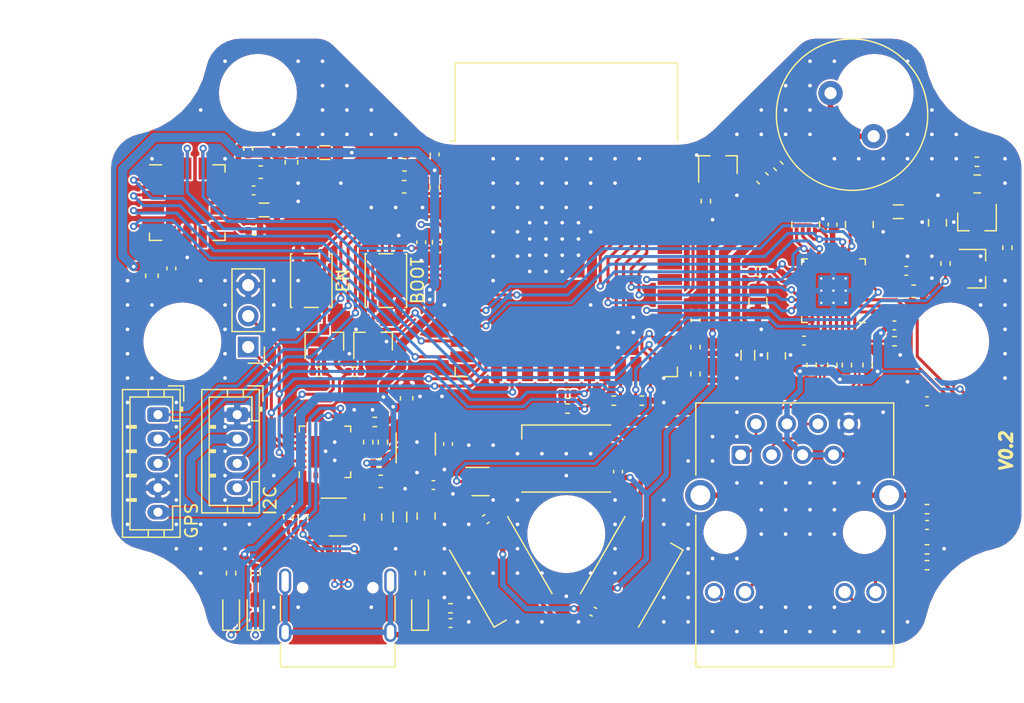
<source format=kicad_pcb>
(kicad_pcb (version 20171130) (host pcbnew 5.1.9-1.fc32)
  (title_block (title openeew-sensor) (date 2020-08-13) (rev 0.2) (company OpenEEW) (comment 4 "licensed under the Apache Software License, Version 2"))
  (layers (0 F.Cu signal) (31 B.Cu signal) (34 B.Paste user) (35 F.Paste user) (36 B.SilkS user) (37 F.SilkS user) (38 B.Mask user) (39 F.Mask user) (44 Edge.Cuts user))
  (net 0 "")
  (net 1 /Q2_G)
  (net 2 +3V3)
  (net 3 GND)
  (net 4 /RJ_SH)
  (net 5 3.3V_LAN)
  (net 6 /LAN_~RST)
  (net 7 /LAN_VDDCR)
  (net 8 /V1P8ANA)
  (net 9 /V1P8DIG)
  (net 10 /INT1)
  (net 11 +5V)
  (net 12 /LED_DAT1)
  (net 13 /NEOPIX_DI)
  (net 14 /LED_DAT2)
  (net 15 /KY1)
  (net 16 /AY1)
  (net 17 /KG1)
  (net 18 /AG1)
  (net 19 /RX_N)
  (net 20 /RX_P)
  (net 21 /TX_N)
  (net 22 /TX_P)
  (net 23 /TXD0)
  (net 24 /RXD0)
  (net 25 /Q1_C)
  (net 26 /PHY_PWR)
  (net 27 /Q3_B)
  (net 28 /EN)
  (net 29 /RBIAS)
  (net 30 /BUZZ)
  (net 31 /RMII_SEL)
  (net 32 /PHYAD1)
  (net 33 /PHYAD2)
  (net 34 /PHYAD0)
  (net 35 "/EMAC_RXD0(RMII)")
  (net 36 "/MDIO(RMII)")
  (net 37 /EMAC_RX_CRS_DV)
  (net 38 "/MDC(RMII)")
  (net 39 "/EMAC_TXD1(RMII)")
  (net 40 "/EMAC_TX_EN(RMII)")
  (net 41 "/EMAC_TXD0(RMII)")
  (net 42 /EMAC_CLKO_180)
  (net 43 /H_CS)
  (net 44 /H_MOSI)
  (net 45 /H_MISO)
  (net 46 /H_CLK)
  (net 47 /BZ-)
  (net 48 /ACCEL_VSS)
  (net 49 /USB_SH)
  (net 50 /INT2)
  (net 51 /LED_DAT0)
  (net 52 /USB_D_P)
  (net 53 /USB_D_N)
  (net 54 /~RXT~_LED)
  (net 55 /~TXT~_LED)
  (net 56 /PWR_LED)
  (net 57 /VBUS_C_F)
  (net 58 /VBUS_F_FB)
  (net 59 /I2C_SCL)
  (net 60 /I2C_SDA)
  (net 61 /GPS_TXD)
  (net 62 /GPS_RXD)
  (net 63 /GPS_PPS)
  (net 64 "Net-(Q1-Pad1)")
  (net 65 /~RTS)
  (net 66 /Q4_B)
  (net 67 /BOOT)
  (net 68 /~DTR)
  (net 69 /Q5_B)
  (net 70 /~RST)
  (net 71 /ACCEL_VSUPPLY)
  (net 72 /VDD1_2A)
  (net 73 /LDO_BYP)
  (net 74 /D5_K)
  (net 75 /D6_K)
  (net 76 /CC1)
  (net 77 /CC2)
  (net 78 /VBUS_DETECT)
  (net 79 "/EMAC_RXD1(RMII)")
  (module Buzzer_Beeper_local:Buzzer_12.2x6.5mm (layer F.Cu) (at 160.950142 71.383742 135)
    (fp_text reference BZ1 hide)
    (fp_text value "Piezo Buzzer" hide)
    (pad 2 thru_hole circle (at 2.5 0 135) (size 2 2) (drill 1) (layers *.Cu *.Mask) (net 47 /BZ-))
    (pad 1 thru_hole circle (at -2.5 0 135) (size 2 2) (drill 1) (layers *.Cu *.Mask) (net 11 +5V))
  )
  (module Package_DFN_QFN:QFN-32-1EP_5x5mm_P0.5mm_EP3.3x3.3mm_ThermalVias (layer F.Cu) (at 159.425 85.825 180)
    (fp_text reference U2 hide)
    (fp_text value LAN8710A hide)
    (pad 33 smd rect (at 0 0 180) (size 2.5 2.5) (layers B.Cu) (net 3 GND))
    (pad 33 thru_hole circle (at 1 1 180) (size 0.5 0.5) (drill 0.2) (layers *.Cu) (net 3 GND))
    (pad 33 thru_hole circle (at 0 1 180) (size 0.5 0.5) (drill 0.2) (layers *.Cu) (net 3 GND))
    (pad 33 thru_hole circle (at -1 1 180) (size 0.5 0.5) (drill 0.2) (layers *.Cu) (net 3 GND))
    (pad 33 thru_hole circle (at 1 0 180) (size 0.5 0.5) (drill 0.2) (layers *.Cu) (net 3 GND))
    (pad 33 thru_hole circle (at 0 0 180) (size 0.5 0.5) (drill 0.2) (layers *.Cu) (net 3 GND))
    (pad 33 thru_hole circle (at -1 0 180) (size 0.5 0.5) (drill 0.2) (layers *.Cu) (net 3 GND))
    (pad 33 thru_hole circle (at 1 -1 180) (size 0.5 0.5) (drill 0.2) (layers *.Cu) (net 3 GND))
    (pad 33 thru_hole circle (at 0 -1 180) (size 0.5 0.5) (drill 0.2) (layers *.Cu) (net 3 GND))
    (pad 33 thru_hole circle (at -1 -1 180) (size 0.5 0.5) (drill 0.2) (layers *.Cu) (net 3 GND))
    (pad 33 smd rect (at 0 0 180) (size 3.3 3.3) (layers F.Cu F.Mask) (net 3 GND))
    (pad 32 smd roundrect (at -1.75 -2.4375 180) (size 0.25 0.875) (layers F.Cu F.Paste F.Mask) (net 29 /RBIAS))
    (pad 31 smd roundrect (at -1.25 -2.4375 180) (size 0.25 0.875) (layers F.Cu F.Paste F.Mask) (net 20 /RX_P))
    (pad 30 smd roundrect (at -0.75 -2.4375 180) (size 0.25 0.875) (layers F.Cu F.Paste F.Mask) (net 19 /RX_N))
    (pad 29 smd roundrect (at -0.25 -2.4375 180) (size 0.25 0.875) (layers F.Cu F.Paste F.Mask) (net 22 /TX_P))
    (pad 28 smd roundrect (at 0.25 -2.4375 180) (size 0.25 0.875) (layers F.Cu F.Paste F.Mask) (net 21 /TX_N))
    (pad 27 smd roundrect (at 0.75 -2.4375 180) (size 0.25 0.875) (layers F.Cu F.Paste F.Mask) (net 72 /VDD1_2A))
    (pad 26 smd roundrect (at 1.25 -2.4375 180) (size 0.25 0.875) (layers F.Cu F.Paste F.Mask))
    (pad 25 smd roundrect (at 1.75 -2.4375 180) (size 0.25 0.875) (layers F.Cu F.Paste F.Mask) (net 3 GND))
    (pad 24 smd roundrect (at 2.4375 -1.75 180) (size 0.875 0.25) (layers F.Cu F.Paste F.Mask) (net 3 GND))
    (pad 23 smd roundrect (at 2.4375 -1.25 180) (size 0.875 0.25) (layers F.Cu F.Paste F.Mask) (net 39 "/EMAC_TXD1(RMII)"))
    (pad 22 smd roundrect (at 2.4375 -0.75 180) (size 0.875 0.25) (layers F.Cu F.Paste F.Mask) (net 41 "/EMAC_TXD0(RMII)"))
    (pad 21 smd roundrect (at 2.4375 -0.25 180) (size 0.875 0.25) (layers F.Cu F.Paste F.Mask) (net 40 "/EMAC_TX_EN(RMII)"))
    (pad 20 smd roundrect (at 2.4375 0.25 180) (size 0.875 0.25) (layers F.Cu F.Paste F.Mask))
    (pad 19 smd roundrect (at 2.4375 0.75 180) (size 0.875 0.25) (layers F.Cu F.Paste F.Mask) (net 6 /LAN_~RST))
    (pad 18 smd roundrect (at 2.4375 1.25 180) (size 0.875 0.25) (layers F.Cu F.Paste F.Mask))
    (pad 17 smd roundrect (at 2.4375 1.75 180) (size 0.875 0.25) (layers F.Cu F.Paste F.Mask) (net 38 "/MDC(RMII)"))
    (pad 16 smd roundrect (at 1.75 2.4375 180) (size 0.25 0.875) (layers F.Cu F.Paste F.Mask) (net 36 "/MDIO(RMII)"))
    (pad 15 smd roundrect (at 1.25 2.4375 180) (size 0.25 0.875) (layers F.Cu F.Paste F.Mask) (net 37 /EMAC_RX_CRS_DV))
    (pad 14 smd roundrect (at 0.75 2.4375 180) (size 0.25 0.875) (layers F.Cu F.Paste F.Mask))
    (pad 13 smd roundrect (at 0.25 2.4375 180) (size 0.25 0.875) (layers F.Cu F.Paste F.Mask) (net 34 /PHYAD0))
    (pad 12 smd roundrect (at -0.25 2.4375 180) (size 0.25 0.875) (layers F.Cu F.Paste F.Mask) (net 5 3.3V_LAN))
    (pad 11 smd roundrect (at -0.75 2.4375 180) (size 0.25 0.875) (layers F.Cu F.Paste F.Mask) (net 35 "/EMAC_RXD0(RMII)"))
    (pad 10 smd roundrect (at -1.25 2.4375 180) (size 0.25 0.875) (layers F.Cu F.Paste F.Mask) (net 79 "/EMAC_RXD1(RMII)"))
    (pad 9 smd roundrect (at -1.75 2.4375 180) (size 0.25 0.875) (layers F.Cu F.Paste F.Mask) (net 31 /RMII_SEL))
    (pad 8 smd roundrect (at -2.4375 1.75 180) (size 0.875 0.25) (layers F.Cu F.Paste F.Mask) (net 33 /PHYAD2))
    (pad 7 smd roundrect (at -2.4375 1.25 180) (size 0.875 0.25) (layers F.Cu F.Paste F.Mask) (net 32 /PHYAD1))
    (pad 6 smd roundrect (at -2.4375 0.75 180) (size 0.875 0.25) (layers F.Cu F.Paste F.Mask) (net 7 /LAN_VDDCR))
    (pad 5 smd roundrect (at -2.4375 0.25 180) (size 0.875 0.25) (layers F.Cu F.Paste F.Mask) (net 42 /EMAC_CLKO_180))
    (pad 4 smd roundrect (at -2.4375 -0.25 180) (size 0.875 0.25) (layers F.Cu F.Paste F.Mask))
    (pad 3 smd roundrect (at -2.4375 -0.75 180) (size 0.875 0.25) (layers F.Cu F.Paste F.Mask) (net 16 /AY1))
    (pad 2 smd roundrect (at -2.4375 -1.25 180) (size 0.875 0.25) (layers F.Cu F.Paste F.Mask) (net 17 /KG1))
    (pad 1 smd roundrect (at -2.4375 -1.75 180) (size 0.875 0.25) (layers F.Cu F.Paste F.Mask) (net 72 /VDD1_2A))
  )
  (module Connector_RJ:RJ45_Hanrun_HR911105A (layer F.Cu) (at 151.81 99.3)
    (fp_text reference J2 hide)
    (fp_text value HR911105A hide)
    (pad 11 thru_hole circle (at 8.525 11.26) (size 1.5 1.5) (drill 1.02) (layers *.Cu *.Mask) (net 15 /KY1))
    (pad 12 thru_hole circle (at 11.065 11.26) (size 1.5 1.5) (drill 1.02) (layers *.Cu *.Mask) (net 16 /AY1))
    (pad 10 thru_hole circle (at 0.355 11.26) (size 1.5 1.5) (drill 1.02) (layers *.Cu *.Mask) (net 17 /KG1))
    (pad 9 thru_hole circle (at -2.185 11.26) (size 1.5 1.5) (drill 1.02) (layers *.Cu *.Mask) (net 18 /AG1))
    (pad SH thru_hole circle (at 12.185 3.31) (size 2.5 2.5) (drill 1.63) (layers *.Cu *.Mask) (net 4 /RJ_SH))
    (pad 8 thru_hole circle (at 8.88 -2.54) (size 1.5 1.5) (drill 0.9) (layers *.Cu *.Mask) (net 3 GND))
    (pad SH thru_hole circle (at -3.305 3.31) (size 2.5 2.5) (drill 1.63) (layers *.Cu *.Mask) (net 4 /RJ_SH))
    (pad 7 thru_hole circle (at 7.62 0) (size 1.5 1.5) (drill 0.9) (layers *.Cu *.Mask) (net 72 /VDD1_2A))
    (pad 6 thru_hole circle (at 6.34 -2.54 90) (size 1.5 1.5) (drill 0.9) (layers *.Cu *.Mask) (net 19 /RX_N))
    (pad 5 thru_hole circle (at 5.08 0) (size 1.5 1.5) (drill 0.9) (layers *.Cu *.Mask) (net 72 /VDD1_2A))
    (pad 4 thru_hole circle (at 3.8 -2.54) (size 1.5 1.5) (drill 0.9) (layers *.Cu *.Mask) (net 72 /VDD1_2A))
    (pad 3 thru_hole circle (at 2.54 0) (size 1.5 1.5) (drill 0.9) (layers *.Cu *.Mask) (net 20 /RX_P))
    (pad 2 thru_hole circle (at 1.26 -2.54) (size 1.5 1.5) (drill 0.9) (layers *.Cu *.Mask) (net 21 /TX_N))
    (pad 1 thru_hole roundrect (at 0 0) (size 1.5 1.5) (drill 0.9) (layers *.Cu *.Mask) (roundrect_rratio 0.167) (net 22 /TX_P))
    (pad "" np_thru_hole circle (at -1.275 6.36) (size 3.25 3.25) (drill 3.25) (layers *.Cu *.Mask))
    (pad "" np_thru_hole circle (at 10.155 6.36) (size 3.25 3.25) (drill 3.25) (layers *.Cu *.Mask))
  )
  (module RF_Module:ESP32-WROOM-32 (layer F.Cu) (at 137.5 83)
    (fp_text reference U1 hide)
    (fp_text value ESP32-WROOM-32D hide)
    (pad 38 smd rect (at 8.5 -8.255) (size 2 0.9) (layers F.Cu F.Paste F.Mask) (net 3 GND))
    (pad 37 smd rect (at 8.5 -6.985) (size 2 0.9) (layers F.Cu F.Paste F.Mask) (net 38 "/MDC(RMII)"))
    (pad 36 smd rect (at 8.5 -5.715) (size 2 0.9) (layers F.Cu F.Paste F.Mask) (net 39 "/EMAC_TXD1(RMII)"))
    (pad 35 smd rect (at 8.5 -4.445) (size 2 0.9) (layers F.Cu F.Paste F.Mask) (net 23 /TXD0))
    (pad 34 smd rect (at 8.5 -3.175) (size 2 0.9) (layers F.Cu F.Paste F.Mask) (net 24 /RXD0))
    (pad 33 smd rect (at 8.5 -1.905) (size 2 0.9) (layers F.Cu F.Paste F.Mask) (net 40 "/EMAC_TX_EN(RMII)"))
    (pad 32 smd rect (at 8.5 -0.635) (size 2 0.9) (layers F.Cu F.Paste F.Mask))
    (pad 31 smd rect (at 8.5 0.635) (size 2 0.9) (layers F.Cu F.Paste F.Mask) (net 41 "/EMAC_TXD0(RMII)"))
    (pad 30 smd rect (at 8.5 1.905) (size 2 0.9) (layers F.Cu F.Paste F.Mask) (net 36 "/MDIO(RMII)"))
    (pad 29 smd rect (at 8.5 3.175) (size 2 0.9) (layers F.Cu F.Paste F.Mask) (net 30 /BUZZ))
    (pad 28 smd rect (at 8.5 4.445) (size 2 0.9) (layers F.Cu F.Paste F.Mask) (net 42 /EMAC_CLKO_180))
    (pad 27 smd rect (at 8.5 5.715) (size 2 0.9) (layers F.Cu F.Paste F.Mask) (net 13 /NEOPIX_DI))
    (pad 26 smd rect (at 8.5 6.985) (size 2 0.9) (layers F.Cu F.Paste F.Mask) (net 50 /INT2))
    (pad 25 smd rect (at 8.5 8.255) (size 2 0.9) (layers F.Cu F.Paste F.Mask) (net 67 /BOOT))
    (pad 24 smd rect (at 5.715 9.255 90) (size 2 0.9) (layers F.Cu F.Paste F.Mask) (net 26 /PHY_PWR))
    (pad 23 smd rect (at 4.445 9.255 90) (size 2 0.9) (layers F.Cu F.Paste F.Mask) (net 43 /H_CS))
    (pad 22 smd rect (at 3.175 9.255 90) (size 2 0.9) (layers F.Cu F.Paste F.Mask) (net 59 /I2C_SCL))
    (pad 21 smd rect (at 1.905 9.255 90) (size 2 0.9) (layers F.Cu F.Paste F.Mask) (net 60 /I2C_SDA))
    (pad 20 smd rect (at 0.635 9.255 90) (size 2 0.9) (layers F.Cu F.Paste F.Mask))
    (pad 19 smd rect (at -0.635 9.255 90) (size 2 0.9) (layers F.Cu F.Paste F.Mask))
    (pad 18 smd rect (at -1.905 9.255 90) (size 2 0.9) (layers F.Cu F.Paste F.Mask))
    (pad 17 smd rect (at -3.175 9.255 90) (size 2 0.9) (layers F.Cu F.Paste F.Mask))
    (pad 16 smd rect (at -4.445 9.255 90) (size 2 0.9) (layers F.Cu F.Paste F.Mask) (net 44 /H_MOSI))
    (pad 15 smd rect (at -5.715 9.255 90) (size 2 0.9) (layers F.Cu F.Paste F.Mask) (net 3 GND))
    (pad 14 smd rect (at -8.5 8.255) (size 2 0.9) (layers F.Cu F.Paste F.Mask) (net 45 /H_MISO))
    (pad 13 smd rect (at -8.5 6.985) (size 2 0.9) (layers F.Cu F.Paste F.Mask) (net 46 /H_CLK))
    (pad 12 smd rect (at -8.5 5.715) (size 2 0.9) (layers F.Cu F.Paste F.Mask) (net 37 /EMAC_RX_CRS_DV))
    (pad 11 smd rect (at -8.5 4.445) (size 2 0.9) (layers F.Cu F.Paste F.Mask) (net 79 "/EMAC_RXD1(RMII)"))
    (pad 10 smd rect (at -8.5 3.175) (size 2 0.9) (layers F.Cu F.Paste F.Mask) (net 35 "/EMAC_RXD0(RMII)"))
    (pad 9 smd rect (at -8.5 1.905) (size 2 0.9) (layers F.Cu F.Paste F.Mask) (net 61 /GPS_TXD))
    (pad 8 smd rect (at -8.5 0.635) (size 2 0.9) (layers F.Cu F.Paste F.Mask) (net 62 /GPS_RXD))
    (pad 7 smd rect (at -8.5 -0.635) (size 2 0.9) (layers F.Cu F.Paste F.Mask) (net 10 /INT1))
    (pad 6 smd rect (at -8.5 -1.905) (size 2 0.9) (layers F.Cu F.Paste F.Mask) (net 63 /GPS_PPS))
    (pad 5 smd rect (at -8.5 -3.175) (size 2 0.9) (layers F.Cu F.Paste F.Mask))
    (pad 4 smd rect (at -8.5 -4.445) (size 2 0.9) (layers F.Cu F.Paste F.Mask))
    (pad 3 smd rect (at -8.5 -5.715) (size 2 0.9) (layers F.Cu F.Paste F.Mask) (net 28 /EN))
    (pad 2 smd rect (at -8.5 -6.985) (size 2 0.9) (layers F.Cu F.Paste F.Mask) (net 2 +3V3))
    (pad 1 smd rect (at -8.5 -8.255) (size 2 0.9) (layers F.Cu F.Paste F.Mask) (net 3 GND))
    (pad 39 smd rect (at -1 -0.755) (size 5 5) (layers F.Cu F.Paste F.Mask) (net 3 GND))
  )
  (module Connector_PinHeader_2.54mm:PinHeader_1x03_P2.54mm_Vertical (layer F.Cu) (at 111.4 90.45 180)
    (fp_text reference J5 hide)
    (fp_text value DNP hide)
    (pad 3 thru_hole oval (at 0 5.08 180) (size 1.7 1.7) (drill 1) (layers *.Cu *.Mask) (net 3 GND))
    (pad 2 thru_hole oval (at 0 2.54 180) (size 1.7 1.7) (drill 1) (layers *.Cu *.Mask) (net 23 /TXD0))
    (pad 1 thru_hole rect (at 0 0 180) (size 1.7 1.7) (drill 1) (layers *.Cu *.Mask) (net 24 /RXD0))
  )
  (module Resistor_SMD:R_0402_1005Metric (layer F.Cu) (at 167.1 108.35 180)
    (fp_text reference R102 hide)
    (fp_text value 1k hide)
    (pad 2 smd roundrect (at 0.51 0 180) (size 0.54 0.64) (layers F.Cu F.Paste F.Mask) (net 18 /AG1))
    (pad 1 smd roundrect (at -0.51 0 180) (size 0.54 0.64) (layers F.Cu F.Paste F.Mask) (net 72 /VDD1_2A))
  )
  (module Resistor_SMD:R_0402_1005Metric (layer F.Cu) (at 167.1 107.05)
    (fp_text reference R101 hide)
    (fp_text value 1k hide)
    (pad 2 smd roundrect (at 0.51 0) (size 0.54 0.64) (layers F.Cu F.Paste F.Mask) (net 3 GND))
    (pad 1 smd roundrect (at -0.51 0) (size 0.54 0.64) (layers F.Cu F.Paste F.Mask) (net 15 /KY1))
  )
  (module Capacitor_SMD:C_0402_1005Metric (layer F.Cu) (at 122.15 99.975 180)
    (fp_text reference C26 hide)
    (fp_text value 100nF hide)
    (pad 2 smd roundrect (at 0.48 0 180) (size 0.56 0.62) (layers F.Cu F.Paste F.Mask) (net 2 +3V3))
    (pad 1 smd roundrect (at -0.48 0 180) (size 0.56 0.62) (layers F.Cu F.Paste F.Mask) (net 3 GND))
  )
  (module Capacitor_SMD:C_0805_2012Metric (layer F.Cu) (at 171.225 77.07)
    (fp_text reference C1 hide)
    (fp_text value 22uF hide)
    (pad 2 smd roundrect (at 0.95 0) (size 1 1.45) (layers F.Cu F.Paste F.Mask) (net 1 /Q2_G))
    (pad 1 smd roundrect (at -0.95 0) (size 1 1.45) (layers F.Cu F.Paste F.Mask) (net 2 +3V3))
  )
  (module Capacitor_SMD:C_0603_1608Metric (layer F.Cu) (at 153.6 76.6 135)
    (fp_text reference C30 hide)
    (fp_text value 1uF hide)
    (pad 2 smd roundrect (at 0.775 0 135) (size 0.9 0.95) (layers F.Cu F.Paste F.Mask) (net 3 GND))
    (pad 1 smd roundrect (at -0.775 0 135) (size 0.9 0.95) (layers F.Cu F.Paste F.Mask) (net 11 +5V))
  )
  (module Capacitor_SMD:C_0402_1005Metric (layer F.Cu) (at 127.8 98.4 270)
    (fp_text reference C34 hide)
    (fp_text value 470pF hide)
    (pad 2 smd roundrect (at 0.48 0 270) (size 0.56 0.62) (layers F.Cu F.Paste F.Mask) (net 3 GND))
    (pad 1 smd roundrect (at -0.48 0 270) (size 0.56 0.62) (layers F.Cu F.Paste F.Mask) (net 73 /LDO_BYP))
  )
  (module Capacitor_SMD:C_0402_1005Metric (layer F.Cu) (at 167.1 105.05 180)
    (fp_text reference C31 hide)
    (fp_text value 4.7nF hide)
    (pad 2 smd roundrect (at 0.48 0 180) (size 0.56 0.62) (layers F.Cu F.Paste F.Mask) (net 4 /RJ_SH))
    (pad 1 smd roundrect (at -0.48 0 180) (size 0.56 0.62) (layers F.Cu F.Paste F.Mask) (net 3 GND))
  )
  (module Capacitor_SMD:C_0402_1005Metric (layer F.Cu) (at 128 113.1 180)
    (fp_text reference C29 hide)
    (fp_text value 4.7nF hide)
    (pad 2 smd roundrect (at 0.48 0 180) (size 0.56 0.62) (layers F.Cu F.Paste F.Mask) (net 49 /USB_SH))
    (pad 1 smd roundrect (at -0.48 0 180) (size 0.56 0.62) (layers F.Cu F.Paste F.Mask) (net 3 GND))
  )
  (module Capacitor_SMD:C_0805_2012Metric (layer F.Cu) (at 153.225 86.7 90)
    (fp_text reference C9 hide)
    (fp_text value 10uF hide)
    (pad 2 smd roundrect (at 0.95 0 90) (size 1 1.45) (layers F.Cu F.Paste F.Mask) (net 6 /LAN_~RST))
    (pad 1 smd roundrect (at -0.95 0 90) (size 1 1.45) (layers F.Cu F.Paste F.Mask) (net 3 GND))
  )
  (module Resistor_SMD:R_0402_1005Metric (layer F.Cu) (at 137.6 95.5)
    (fp_text reference R32 hide)
    (fp_text value 1k hide)
    (pad 2 smd roundrect (at 0.51 0) (size 0.54 0.64) (layers F.Cu F.Paste F.Mask) (net 59 /I2C_SCL))
    (pad 1 smd roundrect (at -0.51 0) (size 0.54 0.64) (layers F.Cu F.Paste F.Mask) (net 2 +3V3))
  )
  (module Resistor_SMD:R_0402_1005Metric (layer F.Cu) (at 137.615 94.275)
    (fp_text reference R31 hide)
    (fp_text value 1k hide)
    (pad 2 smd roundrect (at 0.51 0) (size 0.54 0.64) (layers F.Cu F.Paste F.Mask) (net 60 /I2C_SDA))
    (pad 1 smd roundrect (at -0.51 0) (size 0.54 0.64) (layers F.Cu F.Paste F.Mask) (net 2 +3V3))
  )
  (module Package_TO_SOT_SMD_local:SOT-143 (layer F.Cu) (at 118.75 104.4)
    (fp_text reference D4 hide)
    (fp_text value PRTR5V0U2X hide)
    (pad 4 smd rect (at 1 -0.95 270) (size 0.6 0.7) (layers F.Cu F.Paste F.Mask) (net 11 +5V))
    (pad 3 smd rect (at 1 0.95 270) (size 0.6 0.7) (layers F.Cu F.Paste F.Mask) (net 53 /USB_D_N))
    (pad 2 smd rect (at -1 0.95 270) (size 0.6 0.7) (layers F.Cu F.Paste F.Mask) (net 52 /USB_D_P))
    (pad 1 smd rect (at -1 -0.75 270) (size 1 0.7) (layers F.Cu F.Paste F.Mask) (net 3 GND))
  )
  (module Package_TO_SOT_SMD:SOT-23-5 (layer F.Cu) (at 125.15 98.4 90)
    (fp_text reference U4 hide)
    (fp_text value MIC5219-3.3YM5 hide)
    (pad 5 smd rect (at 1.1 -0.95 90) (size 1.06 0.65) (layers F.Cu F.Paste F.Mask) (net 2 +3V3))
    (pad 4 smd rect (at 1.1 0.95 90) (size 1.06 0.65) (layers F.Cu F.Paste F.Mask) (net 73 /LDO_BYP))
    (pad 3 smd rect (at -1.1 0.95 90) (size 1.06 0.65) (layers F.Cu F.Paste F.Mask) (net 11 +5V))
    (pad 2 smd rect (at -1.1 0 90) (size 1.06 0.65) (layers F.Cu F.Paste F.Mask) (net 3 GND))
    (pad 1 smd rect (at -1.1 -0.95 90) (size 1.06 0.65) (layers F.Cu F.Paste F.Mask) (net 11 +5V))
  )
  (module Package_DFN_QFN:QFN-24-1EP_4x4mm_P0.5mm_EP2.6x2.6mm (layer F.Cu) (at 117.7 99.05 90)
    (fp_text reference U6 hide)
    (fp_text value CP2102N-Axx-xQFN24 hide)
    (pad 25 smd rect (at 0 0 90) (size 2.6 2.6) (layers F.Cu F.Mask) (net 3 GND))
    (pad 24 smd roundrect (at -1.25 -1.9375 90) (size 0.25 0.825) (layers F.Cu F.Paste F.Mask))
    (pad 23 smd roundrect (at -0.75 -1.9375 90) (size 0.25 0.825) (layers F.Cu F.Paste F.Mask) (net 68 /~DTR))
    (pad 22 smd roundrect (at -0.25 -1.9375 90) (size 0.25 0.825) (layers F.Cu F.Paste F.Mask))
    (pad 21 smd roundrect (at 0.25 -1.9375 90) (size 0.25 0.825) (layers F.Cu F.Paste F.Mask) (net 24 /RXD0))
    (pad 20 smd roundrect (at 0.75 -1.9375 90) (size 0.25 0.825) (layers F.Cu F.Paste F.Mask) (net 23 /TXD0))
    (pad 19 smd roundrect (at 1.25 -1.9375 90) (size 0.25 0.825) (layers F.Cu F.Paste F.Mask) (net 65 /~RTS))
    (pad 18 smd roundrect (at 1.9375 -1.25 90) (size 0.825 0.25) (layers F.Cu F.Paste F.Mask))
    (pad 17 smd roundrect (at 1.9375 -0.75 90) (size 0.825 0.25) (layers F.Cu F.Paste F.Mask))
    (pad 16 smd roundrect (at 1.9375 -0.25 90) (size 0.825 0.25) (layers F.Cu F.Paste F.Mask))
    (pad 15 smd roundrect (at 1.9375 0.25 90) (size 0.825 0.25) (layers F.Cu F.Paste F.Mask))
    (pad 14 smd roundrect (at 1.9375 0.75 90) (size 0.825 0.25) (layers F.Cu F.Paste F.Mask) (net 55 /~TXT~_LED))
    (pad 13 smd roundrect (at 1.9375 1.25 90) (size 0.825 0.25) (layers F.Cu F.Paste F.Mask) (net 54 /~RXT~_LED))
    (pad 12 smd roundrect (at 1.25 1.9375 90) (size 0.25 0.825) (layers F.Cu F.Paste F.Mask))
    (pad 11 smd roundrect (at 0.75 1.9375 90) (size 0.25 0.825) (layers F.Cu F.Paste F.Mask))
    (pad 10 smd roundrect (at 0.25 1.9375 90) (size 0.25 0.825) (layers F.Cu F.Paste F.Mask))
    (pad 9 smd roundrect (at -0.25 1.9375 90) (size 0.25 0.825) (layers F.Cu F.Paste F.Mask) (net 70 /~RST))
    (pad 8 smd roundrect (at -0.75 1.9375 90) (size 0.25 0.825) (layers F.Cu F.Paste F.Mask) (net 78 /VBUS_DETECT))
    (pad 7 smd roundrect (at -1.25 1.9375 90) (size 0.25 0.825) (layers F.Cu F.Paste F.Mask) (net 2 +3V3))
    (pad 6 smd roundrect (at -1.9375 1.25 90) (size 0.825 0.25) (layers F.Cu F.Paste F.Mask) (net 2 +3V3))
    (pad 5 smd roundrect (at -1.9375 0.75 90) (size 0.825 0.25) (layers F.Cu F.Paste F.Mask) (net 2 +3V3))
    (pad 4 smd roundrect (at -1.9375 0.25 90) (size 0.825 0.25) (layers F.Cu F.Paste F.Mask) (net 53 /USB_D_N))
    (pad 3 smd roundrect (at -1.9375 -0.25 90) (size 0.825 0.25) (layers F.Cu F.Paste F.Mask) (net 52 /USB_D_P))
    (pad 2 smd roundrect (at -1.9375 -0.75 90) (size 0.825 0.25) (layers F.Cu F.Paste F.Mask) (net 3 GND))
    (pad 1 smd roundrect (at -1.9375 -1.25 90) (size 0.825 0.25) (layers F.Cu F.Paste F.Mask))
  )
  (module Package_TO_SOT_SMD:SOT-353_SC-70-5 (layer F.Cu) (at 130.46 101.49)
    (fp_text reference U5 hide)
    (fp_text value 74LVC1G17 hide)
    (pad 5 smd rect (at 0.95 -0.65) (size 0.65 0.4) (layers F.Cu F.Paste F.Mask) (net 11 +5V))
    (pad 4 smd rect (at 0.95 0.65) (size 0.65 0.4) (layers F.Cu F.Paste F.Mask) (net 51 /LED_DAT0))
    (pad 2 smd rect (at -0.95 0) (size 0.65 0.4) (layers F.Cu F.Paste F.Mask) (net 13 /NEOPIX_DI))
    (pad 3 smd rect (at -0.95 0.65) (size 0.65 0.4) (layers F.Cu F.Paste F.Mask) (net 3 GND))
    (pad 1 smd rect (at -0.95 -0.65) (size 0.65 0.4) (layers F.Cu F.Paste F.Mask))
  )
  (module Button_Switch_SMD:SW_SPST_PTS810 (layer F.Cu) (at 122.7 85 90)
    (fp_text reference SW2 hide)
    (fp_text value DNP hide)
    (pad 2 smd rect (at 2.075 1.075 90) (size 1.05 0.65) (layers F.Cu F.Paste F.Mask) (net 3 GND))
    (pad 2 smd rect (at -2.075 1.075 90) (size 1.05 0.65) (layers F.Cu F.Paste F.Mask) (net 3 GND))
    (pad 1 smd rect (at 2.075 -1.075 90) (size 1.05 0.65) (layers F.Cu F.Paste F.Mask) (net 67 /BOOT))
    (pad 1 smd rect (at -2.075 -1.075 90) (size 1.05 0.65) (layers F.Cu F.Paste F.Mask) (net 67 /BOOT))
  )
  (module Button_Switch_SMD:SW_SPST_PTS810 (layer F.Cu) (at 116.575 85 90)
    (fp_text reference SW1 hide)
    (fp_text value DNP hide)
    (pad 2 smd rect (at 2.075 1.075 90) (size 1.05 0.65) (layers F.Cu F.Paste F.Mask) (net 28 /EN))
    (pad 2 smd rect (at -2.075 1.075 90) (size 1.05 0.65) (layers F.Cu F.Paste F.Mask) (net 28 /EN))
    (pad 1 smd rect (at 2.075 -1.075 90) (size 1.05 0.65) (layers F.Cu F.Paste F.Mask) (net 3 GND))
    (pad 1 smd rect (at -2.075 -1.075 90) (size 1.05 0.65) (layers F.Cu F.Paste F.Mask) (net 3 GND))
  )
  (module Resistor_SMD:R_Array_Concave_4x0402 (layer F.Cu) (at 157.15 80.4 270)
    (fp_text reference RN2 hide)
    (fp_text value 2.2k hide)
    (pad 5 smd rect (at 0.5 0.75 270) (size 0.5 0.32) (layers F.Cu F.Paste F.Mask) (net 36 "/MDIO(RMII)"))
    (pad 6 smd rect (at 0.5 0.25 270) (size 0.5 0.32) (layers F.Cu F.Paste F.Mask) (net 37 /EMAC_RX_CRS_DV))
    (pad 8 smd rect (at 0.5 -0.75 270) (size 0.5 0.32) (layers F.Cu F.Paste F.Mask) (net 34 /PHYAD0))
    (pad 7 smd rect (at 0.5 -0.25 270) (size 0.5 0.32) (layers F.Cu F.Paste F.Mask) (net 35 "/EMAC_RXD0(RMII)"))
    (pad 4 smd rect (at -0.5 0.75 270) (size 0.5 0.32) (layers F.Cu F.Paste F.Mask) (net 5 3.3V_LAN))
    (pad 2 smd rect (at -0.5 -0.25 270) (size 0.5 0.32) (layers F.Cu F.Paste F.Mask) (net 5 3.3V_LAN))
    (pad 3 smd rect (at -0.5 0.25 270) (size 0.5 0.32) (layers F.Cu F.Paste F.Mask) (net 5 3.3V_LAN))
    (pad 1 smd rect (at -0.5 -0.75 270) (size 0.5 0.32) (layers F.Cu F.Paste F.Mask) (net 3 GND))
  )
  (module Resistor_SMD:R_Array_Concave_4x0402 (layer F.Cu) (at 161.55 80.4 270)
    (fp_text reference RN1 hide)
    (fp_text value 2.2k hide)
    (pad 5 smd rect (at 0.5 0.75 270) (size 0.5 0.32) (layers F.Cu F.Paste F.Mask) (net 79 "/EMAC_RXD1(RMII)"))
    (pad 6 smd rect (at 0.5 0.25 270) (size 0.5 0.32) (layers F.Cu F.Paste F.Mask) (net 31 /RMII_SEL))
    (pad 8 smd rect (at 0.5 -0.75 270) (size 0.5 0.32) (layers F.Cu F.Paste F.Mask) (net 32 /PHYAD1))
    (pad 7 smd rect (at 0.5 -0.25 270) (size 0.5 0.32) (layers F.Cu F.Paste F.Mask) (net 33 /PHYAD2))
    (pad 4 smd rect (at -0.5 0.75 270) (size 0.5 0.32) (layers F.Cu F.Paste F.Mask) (net 5 3.3V_LAN))
    (pad 2 smd rect (at -0.5 -0.25 270) (size 0.5 0.32) (layers F.Cu F.Paste F.Mask) (net 3 GND))
    (pad 3 smd rect (at -0.5 0.25 270) (size 0.5 0.32) (layers F.Cu F.Paste F.Mask) (net 5 3.3V_LAN))
    (pad 1 smd rect (at -0.5 -0.75 270) (size 0.5 0.32) (layers F.Cu F.Paste F.Mask) (net 3 GND))
  )
  (module Resistor_SMD:R_0402_1005Metric (layer F.Cu) (at 143.7 94.85 180)
    (fp_text reference R30 hide)
    (fp_text value 10k hide)
    (pad 2 smd roundrect (at 0.51 0 180) (size 0.54 0.64) (layers F.Cu F.Paste F.Mask) (net 26 /PHY_PWR))
    (pad 1 smd roundrect (at -0.51 0 180) (size 0.54 0.64) (layers F.Cu F.Paste F.Mask) (net 3 GND))
  )
  (module Resistor_SMD:R_0402_1005Metric (layer F.Cu) (at 148.1 90.459999 90)
    (fp_text reference R29 hide)
    (fp_text value 10k hide)
    (pad 2 smd roundrect (at 0.51 0 90) (size 0.54 0.64) (layers F.Cu F.Paste F.Mask) (net 50 /INT2))
    (pad 1 smd roundrect (at -0.51 0 90) (size 0.54 0.64) (layers F.Cu F.Paste F.Mask) (net 2 +3V3))
  )
  (module Resistor_SMD:R_0402_1005Metric (layer F.Cu) (at 167.1 103.75)
    (fp_text reference R28 hide)
    (fp_text value 1M hide)
    (pad 2 smd roundrect (at 0.51 0) (size 0.54 0.64) (layers F.Cu F.Paste F.Mask) (net 3 GND))
    (pad 1 smd roundrect (at -0.51 0) (size 0.54 0.64) (layers F.Cu F.Paste F.Mask) (net 4 /RJ_SH))
  )
  (module Resistor_SMD:R_0402_1005Metric (layer F.Cu) (at 168.62 83.6 270)
    (fp_text reference R27 hide)
    (fp_text value 10k hide)
    (pad 2 smd roundrect (at 0.51 0 270) (size 0.54 0.64) (layers F.Cu F.Paste F.Mask) (net 26 /PHY_PWR))
    (pad 1 smd roundrect (at -0.51 0 270) (size 0.54 0.64) (layers F.Cu F.Paste F.Mask) (net 64 "Net-(Q1-Pad1)"))
  )
  (module Resistor_SMD:R_0402_1005Metric (layer F.Cu) (at 125.5 109 270)
    (fp_text reference R26 hide)
    (fp_text value DNP hide)
    (pad 2 smd roundrect (at 0.51 0 270) (size 0.54 0.64) (layers F.Cu F.Paste F.Mask) (net 56 /PWR_LED))
    (pad 1 smd roundrect (at -0.51 0 270) (size 0.54 0.64) (layers F.Cu F.Paste F.Mask) (net 11 +5V))
  )
  (module Resistor_SMD:R_0402_1005Metric (layer F.Cu) (at 141.4 94.85)
    (fp_text reference R25 hide)
    (fp_text value 10k hide)
    (pad 2 smd roundrect (at 0.51 0) (size 0.54 0.64) (layers F.Cu F.Paste F.Mask) (net 43 /H_CS))
    (pad 1 smd roundrect (at -0.51 0) (size 0.54 0.64) (layers F.Cu F.Paste F.Mask) (net 2 +3V3))
  )
  (module Resistor_SMD:R_0402_1005Metric (layer F.Cu) (at 120.14 92.475)
    (fp_text reference R24 hide)
    (fp_text value 10k hide)
    (pad 2 smd roundrect (at 0.51 0) (size 0.54 0.64) (layers F.Cu F.Paste F.Mask) (net 69 /Q5_B))
    (pad 1 smd roundrect (at -0.51 0) (size 0.54 0.64) (layers F.Cu F.Paste F.Mask) (net 65 /~RTS))
  )
  (module Resistor_SMD:R_0402_1005Metric (layer F.Cu) (at 117.21 92.475 180)
    (fp_text reference R23 hide)
    (fp_text value 10k hide)
    (pad 2 smd roundrect (at 0.51 0 180) (size 0.54 0.64) (layers F.Cu F.Paste F.Mask) (net 66 /Q4_B))
    (pad 1 smd roundrect (at -0.51 0 180) (size 0.54 0.64) (layers F.Cu F.Paste F.Mask) (net 68 /~DTR))
  )
  (module Resistor_SMD:R_0402_1005Metric (layer F.Cu) (at 128 111.886401)
    (fp_text reference R22 hide)
    (fp_text value 1M hide)
    (pad 2 smd roundrect (at 0.51 0) (size 0.54 0.64) (layers F.Cu F.Paste F.Mask) (net 3 GND))
    (pad 1 smd roundrect (at -0.51 0) (size 0.54 0.64) (layers F.Cu F.Paste F.Mask) (net 49 /USB_SH))
  )
  (module Resistor_SMD:R_0402_1005Metric (layer F.Cu) (at 112 109 270)
    (fp_text reference R21 hide)
    (fp_text value DNP hide)
    (pad 2 smd roundrect (at 0.51 0 270) (size 0.54 0.64) (layers F.Cu F.Paste F.Mask) (net 75 /D6_K))
    (pad 1 smd roundrect (at -0.51 0 270) (size 0.54 0.64) (layers F.Cu F.Paste F.Mask) (net 2 +3V3))
  )
  (module Resistor_SMD:R_0402_1005Metric (layer F.Cu) (at 110 109 270)
    (fp_text reference R20 hide)
    (fp_text value DNP hide)
    (pad 2 smd roundrect (at 0.51 0 270) (size 0.54 0.64) (layers F.Cu F.Paste F.Mask) (net 74 /D5_K))
    (pad 1 smd roundrect (at -0.51 0 270) (size 0.54 0.64) (layers F.Cu F.Paste F.Mask) (net 2 +3V3))
  )
  (module Resistor_SMD:R_0402_1005Metric (layer F.Cu) (at 121.25 98.25 90)
    (fp_text reference R19 hide)
    (fp_text value 47.5k hide)
    (pad 2 smd roundrect (at 0.51 0 90) (size 0.54 0.64) (layers F.Cu F.Paste F.Mask) (net 3 GND))
    (pad 1 smd roundrect (at -0.51 0 90) (size 0.54 0.64) (layers F.Cu F.Paste F.Mask) (net 78 /VBUS_DETECT))
  )
  (module Resistor_SMD:R_0402_1005Metric (layer F.Cu) (at 122.45 98.25 270)
    (fp_text reference R18 hide)
    (fp_text value 22.1k hide)
    (pad 2 smd roundrect (at 0.51 0 270) (size 0.54 0.64) (layers F.Cu F.Paste F.Mask) (net 11 +5V))
    (pad 1 smd roundrect (at -0.51 0 270) (size 0.54 0.64) (layers F.Cu F.Paste F.Mask) (net 78 /VBUS_DETECT))
  )
  (module Resistor_SMD:R_0402_1005Metric (layer F.Cu) (at 114.7 104.4 90)
    (fp_text reference R17 hide)
    (fp_text value 5.11k hide)
    (pad 2 smd roundrect (at 0.51 0 90) (size 0.54 0.64) (layers F.Cu F.Paste F.Mask) (net 3 GND))
    (pad 1 smd roundrect (at -0.51 0 90) (size 0.54 0.64) (layers F.Cu F.Paste F.Mask) (net 76 /CC1))
  )
  (module Resistor_SMD:R_0402_1005Metric (layer F.Cu) (at 115.9 104.4 90)
    (fp_text reference R16 hide)
    (fp_text value 5.11k hide)
    (pad 2 smd roundrect (at 0.51 0 90) (size 0.54 0.64) (layers F.Cu F.Paste F.Mask) (net 3 GND))
    (pad 1 smd roundrect (at -0.51 0 90) (size 0.54 0.64) (layers F.Cu F.Paste F.Mask) (net 77 /CC2))
  )
  (module Resistor_SMD:R_0402_1005Metric (layer F.Cu) (at 121.79 96.6 180)
    (fp_text reference R15 hide)
    (fp_text value 10k hide)
    (pad 2 smd roundrect (at 0.51 0 180) (size 0.54 0.64) (layers F.Cu F.Paste F.Mask) (net 70 /~RST))
    (pad 1 smd roundrect (at -0.51 0 180) (size 0.54 0.64) (layers F.Cu F.Paste F.Mask) (net 2 +3V3))
  )
  (module Resistor_SMD:R_0402_1005Metric (layer F.Cu) (at 154.9 75.6 135)
    (fp_text reference R14 hide)
    (fp_text value 1k hide)
    (pad 2 smd roundrect (at 0.51 0 135) (size 0.54 0.64) (layers F.Cu F.Paste F.Mask) (net 47 /BZ-))
    (pad 1 smd roundrect (at -0.51 0 135) (size 0.54 0.64) (layers F.Cu F.Paste F.Mask) (net 11 +5V))
  )
  (module Resistor_SMD:R_0402_1005Metric (layer F.Cu) (at 148.951472 78.487006 270)
    (fp_text reference R13 hide)
    (fp_text value 1k hide)
    (pad 2 smd roundrect (at 0.51 0 270) (size 0.54 0.64) (layers F.Cu F.Paste F.Mask) (net 30 /BUZZ))
    (pad 1 smd roundrect (at -0.51 0 270) (size 0.54 0.64) (layers F.Cu F.Paste F.Mask) (net 27 /Q3_B))
  )
  (module Resistor_SMD:R_0402_1005Metric (layer F.Cu) (at 126.9 81.85 270)
    (fp_text reference R12 hide)
    (fp_text value 10k hide)
    (pad 2 smd roundrect (at 0.51 0 270) (size 0.54 0.64) (layers F.Cu F.Paste F.Mask) (net 10 /INT1))
    (pad 1 smd roundrect (at -0.51 0 270) (size 0.54 0.64) (layers F.Cu F.Paste F.Mask) (net 2 +3V3))
  )
  (module Resistor_SMD:R_0402_1005Metric (layer F.Cu) (at 160.525 91.925 90)
    (fp_text reference R11 hide)
    (fp_text value 49.9k hide)
    (pad 2 smd roundrect (at 0.51 0 90) (size 0.54 0.64) (layers F.Cu F.Paste F.Mask) (net 19 /RX_N))
    (pad 1 smd roundrect (at -0.51 0 90) (size 0.54 0.64) (layers F.Cu F.Paste F.Mask) (net 72 /VDD1_2A))
  )
  (module Resistor_SMD:R_0402_1005Metric (layer F.Cu) (at 162.225 91.925 90)
    (fp_text reference R10 hide)
    (fp_text value 49.9k hide)
    (pad 2 smd roundrect (at 0.51 0 90) (size 0.54 0.64) (layers F.Cu F.Paste F.Mask) (net 20 /RX_P))
    (pad 1 smd roundrect (at -0.51 0 90) (size 0.54 0.64) (layers F.Cu F.Paste F.Mask) (net 72 /VDD1_2A))
  )
  (module Resistor_SMD:R_0402_1005Metric (layer F.Cu) (at 157.625 91.925 90)
    (fp_text reference R9 hide)
    (fp_text value 49.9k hide)
    (pad 2 smd roundrect (at 0.51 0 90) (size 0.54 0.64) (layers F.Cu F.Paste F.Mask) (net 21 /TX_N))
    (pad 1 smd roundrect (at -0.51 0 90) (size 0.54 0.64) (layers F.Cu F.Paste F.Mask) (net 72 /VDD1_2A))
  )
  (module Resistor_SMD:R_0402_1005Metric (layer F.Cu) (at 159.325 91.925 90)
    (fp_text reference R8 hide)
    (fp_text value 49.9k hide)
    (pad 2 smd roundrect (at 0.51 0 90) (size 0.54 0.64) (layers F.Cu F.Paste F.Mask) (net 22 /TX_P))
    (pad 1 smd roundrect (at -0.51 0 90) (size 0.54 0.64) (layers F.Cu F.Paste F.Mask) (net 72 /VDD1_2A))
  )
  (module Resistor_SMD:R_0402_1005Metric (layer F.Cu) (at 164.44 89.975)
    (fp_text reference R7 hide)
    (fp_text value 12.1k hide)
    (pad 2 smd roundrect (at 0.51 0) (size 0.54 0.64) (layers F.Cu F.Paste F.Mask) (net 3 GND))
    (pad 1 smd roundrect (at -0.51 0) (size 0.54 0.64) (layers F.Cu F.Paste F.Mask) (net 29 /RBIAS))
  )
  (module Resistor_SMD:R_0402_1005Metric (layer F.Cu) (at 148.1 92.66 90)
    (fp_text reference R6 hide)
    (fp_text value 10k hide)
    (pad 2 smd roundrect (at 0.51 0 90) (size 0.54 0.64) (layers F.Cu F.Paste F.Mask) (net 67 /BOOT))
    (pad 1 smd roundrect (at -0.51 0 90) (size 0.54 0.64) (layers F.Cu F.Paste F.Mask) (net 2 +3V3))
  )
  (module Resistor_SMD:R_0402_1005Metric (layer F.Cu) (at 153.225 84.25)
    (fp_text reference R5 hide)
    (fp_text value 10k hide)
    (pad 2 smd roundrect (at 0.51 0) (size 0.54 0.64) (layers F.Cu F.Paste F.Mask) (net 6 /LAN_~RST))
    (pad 1 smd roundrect (at -0.51 0) (size 0.54 0.64) (layers F.Cu F.Paste F.Mask) (net 5 3.3V_LAN))
  )
  (module Resistor_SMD:R_0402_1005Metric (layer F.Cu) (at 126.7 77.35 270)
    (fp_text reference R3 hide)
    (fp_text value 10k hide)
    (pad 2 smd roundrect (at 0.51 0 270) (size 0.54 0.64) (layers F.Cu F.Paste F.Mask) (net 28 /EN))
    (pad 1 smd roundrect (at -0.51 0 270) (size 0.54 0.64) (layers F.Cu F.Paste F.Mask) (net 2 +3V3))
  )
  (module Resistor_SMD:R_0402_1005Metric (layer F.Cu) (at 173.7 82.3 270)
    (fp_text reference R2 hide)
    (fp_text value 1k hide)
    (pad 2 smd roundrect (at 0.51 0 270) (size 0.54 0.64) (layers F.Cu F.Paste F.Mask) (net 25 /Q1_C))
    (pad 1 smd roundrect (at -0.51 0 270) (size 0.54 0.64) (layers F.Cu F.Paste F.Mask) (net 1 /Q2_G))
  )
  (module Resistor_SMD:R_0402_1005Metric (layer F.Cu) (at 171.2 75.25)
    (fp_text reference R1 hide)
    (fp_text value 10k hide)
    (pad 2 smd roundrect (at 0.51 0) (size 0.54 0.64) (layers F.Cu F.Paste F.Mask) (net 1 /Q2_G))
    (pad 1 smd roundrect (at -0.51 0) (size 0.54 0.64) (layers F.Cu F.Paste F.Mask) (net 2 +3V3))
  )
  (module Package_TO_SOT_SMD:SOT-23 (layer F.Cu) (at 121.65 90 90)
    (fp_text reference Q5 hide)
    (fp_text value BC817 hide)
    (pad 3 smd rect (at 1 0 90) (size 0.9 0.8) (layers F.Cu F.Paste F.Mask) (net 67 /BOOT))
    (pad 2 smd rect (at -1 0.95 90) (size 0.9 0.8) (layers F.Cu F.Paste F.Mask) (net 68 /~DTR))
    (pad 1 smd rect (at -1 -0.95 90) (size 0.9 0.8) (layers F.Cu F.Paste F.Mask) (net 69 /Q5_B))
  )
  (module Package_TO_SOT_SMD:SOT-23 (layer F.Cu) (at 117.65 90 90)
    (fp_text reference Q4 hide)
    (fp_text value BC817 hide)
    (pad 3 smd rect (at 1 0 90) (size 0.9 0.8) (layers F.Cu F.Paste F.Mask) (net 28 /EN))
    (pad 2 smd rect (at -1 0.95 90) (size 0.9 0.8) (layers F.Cu F.Paste F.Mask) (net 65 /~RTS))
    (pad 1 smd rect (at -1 -0.95 90) (size 0.9 0.8) (layers F.Cu F.Paste F.Mask) (net 66 /Q4_B))
  )
  (module Package_TO_SOT_SMD:SOT-23 (layer F.Cu) (at 149.941421 75.517157 90)
    (fp_text reference Q3 hide)
    (fp_text value BC817 hide)
    (pad 3 smd rect (at 1 0 90) (size 0.9 0.8) (layers F.Cu F.Paste F.Mask) (net 47 /BZ-))
    (pad 2 smd rect (at -1 0.95 90) (size 0.9 0.8) (layers F.Cu F.Paste F.Mask) (net 3 GND))
    (pad 1 smd rect (at -1 -0.95 90) (size 0.9 0.8) (layers F.Cu F.Paste F.Mask) (net 27 /Q3_B))
  )
  (module Package_TO_SOT_SMD:SOT-23 (layer F.Cu) (at 171.2 80.15 270)
    (fp_text reference Q2 hide)
    (fp_text value WPM2015-3_TR hide)
    (pad 3 smd rect (at 1 0 270) (size 0.9 0.8) (layers F.Cu F.Paste F.Mask) (net 5 3.3V_LAN))
    (pad 2 smd rect (at -1 0.95 270) (size 0.9 0.8) (layers F.Cu F.Paste F.Mask) (net 2 +3V3))
    (pad 1 smd rect (at -1 -0.95 270) (size 0.9 0.8) (layers F.Cu F.Paste F.Mask) (net 1 /Q2_G))
  )
  (module Package_TO_SOT_SMD:SOT-23 (layer F.Cu) (at 171.15 84.025)
    (fp_text reference Q1 hide)
    (fp_text value BC817 hide)
    (pad 3 smd rect (at 1 0) (size 0.9 0.8) (layers F.Cu F.Paste F.Mask) (net 25 /Q1_C))
    (pad 2 smd rect (at -1 0.95) (size 0.9 0.8) (layers F.Cu F.Paste F.Mask) (net 3 GND))
    (pad 1 smd rect (at -1 -0.95) (size 0.9 0.8) (layers F.Cu F.Paste F.Mask) (net 64 "Net-(Q1-Pad1)"))
  )
  (module Inductor_SMD:L_0805_2012Metric (layer F.Cu) (at 152.4 91.125 270)
    (fp_text reference L2 hide)
    (fp_text value MPZ2012S601ATD25 hide)
    (pad 2 smd roundrect (at 1.0625 0 270) (size 0.875 1.2) (layers F.Cu F.Paste F.Mask) (net 72 /VDD1_2A))
    (pad 1 smd roundrect (at -1.0625 0 270) (size 0.875 1.2) (layers F.Cu F.Paste F.Mask) (net 5 3.3V_LAN))
  )
  (module Inductor_SMD:L_0805_2012Metric (layer F.Cu) (at 164.7375 79.35 180)
    (fp_text reference L1 hide)
    (fp_text value DNP hide)
    (pad 2 smd roundrect (at 1.0625 0 180) (size 0.875 1.2) (layers F.Cu F.Paste F.Mask) (net 5 3.3V_LAN))
    (pad 1 smd roundrect (at -1.0625 0 180) (size 0.875 1.2) (layers F.Cu F.Paste F.Mask) (net 2 +3V3))
  )
  (module Connector_JST:JST_PH_B5B-PH-K_1x05_P2.00mm_Vertical (layer F.Cu) (at 104 96 270)
    (fp_text reference J4 hide)
    (fp_text value GPS hide)
    (pad 5 thru_hole oval (at 8 0 270) (size 1.2 1.75) (drill 0.75) (layers *.Cu *.Mask) (net 2 +3V3))
    (pad 4 thru_hole oval (at 6 0 270) (size 1.2 1.75) (drill 0.75) (layers *.Cu *.Mask) (net 3 GND))
    (pad 3 thru_hole oval (at 4 0 270) (size 1.2 1.75) (drill 0.75) (layers *.Cu *.Mask) (net 61 /GPS_TXD))
    (pad 2 thru_hole oval (at 2 0 270) (size 1.2 1.75) (drill 0.75) (layers *.Cu *.Mask) (net 62 /GPS_RXD))
    (pad 1 thru_hole roundrect (at 0 0 270) (size 1.2 1.75) (drill 0.75) (layers *.Cu *.Mask) (roundrect_rratio 0.208333) (net 63 /GPS_PPS))
  )
  (module Connector_USB:USB_C_Receptacle_HRO_TYPE-C-31-M-12 (layer F.Cu) (at 118.75 112.8)
    (fp_text reference J3 hide)
    (fp_text value USB_C_Receptacle_USB2.0 hide)
    (pad B1 smd rect (at 3.25 -4.045) (size 0.6 1.45) (layers F.Cu F.Paste F.Mask) (net 3 GND))
    (pad A9 smd rect (at 2.45 -4.045) (size 0.6 1.45) (layers F.Cu F.Paste F.Mask) (net 57 /VBUS_C_F))
    (pad B9 smd rect (at -2.45 -4.045) (size 0.6 1.45) (layers F.Cu F.Paste F.Mask) (net 57 /VBUS_C_F))
    (pad B12 smd rect (at -3.25 -4.045) (size 0.6 1.45) (layers F.Cu F.Paste F.Mask) (net 3 GND))
    (pad A1 smd rect (at -3.25 -4.045) (size 0.6 1.45) (layers F.Cu F.Paste F.Mask) (net 3 GND))
    (pad A4 smd rect (at -2.45 -4.045) (size 0.6 1.45) (layers F.Cu F.Paste F.Mask) (net 57 /VBUS_C_F))
    (pad B4 smd rect (at 2.45 -4.045) (size 0.6 1.45) (layers F.Cu F.Paste F.Mask) (net 57 /VBUS_C_F))
    (pad A12 smd rect (at 3.25 -4.045) (size 0.6 1.45) (layers F.Cu F.Paste F.Mask) (net 3 GND))
    (pad B8 smd rect (at -1.75 -4.045) (size 0.3 1.45) (layers F.Cu F.Paste F.Mask))
    (pad A5 smd rect (at -1.25 -4.045) (size 0.3 1.45) (layers F.Cu F.Paste F.Mask) (net 76 /CC1))
    (pad B7 smd rect (at -0.75 -4.045) (size 0.3 1.45) (layers F.Cu F.Paste F.Mask) (net 53 /USB_D_N))
    (pad A7 smd rect (at 0.25 -4.045) (size 0.3 1.45) (layers F.Cu F.Paste F.Mask) (net 53 /USB_D_N))
    (pad B6 smd rect (at 0.75 -4.045) (size 0.3 1.45) (layers F.Cu F.Paste F.Mask) (net 52 /USB_D_P))
    (pad A8 smd rect (at 1.25 -4.045) (size 0.3 1.45) (layers F.Cu F.Paste F.Mask))
    (pad B5 smd rect (at 1.75 -4.045) (size 0.3 1.45) (layers F.Cu F.Paste F.Mask) (net 77 /CC2))
    (pad A6 smd rect (at -0.25 -4.045) (size 0.3 1.45) (layers F.Cu F.Paste F.Mask) (net 52 /USB_D_P))
    (pad S1 thru_hole oval (at 4.32 -3.13) (size 1 2.1) (drill oval 0.6 1.7) (layers *.Cu *.Mask) (net 49 /USB_SH))
    (pad S1 thru_hole oval (at -4.32 -3.13) (size 1 2.1) (drill oval 0.6 1.7) (layers *.Cu *.Mask) (net 49 /USB_SH))
    (pad "" np_thru_hole circle (at -2.89 -2.6) (size 0.65 0.65) (drill 0.65) (layers *.Cu *.Mask))
    (pad S1 thru_hole oval (at -4.32 1.05) (size 1 1.6) (drill oval 0.6 1.2) (layers *.Cu *.Mask) (net 49 /USB_SH))
    (pad "" np_thru_hole circle (at 2.89 -2.6) (size 0.65 0.65) (drill 0.65) (layers *.Cu *.Mask))
    (pad S1 thru_hole oval (at 4.32 1.05) (size 1 1.6) (drill oval 0.6 1.2) (layers *.Cu *.Mask) (net 49 /USB_SH))
  )
  (module Connector_JST:JST_PH_B4B-PH-K_1x04_P2.00mm_Vertical (layer F.Cu) (at 110.5 96 270)
    (fp_text reference J1 hide)
    (fp_text value I2C hide)
    (pad 4 thru_hole oval (at 6 0 270) (size 1.2 1.75) (drill 0.75) (layers *.Cu *.Mask) (net 59 /I2C_SCL))
    (pad 3 thru_hole oval (at 4 0 270) (size 1.2 1.75) (drill 0.75) (layers *.Cu *.Mask) (net 60 /I2C_SDA))
    (pad 2 thru_hole oval (at 2 0 270) (size 1.2 1.75) (drill 0.75) (layers *.Cu *.Mask) (net 2 +3V3))
    (pad 1 thru_hole roundrect (at 0 0 270) (size 1.2 1.75) (drill 0.75) (layers *.Cu *.Mask) (roundrect_rratio 0.208333) (net 3 GND))
  )
  (module Inductor_SMD:L_0805_2012Metric (layer F.Cu) (at 112.7 79.2 180)
    (fp_text reference FB3 hide)
    (fp_text value MPZ2012S601ATD25 hide)
    (pad 2 smd roundrect (at 1.0625 0 180) (size 0.875 1.2) (layers F.Cu F.Paste F.Mask) (net 48 /ACCEL_VSS))
    (pad 1 smd roundrect (at -1.0625 0 180) (size 0.875 1.2) (layers F.Cu F.Paste F.Mask) (net 3 GND))
  )
  (module Inductor_SMD:L_0805_2012Metric (layer F.Cu) (at 117.7 74.5)
    (fp_text reference FB2 hide)
    (fp_text value MPZ2012S601ATD25 hide)
    (pad 2 smd roundrect (at 1.0625 0) (size 0.875 1.2) (layers F.Cu F.Paste F.Mask) (net 2 +3V3))
    (pad 1 smd roundrect (at -1.0625 0) (size 0.875 1.2) (layers F.Cu F.Paste F.Mask) (net 71 /ACCEL_VSUPPLY))
  )
  (module Inductor_SMD:L_0805_2012Metric (layer F.Cu) (at 123.85 104.4 270)
    (fp_text reference FB1 hide)
    (fp_text value MPZ2012S601ATD25 hide)
    (pad 2 smd roundrect (at 1.0625 0 270) (size 0.875 1.2) (layers F.Cu F.Paste F.Mask) (net 58 /VBUS_F_FB))
    (pad 1 smd roundrect (at -1.0625 0 270) (size 0.875 1.2) (layers F.Cu F.Paste F.Mask) (net 11 +5V))
  )
  (module Fuse:Fuse_0805_2012Metric (layer F.Cu) (at 121.65 104.4 270)
    (fp_text reference F1 hide)
    (fp_text value Polyfuse hide)
    (pad 2 smd roundrect (at 0.9375 0 270) (size 0.975 1.4) (layers F.Cu F.Paste F.Mask) (net 57 /VBUS_C_F))
    (pad 1 smd roundrect (at -0.9375 0 270) (size 0.975 1.4) (layers F.Cu F.Paste F.Mask) (net 58 /VBUS_F_FB))
  )
  (module LED_SMD:LED_0603_1608Metric_Castellated (layer F.Cu) (at 125.5 112 90)
    (fp_text reference D7 hide)
    (fp_text value DNP hide)
    (pad 2 smd roundrect (at 0.8125 0 90) (size 1.225 0.85) (layers F.Cu F.Paste F.Mask) (net 56 /PWR_LED))
    (pad 1 smd roundrect (at -0.8125 0 90) (size 1.225 0.85) (layers F.Cu F.Paste F.Mask) (net 3 GND))
  )
  (module LED_SMD:LED_0603_1608Metric_Castellated (layer F.Cu) (at 112 112 90)
    (fp_text reference D6 hide)
    (fp_text value DNP hide)
    (pad 2 smd roundrect (at 0.8125 0 90) (size 1.225 0.85) (layers F.Cu F.Paste F.Mask) (net 75 /D6_K))
    (pad 1 smd roundrect (at -0.8125 0 90) (size 1.225 0.85) (layers F.Cu F.Paste F.Mask) (net 55 /~TXT~_LED))
  )
  (module LED_SMD:LED_0603_1608Metric_Castellated (layer F.Cu) (at 110 112 90)
    (fp_text reference D5 hide)
    (fp_text value DNP hide)
    (pad 2 smd roundrect (at 0.8125 0 90) (size 1.225 0.85) (layers F.Cu F.Paste F.Mask) (net 74 /D5_K))
    (pad 1 smd roundrect (at -0.8125 0 90) (size 1.225 0.85) (layers F.Cu F.Paste F.Mask) (net 54 /~RXT~_LED))
  )
  (module Capacitor_SMD:C_0402_1005Metric (layer F.Cu) (at 111.85 77.6)
    (fp_text reference C33 hide)
    (fp_text value 100nF hide)
    (pad 2 smd roundrect (at 0.48 0) (size 0.56 0.62) (layers F.Cu F.Paste F.Mask) (net 48 /ACCEL_VSS))
    (pad 1 smd roundrect (at -0.48 0) (size 0.56 0.62) (layers F.Cu F.Paste F.Mask) (net 8 /V1P8ANA))
  )
  (module Capacitor_SMD:C_0402_1005Metric (layer F.Cu) (at 148.1 88.25 90)
    (fp_text reference C32 hide)
    (fp_text value 100nF hide)
    (pad 2 smd roundrect (at 0.48 0 90) (size 0.56 0.62) (layers F.Cu F.Paste F.Mask) (net 3 GND))
    (pad 1 smd roundrect (at -0.48 0 90) (size 0.56 0.62) (layers F.Cu F.Paste F.Mask) (net 50 /INT2))
  )
  (module Capacitor_SMD:C_0603_1608Metric (layer F.Cu) (at 124.2 77.3)
    (fp_text reference C28 hide)
    (fp_text value 10uF hide)
    (pad 2 smd roundrect (at 0.775 0) (size 0.9 0.95) (layers F.Cu F.Paste F.Mask) (net 28 /EN))
    (pad 1 smd roundrect (at -0.775 0) (size 0.9 0.95) (layers F.Cu F.Paste F.Mask) (net 3 GND))
  )
  (module Capacitor_SMD:C_0603_1608Metric (layer F.Cu) (at 122.275 101.475 180)
    (fp_text reference C27 hide)
    (fp_text value 4.7uF hide)
    (pad 2 smd roundrect (at 0.775 0 180) (size 0.9 0.95) (layers F.Cu F.Paste F.Mask) (net 2 +3V3))
    (pad 1 smd roundrect (at -0.775 0 180) (size 0.9 0.95) (layers F.Cu F.Paste F.Mask) (net 3 GND))
  )
  (module Capacitor_SMD:C_0603_1608Metric (layer F.Cu) (at 124.4 94.65 90)
    (fp_text reference C25 hide)
    (fp_text value 10uF hide)
    (pad 2 smd roundrect (at 0.775 0 90) (size 0.9 0.95) (layers F.Cu F.Paste F.Mask) (net 3 GND))
    (pad 1 smd roundrect (at -0.775 0 90) (size 0.9 0.95) (layers F.Cu F.Paste F.Mask) (net 2 +3V3))
  )
  (module Capacitor_SMD:C_0402_1005Metric (layer F.Cu) (at 126.6 101.775 180)
    (fp_text reference C24 hide)
    (fp_text value 100nF hide)
    (pad 2 smd roundrect (at 0.48 0 180) (size 0.56 0.62) (layers F.Cu F.Paste F.Mask) (net 11 +5V))
    (pad 1 smd roundrect (at -0.48 0 180) (size 0.56 0.62) (layers F.Cu F.Paste F.Mask) (net 3 GND))
  )
  (module Capacitor_SMD:C_0402_1005Metric (layer F.Cu) (at 130.9 104.575 210)
    (fp_text reference C23 hide)
    (fp_text value 100nF hide)
    (pad 2 smd roundrect (at 0.48 0 210) (size 0.56 0.62) (layers F.Cu F.Paste F.Mask) (net 3 GND))
    (pad 1 smd roundrect (at -0.48 0 210) (size 0.56 0.62) (layers F.Cu F.Paste F.Mask) (net 11 +5V))
  )
  (module Capacitor_SMD:C_0402_1005Metric (layer F.Cu) (at 139.715692 112.165 330)
    (fp_text reference C22 hide)
    (fp_text value 100nF hide)
    (pad 2 smd roundrect (at 0.48 0 330) (size 0.56 0.62) (layers F.Cu F.Paste F.Mask) (net 3 GND))
    (pad 1 smd roundrect (at -0.48 0 330) (size 0.56 0.62) (layers F.Cu F.Paste F.Mask) (net 11 +5V))
  )
  (module Capacitor_SMD:C_0402_1005Metric (layer F.Cu) (at 141.75 100.675 90)
    (fp_text reference C21 hide)
    (fp_text value 100nF hide)
    (pad 1 smd roundrect (at -0.48 0 90) (size 0.56 0.62) (layers F.Cu F.Paste F.Mask) (net 11 +5V))
    (pad 2 smd roundrect (at 0.48 0 90) (size 0.56 0.62) (layers F.Cu F.Paste F.Mask) (net 3 GND))
  )
  (module Capacitor_SMD:C_0402_1005Metric (layer F.Cu) (at 125.6 81.85 90)
    (fp_text reference C20 hide)
    (fp_text value 100nF hide)
    (pad 2 smd roundrect (at 0.48 0 90) (size 0.56 0.62) (layers F.Cu F.Paste F.Mask) (net 3 GND))
    (pad 1 smd roundrect (at -0.48 0 90) (size 0.56 0.62) (layers F.Cu F.Paste F.Mask) (net 10 /INT1))
  )
  (module Capacitor_SMD:C_0402_1005Metric (layer F.Cu) (at 111.9 80.9)
    (fp_text reference C19 hide)
    (fp_text value 100nF hide)
    (pad 2 smd roundrect (at 0.48 0) (size 0.56 0.62) (layers F.Cu F.Paste F.Mask) (net 3 GND))
    (pad 1 smd roundrect (at -0.48 0) (size 0.56 0.62) (layers F.Cu F.Paste F.Mask) (net 9 /V1P8DIG))
  )
  (module Capacitor_SMD:C_0603_1608Metric (layer F.Cu) (at 112.425 76.1)
    (fp_text reference C18 hide)
    (fp_text value 1uF hide)
    (pad 2 smd roundrect (at 0.775 0) (size 0.9 0.95) (layers F.Cu F.Paste F.Mask) (net 48 /ACCEL_VSS))
    (pad 1 smd roundrect (at -0.775 0) (size 0.9 0.95) (layers F.Cu F.Paste F.Mask) (net 8 /V1P8ANA))
  )
  (module Capacitor_SMD:C_0805_2012Metric (layer F.Cu) (at 154.75 91.175 270)
    (fp_text reference C17 hide)
    (fp_text value 22uF hide)
    (pad 2 smd roundrect (at 0.95 0 270) (size 1 1.45) (layers F.Cu F.Paste F.Mask) (net 72 /VDD1_2A))
    (pad 1 smd roundrect (at -0.95 0 270) (size 1 1.45) (layers F.Cu F.Paste F.Mask) (net 3 GND))
  )
  (module Capacitor_SMD:C_0402_1005Metric (layer F.Cu) (at 164.425 88.675 180)
    (fp_text reference C16 hide)
    (fp_text value 100nF hide)
    (pad 2 smd roundrect (at 0.48 0 180) (size 0.56 0.62) (layers F.Cu F.Paste F.Mask) (net 72 /VDD1_2A))
    (pad 1 smd roundrect (at -0.48 0 180) (size 0.56 0.62) (layers F.Cu F.Paste F.Mask) (net 3 GND))
  )
  (module Capacitor_SMD:C_0402_1005Metric (layer F.Cu) (at 157 89.925)
    (fp_text reference C15 hide)
    (fp_text value 100nF hide)
    (pad 2 smd roundrect (at 0.48 0) (size 0.56 0.62) (layers F.Cu F.Paste F.Mask) (net 72 /VDD1_2A))
    (pad 1 smd roundrect (at -0.48 0) (size 0.56 0.62) (layers F.Cu F.Paste F.Mask) (net 3 GND))
  )
  (module Capacitor_SMD:C_0402_1005Metric (layer F.Cu) (at 105.1 84 270)
    (fp_text reference C14 hide)
    (fp_text value 100nF hide)
    (pad 2 smd roundrect (at 0.48 0 270) (size 0.56 0.62) (layers F.Cu F.Paste F.Mask) (net 3 GND))
    (pad 1 smd roundrect (at -0.48 0 270) (size 0.56 0.62) (layers F.Cu F.Paste F.Mask) (net 2 +3V3))
  )
  (module Capacitor_SMD:C_0603_1608Metric (layer F.Cu) (at 103.5 84.6 270)
    (fp_text reference C13 hide)
    (fp_text value 1uF hide)
    (pad 2 smd roundrect (at 0.775 0 270) (size 0.9 0.95) (layers F.Cu F.Paste F.Mask) (net 3 GND))
    (pad 1 smd roundrect (at -0.775 0 270) (size 0.9 0.95) (layers F.Cu F.Paste F.Mask) (net 2 +3V3))
  )
  (module Capacitor_SMD:C_0402_1005Metric (layer F.Cu) (at 165.4 84.2 180)
    (fp_text reference C12 hide)
    (fp_text value 100nF hide)
    (pad 1 smd roundrect (at -0.48 0 180) (size 0.56 0.62) (layers F.Cu F.Paste F.Mask) (net 3 GND))
    (pad 2 smd roundrect (at 0.48 0 180) (size 0.56 0.62) (layers F.Cu F.Paste F.Mask) (net 7 /LAN_VDDCR))
  )
  (module Capacitor_SMD:C_0603_1608Metric (layer F.Cu) (at 166 85.875 180)
    (fp_text reference C11 hide)
    (fp_text value 2.2uF hide)
    (pad 1 smd roundrect (at -0.775 0 180) (size 0.9 0.95) (layers F.Cu F.Paste F.Mask) (net 3 GND))
    (pad 2 smd roundrect (at 0.775 0 180) (size 0.9 0.95) (layers F.Cu F.Paste F.Mask) (net 7 /LAN_VDDCR))
  )
  (module Capacitor_SMD:C_0402_1005Metric (layer F.Cu) (at 159.35 80.4 270)
    (fp_text reference C10 hide)
    (fp_text value 100nF hide)
    (pad 2 smd roundrect (at 0.48 0 270) (size 0.56 0.62) (layers F.Cu F.Paste F.Mask) (net 5 3.3V_LAN))
    (pad 1 smd roundrect (at -0.48 0 270) (size 0.56 0.62) (layers F.Cu F.Paste F.Mask) (net 3 GND))
  )
  (module Capacitor_SMD:C_0402_1005Metric (layer F.Cu) (at 126.7 74.65 90)
    (fp_text reference C8 hide)
    (fp_text value 100nF hide)
    (pad 2 smd roundrect (at 0.48 0 90) (size 0.56 0.62) (layers F.Cu F.Paste F.Mask) (net 3 GND))
    (pad 1 smd roundrect (at -0.48 0 90) (size 0.56 0.62) (layers F.Cu F.Paste F.Mask) (net 2 +3V3))
  )
  (module Capacitor_SMD:C_0603_1608Metric (layer F.Cu) (at 124.225 75.5)
    (fp_text reference C7 hide)
    (fp_text value 10uF hide)
    (pad 2 smd roundrect (at 0.775 0) (size 0.9 0.95) (layers F.Cu F.Paste F.Mask) (net 2 +3V3))
    (pad 1 smd roundrect (at -0.775 0) (size 0.9 0.95) (layers F.Cu F.Paste F.Mask) (net 3 GND))
  )
  (module Capacitor_SMD:C_0402_1005Metric (layer F.Cu) (at 167.1 94.9)
    (fp_text reference C6 hide)
    (fp_text value 100nF hide)
    (pad 2 smd roundrect (at 0.48 0) (size 0.56 0.62) (layers F.Cu F.Paste F.Mask) (net 3 GND))
    (pad 1 smd roundrect (at -0.48 0) (size 0.56 0.62) (layers F.Cu F.Paste F.Mask) (net 72 /VDD1_2A))
  )
  (module Capacitor_SMD:C_0402_1005Metric (layer F.Cu) (at 111.4 74.2 270)
    (fp_text reference C5 hide)
    (fp_text value 100nF hide)
    (pad 2 smd roundrect (at 0.48 0 270) (size 0.56 0.62) (layers F.Cu F.Paste F.Mask) (net 48 /ACCEL_VSS))
    (pad 1 smd roundrect (at -0.48 0 270) (size 0.56 0.62) (layers F.Cu F.Paste F.Mask) (net 71 /ACCEL_VSUPPLY))
  )
  (module Capacitor_SMD:C_0805_2012Metric (layer F.Cu) (at 167.96 80.25 90)
    (fp_text reference C4 hide)
    (fp_text value 22uF hide)
    (pad 2 smd roundrect (at 0.95 0 90) (size 1 1.45) (layers F.Cu F.Paste F.Mask) (net 3 GND))
    (pad 1 smd roundrect (at -0.95 0 90) (size 1 1.45) (layers F.Cu F.Paste F.Mask) (net 5 3.3V_LAN))
  )
  (module Capacitor_SMD:C_0603_1608Metric (layer F.Cu) (at 114.95 75.3 270)
    (fp_text reference C3 hide)
    (fp_text value 1uF hide)
    (pad 2 smd roundrect (at 0.775 0 270) (size 0.9 0.95) (layers F.Cu F.Paste F.Mask) (net 48 /ACCEL_VSS))
    (pad 1 smd roundrect (at -0.775 0 270) (size 0.9 0.95) (layers F.Cu F.Paste F.Mask) (net 71 /ACCEL_VSUPPLY))
  )
  (module Capacitor_SMD:C_0805_2012Metric (layer F.Cu) (at 126 104.325 90)
    (fp_text reference C2 hide)
    (fp_text value 10uF hide)
    (pad 1 smd roundrect (at -0.95 0 90) (size 1 1.45) (layers F.Cu F.Paste F.Mask) (net 3 GND))
    (pad 2 smd roundrect (at 0.95 0 90) (size 1 1.45) (layers F.Cu F.Paste F.Mask) (net 11 +5V))
  )
  (module Package_LCC_local:PLCC-14 (layer F.Cu) (at 106.4 78.6)
    (fp_text reference U3 hide)
    (fp_text value ADXL355 hide)
    (pad 14 smd rect (at -1.27 -2.8 270) (size 1.8 0.68) (layers F.Cu F.Paste F.Mask))
    (pad 13 smd rect (at 0 -2.8 270) (size 1.8 0.68) (layers F.Cu F.Paste F.Mask) (net 50 /INT2))
    (pad 12 smd rect (at 1.27 -2.8 270) (size 1.8 0.68) (layers F.Cu F.Paste F.Mask) (net 10 /INT1))
    (pad 11 smd rect (at 2.8 -1.905 180) (size 1.8 0.68) (layers F.Cu F.Paste F.Mask) (net 71 /ACCEL_VSUPPLY))
    (pad 10 smd rect (at 2.8 -0.635 180) (size 1.8 0.68) (layers F.Cu F.Paste F.Mask) (net 8 /V1P8ANA))
    (pad 9 smd rect (at 2.8 0.635 180) (size 1.8 0.68) (layers F.Cu F.Paste F.Mask) (net 48 /ACCEL_VSS))
    (pad 8 smd rect (at 2.8 1.905 180) (size 1.8 0.68) (layers F.Cu F.Paste F.Mask) (net 9 /V1P8DIG))
    (pad 7 smd rect (at 1.27 2.8 90) (size 1.8 0.68) (layers F.Cu F.Paste F.Mask))
    (pad 6 smd rect (at 0 2.8 90) (size 1.8 0.68) (layers F.Cu F.Paste F.Mask) (net 3 GND))
    (pad 5 smd rect (at -1.27 2.8 90) (size 1.8 0.68) (layers F.Cu F.Paste F.Mask) (net 2 +3V3))
    (pad 4 smd rect (at -2.8 1.905) (size 1.8 0.68) (layers F.Cu F.Paste F.Mask) (net 45 /H_MISO))
    (pad 3 smd rect (at -2.8 0.635) (size 1.8 0.68) (layers F.Cu F.Paste F.Mask) (net 44 /H_MOSI))
    (pad 2 smd rect (at -2.8 -0.635) (size 1.8 0.68) (layers F.Cu F.Paste F.Mask) (net 46 /H_CLK))
    (pad 1 smd rect (at -2.8 -1.905) (size 1.8 0.68) (layers F.Cu F.Paste F.Mask) (net 43 /H_CS))
  )
  (module LED_SMD:LED_WS2812B_PLCC4_5.0x5.0mm_P3.2mm (layer F.Cu) (at 132.13 108.9 300)
    (fp_text reference D3 hide)
    (fp_text value WS2812B hide)
    (pad 1 smd rect (at -2.45 -1.6 300) (size 1.5 1) (layers F.Cu F.Paste F.Mask) (net 11 +5V))
    (pad 2 smd rect (at -2.45 1.6 300) (size 1.5 1) (layers F.Cu F.Paste F.Mask))
    (pad 4 smd rect (at 2.45 -1.6 300) (size 1.5 1) (layers F.Cu F.Paste F.Mask) (net 14 /LED_DAT2))
    (pad 3 smd rect (at 2.45 1.6 300) (size 1.5 1) (layers F.Cu F.Paste F.Mask) (net 3 GND))
  )
  (module LED_SMD:LED_WS2812B_PLCC4_5.0x5.0mm_P3.2mm (layer F.Cu) (at 142.87 108.9 60)
    (fp_text reference D2 hide)
    (fp_text value WS2812B hide)
    (pad 1 smd rect (at -2.45 -1.6 60) (size 1.5 1) (layers F.Cu F.Paste F.Mask) (net 11 +5V))
    (pad 2 smd rect (at -2.45 1.6 60) (size 1.5 1) (layers F.Cu F.Paste F.Mask) (net 14 /LED_DAT2))
    (pad 4 smd rect (at 2.45 -1.6 60) (size 1.5 1) (layers F.Cu F.Paste F.Mask) (net 12 /LED_DAT1))
    (pad 3 smd rect (at 2.45 1.6 60) (size 1.5 1) (layers F.Cu F.Paste F.Mask) (net 3 GND))
  )
  (module LED_SMD:LED_WS2812B_PLCC4_5.0x5.0mm_P3.2mm (layer F.Cu) (at 137.5 99.6 180)
    (fp_text reference D1 hide)
    (fp_text value WS2812B hide)
    (pad 1 smd rect (at -2.45 -1.6 180) (size 1.5 1) (layers F.Cu F.Paste F.Mask) (net 11 +5V))
    (pad 2 smd rect (at -2.45 1.6 180) (size 1.5 1) (layers F.Cu F.Paste F.Mask) (net 12 /LED_DAT1))
    (pad 4 smd rect (at 2.45 -1.6 180) (size 1.5 1) (layers F.Cu F.Paste F.Mask) (net 51 /LED_DAT0))
    (pad 3 smd rect (at 2.45 1.6 180) (size 1.5 1) (layers F.Cu F.Paste F.Mask) (net 3 GND))
  )
  (gr_text I2C (at 113.2 103.05 90) (layer F.SilkS) (effects (font (size 1 1))))
  (gr_text "GPS\n" (at 106.75 104.7 90) (layer F.SilkS) (effects (font (size 1 1))))
  (gr_text EN (at 119.175 85 90) (layer F.SilkS) (effects (font (size 1 1))))
  (gr_text BOOT (at 125.3 85 90) (layer F.SilkS) (effects (font (size 1 1))))
  (gr_text "V0.2\n" (at 173.6 99 90) (layer F.SilkS) (effects (font (size 1 1) (thickness 0.25) italic)))
  (gr_circle (center 169 90) (end 170.5 90) (layer Edge.Cuts) (width 0.001))
  (gr_circle (center 137.5 105.8) (end 139 105.8) (layer Edge.Cuts) (width 0.001))
  (gr_arc (start 100.999711 114.000289) (end 107.83605 112.601341) (angle -66.87) (layer Edge.Cuts) (width 0.001))
  (gr_arc (start 110.775079 112.000103) (end 110.775159 115) (angle 78.44) (layer Edge.Cuts) (width 0.001))
  (gr_line (start 164.22484 115) (end 110.775159 115) (layer Edge.Cuts) (width 0.001))
  (gr_arc (start 164.224919 112.000103) (end 167.16395 112.601341) (angle 78.44) (layer Edge.Cuts) (width 0.001))
  (gr_arc (start 174.000287 114.000288) (end 172.60134 107.16395) (angle -66.87) (layer Edge.Cuts) (width 0.001))
  (gr_arc (start 172.000101 104.22492) (end 175 104.224841) (angle 78.44) (layer Edge.Cuts) (width 0.001))
  (gr_line (start 175 75.77516) (end 175 104.224841) (layer Edge.Cuts) (width 0.001))
  (gr_arc (start 172.000101 75.775082) (end 172.60134 72.83605) (angle 78.44) (layer Edge.Cuts) (width 0.001))
  (gr_arc (start 174.000286 65.999714) (end 167.16395 67.39866) (angle -66.87) (layer Edge.Cuts) (width 0.001))
  (gr_arc (start 164.224918 67.999899) (end 164.22484 65) (angle 78.44) (layer Edge.Cuts) (width 0.001))
  (gr_line (start 157.949768 65) (end 164.22484 65) (layer Edge.Cuts) (width 0.001))
  (gr_arc (start 157.949843 67.000189) (end 156.5456 65.57581) (angle 44.59) (layer Edge.Cuts) (width 0.001))
  (gr_line (start 149.457931 72.563819) (end 156.5456 65.57581) (layer Edge.Cuts) (width 0.001))
  (gr_arc (start 146.649443 69.71507) (end 146.6496 73.715441) (angle -44.59) (layer Edge.Cuts) (width 0.001))
  (gr_line (start 128.3504 73.715441) (end 146.6496 73.715441) (layer Edge.Cuts) (width 0.001))
  (gr_arc (start 128.350555 69.715069) (end 125.542068 72.563819) (angle -44.59) (layer Edge.Cuts) (width 0.001))
  (gr_line (start 118.4544 65.57581) (end 125.542068 72.563819) (layer Edge.Cuts) (width 0.001))
  (gr_arc (start 117.050155 67.00019) (end 117.050231 65) (angle 44.59) (layer Edge.Cuts) (width 0.001))
  (gr_line (start 110.775159 65) (end 117.050231 65) (layer Edge.Cuts) (width 0.001))
  (gr_arc (start 110.77508 67.999899) (end 107.83605 67.39866) (angle 78.44) (layer Edge.Cuts) (width 0.001))
  (gr_arc (start 100.999712 65.999713) (end 102.398659 72.83605) (angle -66.87) (layer Edge.Cuts) (width 0.001))
  (gr_arc (start 102.999897 75.775081) (end 100 75.77516) (angle 78.44) (layer Edge.Cuts) (width 0.001))
  (gr_line (start 100 104.224841) (end 100 75.77516) (layer Edge.Cuts) (width 0.001))
  (gr_arc (start 102.999897 104.224921) (end 102.398659 107.16395) (angle 78.44) (layer Edge.Cuts) (width 0.001))
  (gr_circle (center 162.8 69.6) (end 164.3 69.6) (layer Edge.Cuts) (width 0.001))
  (gr_circle (center 112.2 69.6) (end 113.7 69.6) (layer Edge.Cuts) (width 0.001))
  (gr_circle (center 106 90) (end 107.5 90) (layer Edge.Cuts) (width 0.001))
  (segment (start 173.2 79.15) (end 172.15 79.15) (width 0.45) (layer F.Cu) (net 1))
  (segment (start 173.7 79.65) (end 173.2 79.15) (width 0.45) (layer F.Cu) (net 1))
  (segment (start 173.7 81.79) (end 173.7 79.65) (width 0.45) (layer F.Cu) (net 1))
  (segment (start 172.15 77.095) (end 172.175 77.07) (width 0.45) (layer F.Cu) (net 1))
  (segment (start 172.15 79.15) (end 172.15 77.095) (width 0.45) (layer F.Cu) (net 1))
  (segment (start 172.175 76.225) (end 172.175 77.07) (width 0.45) (layer F.Cu) (net 1))
  (segment (start 171.71 75.76) (end 172.175 76.225) (width 0.45) (layer F.Cu) (net 1))
  (segment (start 171.71 75.25) (end 171.71 75.76) (width 0.45) (layer F.Cu) (net 1))
  (segment (start 124.2 97.3) (end 124.2 96.425) (width 0.65) (layer F.Cu) (net 2))
  (segment (start 124.2 96.425) (end 124.375 96.25) (width 0.65) (layer F.Cu) (net 2))
  (segment (start 124.375 96.25) (end 124.375 95.4) (width 0.65) (layer F.Cu) (net 2))
  (segment (start 120.8 101.475) (end 121.5 101.475) (width 0.35) (layer F.Cu) (net 2))
  (segment (start 118.95 102.125) (end 118.925 102.15) (width 0.35) (layer F.Cu) (net 2))
  (segment (start 118.95 101.725) (end 118.95 102.125) (width 0.35) (layer F.Cu) (net 2))
  (segment (start 118.925 102.15) (end 118.45 101.675) (width 0.35) (layer F.Cu) (net 2))
  (segment (start 118.45 100.9875) (end 118.45 101.675) (width 0.25) (layer F.Cu) (net 2))
  (segment (start 118.95 100.9875) (end 118.95 101.725) (width 0.25) (layer F.Cu) (net 2))
  (segment (start 119.6375 100.3) (end 120.3 100.3) (width 0.25) (layer F.Cu) (net 2))
  (segment (start 121.67 99.975) (end 121.67 100.505) (width 0.45) (layer F.Cu) (net 2))
  (segment (start 121.5 100.675) (end 121.5 101.475) (width 0.45) (layer F.Cu) (net 2))
  (segment (start 121.67 100.505) (end 121.5 100.675) (width 0.45) (layer F.Cu) (net 2))
  (segment (start 120.125 102.15) (end 118.925 102.15) (width 0.35) (layer F.Cu) (net 2))
  (segment (start 120.8 101.475) (end 120.125 102.15) (width 0.35) (layer F.Cu) (net 2))
  (segment (start 120.575 101.25) (end 120.8 101.475) (width 0.35) (layer F.Cu) (net 2))
  (segment (start 120.575 100.475) (end 120.575 101.25) (width 0.35) (layer F.Cu) (net 2))
  (segment (start 120.4 100.3) (end 120.575 100.475) (width 0.35) (layer F.Cu) (net 2))
  (segment (start 120.3 100.3) (end 120.4 100.3) (width 0.35) (layer F.Cu) (net 2))
  (via (at 111.1 107.45) (size 0.6) (drill 0.3) (layers F.Cu B.Cu) (net 2))
  (segment (start 110.06 108.49) (end 111.1 107.45) (width 0.45) (layer F.Cu) (net 2))
  (segment (start 110 108.49) (end 110.06 108.49) (width 0.45) (layer F.Cu) (net 2))
  (segment (start 111.1 107.59) (end 112 108.49) (width 0.45) (layer F.Cu) (net 2))
  (segment (start 111.1 107.45) (end 111.1 107.59) (width 0.45) (layer F.Cu) (net 2))
  (segment (start 105.13 83.49) (end 105.1 83.52) (width 0.45) (layer F.Cu) (net 2))
  (segment (start 105.13 81.4) (end 105.13 83.49) (width 0.45) (layer F.Cu) (net 2))
  (segment (start 103.5 83.825) (end 104.125 83.825) (width 0.45) (layer F.Cu) (net 2))
  (segment (start 104.43 83.52) (end 105.1 83.52) (width 0.45) (layer F.Cu) (net 2))
  (segment (start 104.125 83.825) (end 104.43 83.52) (width 0.45) (layer F.Cu) (net 2))
  (segment (start 170.69 75.25) (end 170.69 75.76) (width 0.45) (layer F.Cu) (net 2))
  (segment (start 170.275 76.175) (end 170.275 77.07) (width 0.45) (layer F.Cu) (net 2))
  (segment (start 170.69 75.76) (end 170.275 76.175) (width 0.45) (layer F.Cu) (net 2))
  (segment (start 140.89 96.54) (end 140.9 96.55) (width 0.45) (layer F.Cu) (net 2))
  (segment (start 140.89 94.85) (end 140.89 96.54) (width 0.45) (layer F.Cu) (net 2))
  (segment (start 137.09 94.29) (end 137.105 94.275) (width 0.45) (layer F.Cu) (net 2))
  (segment (start 137.09 95.5) (end 137.09 94.29) (width 0.45) (layer F.Cu) (net 2))
  (segment (start 137.09 96.54) (end 137.1 96.55) (width 0.45) (layer F.Cu) (net 2))
  (segment (start 137.09 95.5) (end 137.09 96.54) (width 0.45) (layer F.Cu) (net 2))
  (segment (start 140.9 96.55) (end 137.1 96.55) (width 0.75) (layer F.Cu) (net 2))
  (segment (start 170.275 79.125) (end 170.25 79.15) (width 0.75) (layer F.Cu) (net 2))
  (segment (start 170.275 77.07) (end 170.275 79.125) (width 0.75) (layer F.Cu) (net 2))
  (segment (start 127.875 95.425) (end 124.4 95.425) (width 0.75) (layer F.Cu) (net 2))
  (segment (start 129 96.55) (end 127.875 95.425) (width 0.75) (layer F.Cu) (net 2))
  (segment (start 137.1 96.55) (end 129 96.55) (width 0.75) (layer F.Cu) (net 2))
  (segment (start 122.85 96.6) (end 122.3 96.6) (width 0.45) (layer F.Cu) (net 2))
  (segment (start 123.3 96.15) (end 122.85 96.6) (width 0.45) (layer F.Cu) (net 2))
  (segment (start 123.3 95.35) (end 123.3 96.15) (width 0.45) (layer F.Cu) (net 2))
  (via (at 123.3 95.35) (size 0.6) (drill 0.3) (layers F.Cu B.Cu) (net 2))
  (segment (start 123.375 95.425) (end 123.3 95.35) (width 0.75) (layer F.Cu) (net 2))
  (segment (start 124.4 95.425) (end 123.375 95.425) (width 0.75) (layer F.Cu) (net 2))
  (segment (start 115.7 95.95) (end 115.7 100.35) (width 0.75) (layer B.Cu) (net 2))
  (segment (start 117.1 94.55) (end 115.7 95.95) (width 0.75) (layer B.Cu) (net 2))
  (segment (start 122.5 94.55) (end 117.1 94.55) (width 0.75) (layer B.Cu) (net 2))
  (segment (start 123.3 95.35) (end 122.5 94.55) (width 0.75) (layer B.Cu) (net 2))
  (segment (start 108.35 98) (end 106.7 99.65) (width 0.75) (layer B.Cu) (net 2))
  (segment (start 110.5 98) (end 108.35 98) (width 0.75) (layer B.Cu) (net 2))
  (segment (start 115.7 100.35) (end 112.05 104) (width 0.75) (layer B.Cu) (net 2))
  (segment (start 106.7 102.45) (end 108.25 104) (width 0.75) (layer B.Cu) (net 2))
  (segment (start 106.7 99.65) (end 106.7 102.45) (width 0.75) (layer B.Cu) (net 2))
  (segment (start 108.25 104) (end 104 104) (width 0.75) (layer B.Cu) (net 2))
  (segment (start 112.05 104) (end 108.25 104) (width 0.75) (layer B.Cu) (net 2))
  (via (at 122.5 94.55) (size 0.6) (drill 0.3) (layers F.Cu B.Cu) (net 2))
  (segment (start 123.3 95.35) (end 122.5 94.55) (width 0.75) (layer F.Cu) (net 2))
  (segment (start 148.5 96.55) (end 140.9 96.55) (width 0.75) (layer F.Cu) (net 2))
  (segment (start 150.4 94.65) (end 148.5 96.55) (width 0.75) (layer F.Cu) (net 2))
  (via (at 126.7 75.95) (size 0.6) (drill 0.3) (layers F.Cu B.Cu) (net 2))
  (segment (start 126.7 75.95) (end 126.2 75.95) (width 0.75) (layer F.Cu) (net 2))
  (segment (start 125.75 75.5) (end 125 75.5) (width 0.75) (layer F.Cu) (net 2))
  (segment (start 126.2 75.95) (end 125.75 75.5) (width 0.75) (layer F.Cu) (net 2))
  (segment (start 126.7 75.95) (end 126.7 75.13) (width 0.56) (layer F.Cu) (net 2))
  (segment (start 128.935 75.95) (end 126.7 75.95) (width 0.75) (layer F.Cu) (net 2))
  (segment (start 129 76.015) (end 128.935 75.95) (width 0.75) (layer F.Cu) (net 2))
  (segment (start 126.7 76.84) (end 126.7 75.95) (width 0.25) (layer F.Cu) (net 2))
  (segment (start 122.5 94.55) (end 122.5 93.55) (width 0.75) (layer F.Cu) (net 2))
  (segment (start 122.5 93.55) (end 124 92.05) (width 0.75) (layer F.Cu) (net 2))
  (segment (start 124 92.05) (end 124 90.15) (width 0.75) (layer F.Cu) (net 2))
  (segment (start 124 90.15) (end 125.3 88.85) (width 0.75) (layer F.Cu) (net 2))
  (segment (start 125.3 88.85) (end 126.3 87.85) (width 0.75) (layer F.Cu) (net 2))
  (segment (start 126.3 87.85) (end 126.3 86.55) (width 0.75) (layer F.Cu) (net 2))
  (via (at 126.3 85.75) (size 0.6) (drill 0.3) (layers F.Cu B.Cu) (net 2))
  (segment (start 126.3 86.55) (end 126.3 85.75) (width 0.75) (layer F.Cu) (net 2))
  (via (at 126.3 86.55) (size 0.6) (drill 0.3) (layers F.Cu B.Cu) (net 2))
  (via (at 119.9 74.5) (size 0.6) (drill 0.3) (layers F.Cu B.Cu) (net 2))
  (segment (start 118.7625 74.5) (end 119.9 74.5) (width 0.75) (layer F.Cu) (net 2))
  (segment (start 103.475 83.85) (end 103.5 83.825) (width 0.75) (layer F.Cu) (net 2))
  (segment (start 102 83.85) (end 103.475 83.85) (width 0.75) (layer F.Cu) (net 2))
  (via (at 102 83.85) (size 0.6) (drill 0.3) (layers F.Cu B.Cu) (net 2))
  (segment (start 125.25 74.5) (end 126.7 75.95) (width 0.75) (layer B.Cu) (net 2))
  (segment (start 110.55 74.5) (end 125.25 74.5) (width 0.75) (layer B.Cu) (net 2))
  (segment (start 109.3 73.25) (end 110.55 74.5) (width 0.75) (layer B.Cu) (net 2))
  (segment (start 101.1 75.85) (end 103.7 73.25) (width 0.75) (layer B.Cu) (net 2))
  (segment (start 103.7 73.25) (end 109.3 73.25) (width 0.75) (layer B.Cu) (net 2))
  (segment (start 101.1 82.95) (end 101.1 75.85) (width 0.75) (layer B.Cu) (net 2))
  (segment (start 102 83.85) (end 101.1 82.95) (width 0.75) (layer B.Cu) (net 2))
  (segment (start 126.3 86.55) (end 126.3 85.75) (width 0.75) (layer B.Cu) (net 2))
  (segment (start 150.280001 90.969999) (end 150.4 90.85) (width 0.45) (layer F.Cu) (net 2))
  (segment (start 148.1 90.969999) (end 150.280001 90.969999) (width 0.45) (layer F.Cu) (net 2))
  (segment (start 150.38 93.17) (end 150.4 93.15) (width 0.45) (layer F.Cu) (net 2))
  (segment (start 148.1 93.17) (end 150.38 93.17) (width 0.45) (layer F.Cu) (net 2))
  (segment (start 150.4 93.15) (end 150.4 94.65) (width 0.75) (layer F.Cu) (net 2))
  (segment (start 150.4 90.85) (end 150.4 93.15) (width 0.75) (layer F.Cu) (net 2))
  (segment (start 122.375 99.975) (end 123.325 99.025) (width 0.45) (layer B.Cu) (net 2))
  (segment (start 121.125 99.975) (end 122.375 99.975) (width 0.45) (layer B.Cu) (net 2))
  (segment (start 121.67 99.975) (end 121.125 99.975) (width 0.45) (layer F.Cu) (net 2))
  (segment (start 123.325 99.025) (end 123.325 95.375) (width 0.45) (layer B.Cu) (net 2))
  (via (at 121.125 99.975) (size 0.6) (drill 0.3) (layers F.Cu B.Cu) (net 2))
  (segment (start 111.95 107) (end 115.7 103.25) (width 0.45) (layer B.Cu) (net 2))
  (segment (start 111.5 107) (end 111.95 107) (width 0.45) (layer B.Cu) (net 2))
  (segment (start 115.7 103.25) (end 115.7 100.35) (width 0.45) (layer B.Cu) (net 2))
  (segment (start 111.1 107.4) (end 111.5 107) (width 0.45) (layer B.Cu) (net 2))
  (segment (start 111.1 107.45) (end 111.1 107.4) (width 0.45) (layer B.Cu) (net 2))
  (segment (start 126.9 80.9) (end 126.9 81.34) (width 0.25) (layer F.Cu) (net 2))
  (segment (start 126.4 80.4) (end 126.9 80.9) (width 0.25) (layer F.Cu) (net 2))
  (segment (start 125.6 80.4) (end 126.4 80.4) (width 0.25) (layer F.Cu) (net 2))
  (via (at 125.6 80.4) (size 0.6) (drill 0.3) (layers F.Cu B.Cu) (net 2))
  (segment (start 125.6 80.4) (end 126.65 80.4) (width 0.25) (layer B.Cu) (net 2))
  (segment (start 126.3 85.75) (end 126.7 85.35) (width 0.75) (layer B.Cu) (net 2))
  (segment (start 126.7 80.35) (end 126.7 75.95) (width 0.75) (layer B.Cu) (net 2))
  (segment (start 126.7 85.35) (end 126.7 80.35) (width 0.75) (layer B.Cu) (net 2))
  (segment (start 165.8 79.35) (end 165.8 77.7) (width 0.75) (layer F.Cu) (net 2))
  (segment (start 150.4 82.7) (end 150.4 90.85) (width 0.75) (layer F.Cu) (net 2))
  (segment (start 165.95 77.55) (end 155.55 77.55) (width 0.75) (layer F.Cu) (net 2))
  (segment (start 166.43 77.07) (end 165.95 77.55) (width 0.75) (layer F.Cu) (net 2))
  (segment (start 155.55 77.55) (end 150.4 82.7) (width 0.75) (layer F.Cu) (net 2))
  (segment (start 170.275 77.07) (end 166.43 77.07) (width 0.75) (layer F.Cu) (net 2))
  (via (at 118.5 99.75) (size 0.6) (drill 0.3) (layers F.Cu B.Cu) (net 3))
  (via (at 117.75 99) (size 0.6) (drill 0.3) (layers F.Cu B.Cu) (net 3))
  (via (at 118.5 98.25) (size 0.6) (drill 0.3) (layers F.Cu B.Cu) (net 3))
  (via (at 168 78) (size 0.6) (drill 0.3) (layers F.Cu B.Cu) (net 3))
  (via (at 138.5 82.916) (size 0.6) (drill 0.3) (layers F.Cu B.Cu) (net 3))
  (via (at 135.834 82.916) (size 0.6) (drill 0.3) (layers F.Cu B.Cu) (net 3))
  (via (at 137.166 82.916) (size 0.6) (drill 0.3) (layers F.Cu B.Cu) (net 3))
  (via (at 134.5 82.916) (size 0.6) (drill 0.3) (layers F.Cu B.Cu) (net 3))
  (via (at 135.834 84.25) (size 0.6) (drill 0.3) (layers F.Cu B.Cu) (net 3))
  (via (at 137.166 84.25) (size 0.6) (drill 0.3) (layers F.Cu B.Cu) (net 3))
  (via (at 138.5 81.584) (size 0.6) (drill 0.3) (layers F.Cu B.Cu) (net 3))
  (via (at 135.834 81.584) (size 0.6) (drill 0.3) (layers F.Cu B.Cu) (net 3))
  (via (at 137.166 81.584) (size 0.6) (drill 0.3) (layers F.Cu B.Cu) (net 3))
  (via (at 134.5 81.584) (size 0.6) (drill 0.3) (layers F.Cu B.Cu) (net 3))
  (via (at 137.166 80.25) (size 0.6) (drill 0.3) (layers F.Cu B.Cu) (net 3))
  (via (at 135.834 80.25) (size 0.6) (drill 0.3) (layers F.Cu B.Cu) (net 3))
  (segment (start 159.425 85.825) (end 161.075 85.825) (width 0.45) (layer B.Cu) (net 3))
  (segment (start 159.425 85.825) (end 159.425 87.475) (width 0.45) (layer B.Cu) (net 3))
  (segment (start 159.425 85.825) (end 157.775 85.825) (width 0.45) (layer B.Cu) (net 3))
  (via (at 134.5 84.25) (size 0.6) (drill 0.3) (layers F.Cu B.Cu) (net 3))
  (via (at 138.5 80.25) (size 0.6) (drill 0.3) (layers F.Cu B.Cu) (net 3))
  (via (at 134.5 80.25) (size 0.6) (drill 0.3) (layers F.Cu B.Cu) (net 3))
  (segment (start 157.675 87.575) (end 158.425 86.825) (width 0.25) (layer F.Cu) (net 3))
  (segment (start 157.675 88.2625) (end 157.675 87.575) (width 0.25) (layer F.Cu) (net 3))
  (segment (start 156.9875 87.575) (end 157.675 87.575) (width 0.25) (layer F.Cu) (net 3))
  (via (at 158.55 79.925) (size 0.6) (drill 0.3) (layers F.Cu B.Cu) (net 3))
  (segment (start 159.425 85.825) (end 159.425 84.175) (width 0.45) (layer B.Cu) (net 3))
  (segment (start 116.95 100.9875) (end 116.95 99.8) (width 0.25) (layer F.Cu) (net 3))
  (via (at 124.275 102.075) (size 0.6) (drill 0.3) (layers F.Cu B.Cu) (net 3))
  (via (at 125.6 83.35) (size 0.6) (drill 0.3) (layers F.Cu B.Cu) (net 3))
  (via (at 123.75 81.3) (size 0.6) (drill 0.3) (layers F.Cu B.Cu) (net 3))
  (via (at 109.5 67) (size 0.6) (drill 0.3) (layers F.Cu B.Cu) (net 3))
  (via (at 115.5 67) (size 0.6) (drill 0.3) (layers F.Cu B.Cu) (net 3))
  (via (at 117.5 67) (size 0.6) (drill 0.3) (layers F.Cu B.Cu) (net 3))
  (via (at 157.5 67) (size 0.6) (drill 0.3) (layers F.Cu B.Cu) (net 3))
  (via (at 159.5 67) (size 0.6) (drill 0.3) (layers F.Cu B.Cu) (net 3))
  (via (at 165.5 67) (size 0.6) (drill 0.3) (layers F.Cu B.Cu) (net 3))
  (via (at 117.5 69) (size 0.6) (drill 0.3) (layers F.Cu B.Cu) (net 3))
  (via (at 119.5 69) (size 0.6) (drill 0.3) (layers F.Cu B.Cu) (net 3))
  (via (at 155.5 69) (size 0.6) (drill 0.3) (layers F.Cu B.Cu) (net 3))
  (via (at 157.5 69) (size 0.6) (drill 0.3) (layers F.Cu B.Cu) (net 3))
  (via (at 107.5 71) (size 0.6) (drill 0.3) (layers F.Cu B.Cu) (net 3))
  (via (at 117.5 71) (size 0.6) (drill 0.3) (layers F.Cu B.Cu) (net 3))
  (via (at 119.5 71) (size 0.6) (drill 0.3) (layers F.Cu B.Cu) (net 3))
  (via (at 121.5 71) (size 0.6) (drill 0.3) (layers F.Cu B.Cu) (net 3))
  (via (at 153.5 71) (size 0.6) (drill 0.3) (layers F.Cu B.Cu) (net 3))
  (via (at 155.5 71) (size 0.6) (drill 0.3) (layers F.Cu B.Cu) (net 3))
  (via (at 157.5 71) (size 0.6) (drill 0.3) (layers F.Cu B.Cu) (net 3))
  (via (at 167.5 71) (size 0.6) (drill 0.3) (layers F.Cu B.Cu) (net 3))
  (via (at 115.5 73) (size 0.6) (drill 0.3) (layers F.Cu B.Cu) (net 3))
  (via (at 117.5 73) (size 0.6) (drill 0.3) (layers F.Cu B.Cu) (net 3))
  (via (at 119.5 73) (size 0.6) (drill 0.3) (layers F.Cu B.Cu) (net 3))
  (via (at 121.5 73) (size 0.6) (drill 0.3) (layers F.Cu B.Cu) (net 3))
  (via (at 123.5 73) (size 0.6) (drill 0.3) (layers F.Cu B.Cu) (net 3))
  (via (at 155.5 73) (size 0.6) (drill 0.3) (layers F.Cu B.Cu) (net 3))
  (via (at 157.5 73) (size 0.6) (drill 0.3) (layers F.Cu B.Cu) (net 3))
  (via (at 165.5 73) (size 0.6) (drill 0.3) (layers F.Cu B.Cu) (net 3))
  (via (at 167.5 73) (size 0.6) (drill 0.3) (layers F.Cu B.Cu) (net 3))
  (via (at 169.5 73) (size 0.6) (drill 0.3) (layers F.Cu B.Cu) (net 3))
  (via (at 103.5 75) (size 0.6) (drill 0.3) (layers F.Cu B.Cu) (net 3))
  (via (at 109.5 75) (size 0.6) (drill 0.3) (layers F.Cu B.Cu) (net 3))
  (via (at 131.5 75) (size 0.6) (drill 0.3) (layers F.Cu B.Cu) (net 3))
  (via (at 133.5 75) (size 0.6) (drill 0.3) (layers F.Cu B.Cu) (net 3))
  (via (at 135.5 75) (size 0.6) (drill 0.3) (layers F.Cu B.Cu) (net 3))
  (via (at 137.5 75) (size 0.6) (drill 0.3) (layers F.Cu B.Cu) (net 3))
  (via (at 139.5 75) (size 0.6) (drill 0.3) (layers F.Cu B.Cu) (net 3))
  (via (at 141.5 75) (size 0.6) (drill 0.3) (layers F.Cu B.Cu) (net 3))
  (via (at 143.5 75) (size 0.6) (drill 0.3) (layers F.Cu B.Cu) (net 3))
  (via (at 159.5 75) (size 0.6) (drill 0.3) (layers F.Cu B.Cu) (net 3))
  (via (at 161.5 75) (size 0.6) (drill 0.3) (layers F.Cu B.Cu) (net 3))
  (via (at 163.5 75) (size 0.6) (drill 0.3) (layers F.Cu B.Cu) (net 3))
  (via (at 165.5 75) (size 0.6) (drill 0.3) (layers F.Cu B.Cu) (net 3))
  (via (at 167.5 75) (size 0.6) (drill 0.3) (layers F.Cu B.Cu) (net 3))
  (via (at 169.5 75) (size 0.6) (drill 0.3) (layers F.Cu B.Cu) (net 3))
  (via (at 173.5 75) (size 0.6) (drill 0.3) (layers F.Cu B.Cu) (net 3))
  (via (at 115.5 77) (size 0.6) (drill 0.3) (layers F.Cu B.Cu) (net 3))
  (via (at 119 77) (size 0.6) (drill 0.3) (layers F.Cu B.Cu) (net 3))
  (via (at 131.5 77) (size 0.6) (drill 0.3) (layers F.Cu B.Cu) (net 3))
  (via (at 133.5 77) (size 0.6) (drill 0.3) (layers F.Cu B.Cu) (net 3))
  (via (at 135.5 77) (size 0.6) (drill 0.3) (layers F.Cu B.Cu) (net 3))
  (via (at 137.5 77) (size 0.6) (drill 0.3) (layers F.Cu B.Cu) (net 3))
  (via (at 139.5 77) (size 0.6) (drill 0.3) (layers F.Cu B.Cu) (net 3))
  (via (at 141.5 77) (size 0.6) (drill 0.3) (layers F.Cu B.Cu) (net 3))
  (via (at 173.5 77) (size 0.6) (drill 0.3) (layers F.Cu B.Cu) (net 3))
  (via (at 115.5 78.5) (size 0.6) (drill 0.3) (layers F.Cu B.Cu) (net 3))
  (via (at 121.5 79) (size 0.6) (drill 0.3) (layers F.Cu B.Cu) (net 3))
  (via (at 123.5 79) (size 0.6) (drill 0.3) (layers F.Cu B.Cu) (net 3))
  (via (at 125.7 79) (size 0.6) (drill 0.3) (layers F.Cu B.Cu) (net 3))
  (via (at 131.5 79) (size 0.6) (drill 0.3) (layers F.Cu B.Cu) (net 3))
  (via (at 133.5 79) (size 0.6) (drill 0.3) (layers F.Cu B.Cu) (net 3))
  (via (at 135.5 79) (size 0.6) (drill 0.3) (layers F.Cu B.Cu) (net 3))
  (via (at 137.5 79) (size 0.6) (drill 0.3) (layers F.Cu B.Cu) (net 3))
  (via (at 139.5 79) (size 0.6) (drill 0.3) (layers F.Cu B.Cu) (net 3))
  (via (at 131.5 81) (size 0.6) (drill 0.3) (layers F.Cu B.Cu) (net 3))
  (via (at 133.5 81) (size 0.6) (drill 0.3) (layers F.Cu B.Cu) (net 3))
  (via (at 163.5 81) (size 0.6) (drill 0.3) (layers F.Cu B.Cu) (net 3))
  (via (at 131.5 83) (size 0.6) (drill 0.3) (layers F.Cu B.Cu) (net 3))
  (via (at 133.5 83) (size 0.6) (drill 0.3) (layers F.Cu B.Cu) (net 3))
  (via (at 165.5 83) (size 0.6) (drill 0.3) (layers F.Cu B.Cu) (net 3))
  (via (at 167.5 83) (size 0.6) (drill 0.3) (layers F.Cu B.Cu) (net 3))
  (via (at 171.5 83) (size 0.6) (drill 0.3) (layers F.Cu B.Cu) (net 3))
  (via (at 101.5 85) (size 0.6) (drill 0.3) (layers F.Cu B.Cu) (net 3))
  (via (at 107.5 85) (size 0.6) (drill 0.3) (layers F.Cu B.Cu) (net 3))
  (via (at 109.5 85) (size 0.6) (drill 0.3) (layers F.Cu B.Cu) (net 3))
  (via (at 113.5 85) (size 0.6) (drill 0.3) (layers F.Cu B.Cu) (net 3))
  (via (at 115.5 85) (size 0.6) (drill 0.3) (layers F.Cu B.Cu) (net 3))
  (via (at 131.5 85) (size 0.6) (drill 0.3) (layers F.Cu B.Cu) (net 3))
  (via (at 167.5 84.8) (size 0.6) (drill 0.3) (layers F.Cu B.Cu) (net 3))
  (via (at 171.5 85) (size 0.6) (drill 0.3) (layers F.Cu B.Cu) (net 3))
  (via (at 173.5 85) (size 0.6) (drill 0.3) (layers F.Cu B.Cu) (net 3))
  (via (at 101.5 87) (size 0.6) (drill 0.3) (layers F.Cu B.Cu) (net 3))
  (via (at 103.5 87) (size 0.6) (drill 0.3) (layers F.Cu B.Cu) (net 3))
  (via (at 109.5 87) (size 0.6) (drill 0.3) (layers F.Cu B.Cu) (net 3))
  (via (at 113.5 87) (size 0.6) (drill 0.3) (layers F.Cu B.Cu) (net 3))
  (via (at 127.5 87) (size 0.6) (drill 0.3) (layers F.Cu B.Cu) (net 3))
  (via (at 139.5 87) (size 0.6) (drill 0.3) (layers F.Cu B.Cu) (net 3))
  (via (at 171.5 87) (size 0.6) (drill 0.3) (layers F.Cu B.Cu) (net 3))
  (via (at 173.5 87) (size 0.6) (drill 0.3) (layers F.Cu B.Cu) (net 3))
  (via (at 101.5 89) (size 0.6) (drill 0.3) (layers F.Cu B.Cu) (net 3))
  (via (at 109.5 89) (size 0.6) (drill 0.3) (layers F.Cu B.Cu) (net 3))
  (via (at 113.5 89) (size 0.6) (drill 0.3) (layers F.Cu B.Cu) (net 3))
  (via (at 115.5 89) (size 0.6) (drill 0.3) (layers F.Cu B.Cu) (net 3))
  (via (at 141.75 89.25) (size 0.6) (drill 0.3) (layers F.Cu B.Cu) (net 3))
  (via (at 173.5 89) (size 0.6) (drill 0.3) (layers F.Cu B.Cu) (net 3))
  (via (at 101.5 91) (size 0.6) (drill 0.3) (layers F.Cu B.Cu) (net 3))
  (via (at 109.5 91) (size 0.6) (drill 0.3) (layers F.Cu B.Cu) (net 3))
  (via (at 119.7 91) (size 0.6) (drill 0.3) (layers F.Cu B.Cu) (net 3))
  (via (at 151.5 91.1) (size 0.6) (drill 0.3) (layers F.Cu B.Cu) (net 3))
  (via (at 153.5 91.1) (size 0.6) (drill 0.3) (layers F.Cu B.Cu) (net 3))
  (via (at 173.5 91) (size 0.6) (drill 0.3) (layers F.Cu B.Cu) (net 3))
  (via (at 101.5 93) (size 0.6) (drill 0.3) (layers F.Cu B.Cu) (net 3))
  (via (at 103.5 93) (size 0.6) (drill 0.3) (layers F.Cu B.Cu) (net 3))
  (via (at 109.5 93) (size 0.6) (drill 0.3) (layers F.Cu B.Cu) (net 3))
  (via (at 145.5 93) (size 0.6) (drill 0.3) (layers F.Cu B.Cu) (net 3))
  (via (at 151.5 93) (size 0.6) (drill 0.3) (layers F.Cu B.Cu) (net 3))
  (via (at 165.5 93.3) (size 0.6) (drill 0.3) (layers F.Cu B.Cu) (net 3))
  (via (at 173.5 93) (size 0.6) (drill 0.3) (layers F.Cu B.Cu) (net 3))
  (via (at 101.5 95) (size 0.6) (drill 0.3) (layers F.Cu B.Cu) (net 3))
  (via (at 105.5 95) (size 0.6) (drill 0.3) (layers F.Cu B.Cu) (net 3))
  (via (at 145.5 95) (size 0.6) (drill 0.3) (layers F.Cu B.Cu) (net 3))
  (via (at 151.5 95.8) (size 0.6) (drill 0.3) (layers F.Cu B.Cu) (net 3))
  (via (at 163.5 95.8) (size 0.6) (drill 0.3) (layers F.Cu B.Cu) (net 3))
  (via (at 101.5 97) (size 0.6) (drill 0.3) (layers F.Cu B.Cu) (net 3))
  (via (at 105.5 97) (size 0.6) (drill 0.3) (layers F.Cu B.Cu) (net 3))
  (via (at 109.5 97) (size 0.6) (drill 0.3) (layers F.Cu B.Cu) (net 3))
  (via (at 111.5 97) (size 0.6) (drill 0.3) (layers F.Cu B.Cu) (net 3))
  (via (at 149.5 97.8) (size 0.6) (drill 0.3) (layers F.Cu B.Cu) (net 3))
  (via (at 151.5 97.8) (size 0.6) (drill 0.3) (layers F.Cu B.Cu) (net 3))
  (via (at 101.5 99) (size 0.6) (drill 0.3) (layers F.Cu B.Cu) (net 3))
  (via (at 109.5 99) (size 0.6) (drill 0.3) (layers F.Cu B.Cu) (net 3))
  (via (at 129.5 98.5) (size 0.6) (drill 0.3) (layers F.Cu B.Cu) (net 3))
  (via (at 133.5 99.2) (size 0.6) (drill 0.3) (layers F.Cu B.Cu) (net 3))
  (via (at 135.5 99.2) (size 0.6) (drill 0.3) (layers F.Cu B.Cu) (net 3))
  (via (at 137.5 99.2) (size 0.6) (drill 0.3) (layers F.Cu B.Cu) (net 3))
  (via (at 139.5 99.2) (size 0.6) (drill 0.3) (layers F.Cu B.Cu) (net 3))
  (via (at 147.5 99.8) (size 0.6) (drill 0.3) (layers F.Cu B.Cu) (net 3))
  (via (at 149.5 99.8) (size 0.6) (drill 0.3) (layers F.Cu B.Cu) (net 3))
  (via (at 101.5 101) (size 0.6) (drill 0.3) (layers F.Cu B.Cu) (net 3))
  (via (at 105.5 101) (size 0.6) (drill 0.3) (layers F.Cu B.Cu) (net 3))
  (via (at 109.5 101) (size 0.6) (drill 0.3) (layers F.Cu B.Cu) (net 3))
  (via (at 113.5 101) (size 0.6) (drill 0.3) (layers F.Cu B.Cu) (net 3))
  (via (at 127.5 100.5) (size 0.6) (drill 0.3) (layers F.Cu B.Cu) (net 3))
  (via (at 137.5 101) (size 0.6) (drill 0.3) (layers F.Cu B.Cu) (net 3))
  (via (at 151.5 101.6) (size 0.6) (drill 0.3) (layers F.Cu B.Cu) (net 3))
  (via (at 153.5 101.6) (size 0.6) (drill 0.3) (layers F.Cu B.Cu) (net 3))
  (via (at 155.5 101.6) (size 0.6) (drill 0.3) (layers F.Cu B.Cu) (net 3))
  (via (at 157.5 101.6) (size 0.6) (drill 0.3) (layers F.Cu B.Cu) (net 3))
  (via (at 159.5 101.6) (size 0.6) (drill 0.3) (layers F.Cu B.Cu) (net 3))
  (via (at 161.5 101.6) (size 0.6) (drill 0.3) (layers F.Cu B.Cu) (net 3))
  (via (at 101.5 103) (size 0.6) (drill 0.3) (layers F.Cu B.Cu) (net 3))
  (via (at 105.5 103) (size 0.6) (drill 0.3) (layers F.Cu B.Cu) (net 3))
  (via (at 109.5 103) (size 0.6) (drill 0.3) (layers F.Cu B.Cu) (net 3))
  (via (at 111.5 103) (size 0.6) (drill 0.3) (layers F.Cu B.Cu) (net 3))
  (via (at 131.5 103) (size 0.6) (drill 0.3) (layers F.Cu B.Cu) (net 3))
  (via (at 133.5 103) (size 0.6) (drill 0.3) (layers F.Cu B.Cu) (net 3))
  (via (at 141.5 103) (size 0.6) (drill 0.3) (layers F.Cu B.Cu) (net 3))
  (via (at 145.5 103) (size 0.6) (drill 0.3) (layers F.Cu B.Cu) (net 3))
  (via (at 153.5 103.8) (size 0.6) (drill 0.3) (layers F.Cu B.Cu) (net 3))
  (via (at 155.5 103.8) (size 0.6) (drill 0.3) (layers F.Cu B.Cu) (net 3))
  (via (at 157.5 103.8) (size 0.6) (drill 0.3) (layers F.Cu B.Cu) (net 3))
  (via (at 159.5 103.8) (size 0.6) (drill 0.3) (layers F.Cu B.Cu) (net 3))
  (via (at 101.5 105) (size 0.6) (drill 0.3) (layers F.Cu B.Cu) (net 3))
  (via (at 105.5 105) (size 0.6) (drill 0.3) (layers F.Cu B.Cu) (net 3))
  (via (at 107.5 105) (size 0.6) (drill 0.3) (layers F.Cu B.Cu) (net 3))
  (via (at 109.5 105) (size 0.6) (drill 0.3) (layers F.Cu B.Cu) (net 3))
  (via (at 111.5 105) (size 0.6) (drill 0.3) (layers F.Cu B.Cu) (net 3))
  (via (at 127.5 105) (size 0.6) (drill 0.3) (layers F.Cu B.Cu) (net 3))
  (via (at 129.5 105) (size 0.6) (drill 0.3) (layers F.Cu B.Cu) (net 3))
  (via (at 133.5 105) (size 0.6) (drill 0.3) (layers F.Cu B.Cu) (net 3))
  (via (at 141.5 105) (size 0.6) (drill 0.3) (layers F.Cu B.Cu) (net 3))
  (via (at 145.5 105) (size 0.6) (drill 0.3) (layers F.Cu B.Cu) (net 3))
  (via (at 147.5 105) (size 0.6) (drill 0.3) (layers F.Cu B.Cu) (net 3))
  (via (at 153.5 105.8) (size 0.6) (drill 0.3) (layers F.Cu B.Cu) (net 3))
  (via (at 155.5 105.8) (size 0.6) (drill 0.3) (layers F.Cu B.Cu) (net 3))
  (via (at 157.5 105.8) (size 0.6) (drill 0.3) (layers F.Cu B.Cu) (net 3))
  (via (at 159.5 105.8) (size 0.6) (drill 0.3) (layers F.Cu B.Cu) (net 3))
  (via (at 105.5 107) (size 0.6) (drill 0.3) (layers F.Cu B.Cu) (net 3))
  (via (at 107.5 107) (size 0.6) (drill 0.3) (layers F.Cu B.Cu) (net 3))
  (via (at 109.5 107) (size 0.6) (drill 0.3) (layers F.Cu B.Cu) (net 3))
  (via (at 123.5 107) (size 0.6) (drill 0.3) (layers F.Cu B.Cu) (net 3))
  (via (at 127.5 107) (size 0.6) (drill 0.3) (layers F.Cu B.Cu) (net 3))
  (via (at 133.5 107) (size 0.6) (drill 0.3) (layers F.Cu B.Cu) (net 3))
  (via (at 141.5 107) (size 0.6) (drill 0.3) (layers F.Cu B.Cu) (net 3))
  (via (at 147.5 107) (size 0.6) (drill 0.3) (layers F.Cu B.Cu) (net 3))
  (via (at 149.5 107.8) (size 0.6) (drill 0.3) (layers F.Cu B.Cu) (net 3))
  (via (at 151.5 107.8) (size 0.6) (drill 0.3) (layers F.Cu B.Cu) (net 3))
  (via (at 107.5 109) (size 0.6) (drill 0.3) (layers F.Cu B.Cu) (net 3))
  (via (at 127.5 109) (size 0.6) (drill 0.3) (layers F.Cu B.Cu) (net 3))
  (via (at 129.5 109) (size 0.6) (drill 0.3) (layers F.Cu B.Cu) (net 3))
  (via (at 131.5 109) (size 0.6) (drill 0.3) (layers F.Cu B.Cu) (net 3))
  (via (at 133.5 109) (size 0.6) (drill 0.3) (layers F.Cu B.Cu) (net 3))
  (via (at 135.5 109) (size 0.6) (drill 0.3) (layers F.Cu B.Cu) (net 3))
  (via (at 139.5 109) (size 0.6) (drill 0.3) (layers F.Cu B.Cu) (net 3))
  (via (at 141.5 109) (size 0.6) (drill 0.3) (layers F.Cu B.Cu) (net 3))
  (via (at 147.5 109) (size 0.6) (drill 0.3) (layers F.Cu B.Cu) (net 3))
  (via (at 113.5 111.8) (size 0.6) (drill 0.3) (layers F.Cu B.Cu) (net 3))
  (via (at 115.5 111.8) (size 0.6) (drill 0.3) (layers F.Cu B.Cu) (net 3))
  (via (at 121.5 111.8) (size 0.6) (drill 0.3) (layers F.Cu B.Cu) (net 3))
  (via (at 127.5 111) (size 0.6) (drill 0.3) (layers F.Cu B.Cu) (net 3))
  (via (at 129.5 111) (size 0.6) (drill 0.3) (layers F.Cu B.Cu) (net 3))
  (via (at 137.5 110.9) (size 0.6) (drill 0.3) (layers F.Cu B.Cu) (net 3))
  (via (at 145.5 111) (size 0.6) (drill 0.3) (layers F.Cu B.Cu) (net 3))
  (via (at 147.5 111) (size 0.6) (drill 0.3) (layers F.Cu B.Cu) (net 3))
  (via (at 153.5 111.8) (size 0.6) (drill 0.3) (layers F.Cu B.Cu) (net 3))
  (via (at 155.5 111.8) (size 0.6) (drill 0.3) (layers F.Cu B.Cu) (net 3))
  (via (at 157.5 111.8) (size 0.6) (drill 0.3) (layers F.Cu B.Cu) (net 3))
  (via (at 159.5 111.8) (size 0.6) (drill 0.3) (layers F.Cu B.Cu) (net 3))
  (via (at 129.5 113) (size 0.6) (drill 0.3) (layers F.Cu B.Cu) (net 3))
  (via (at 133.5 113) (size 0.6) (drill 0.3) (layers F.Cu B.Cu) (net 3))
  (via (at 135.5 113) (size 0.6) (drill 0.3) (layers F.Cu B.Cu) (net 3))
  (via (at 138.5 113) (size 0.6) (drill 0.3) (layers F.Cu B.Cu) (net 3))
  (via (at 145.5 113) (size 0.6) (drill 0.3) (layers F.Cu B.Cu) (net 3))
  (via (at 147.5 113) (size 0.6) (drill 0.3) (layers F.Cu B.Cu) (net 3))
  (via (at 149.5 113.8) (size 0.6) (drill 0.3) (layers F.Cu B.Cu) (net 3))
  (via (at 151.5 113.8) (size 0.6) (drill 0.3) (layers F.Cu B.Cu) (net 3))
  (via (at 153.5 113.8) (size 0.6) (drill 0.3) (layers F.Cu B.Cu) (net 3))
  (via (at 155.5 113.8) (size 0.6) (drill 0.3) (layers F.Cu B.Cu) (net 3))
  (via (at 157.5 113.8) (size 0.6) (drill 0.3) (layers F.Cu B.Cu) (net 3))
  (via (at 159.5 113.8) (size 0.6) (drill 0.3) (layers F.Cu B.Cu) (net 3))
  (via (at 161.5 113.8) (size 0.6) (drill 0.3) (layers F.Cu B.Cu) (net 3))
  (via (at 163.5 113.8) (size 0.6) (drill 0.3) (layers F.Cu B.Cu) (net 3))
  (via (at 165.5 113) (size 0.6) (drill 0.3) (layers F.Cu B.Cu) (net 3))
  (via (at 139.5 81) (size 0.6) (drill 0.3) (layers F.Cu B.Cu) (net 3))
  (via (at 155.9 91.1) (size 0.6) (drill 0.3) (layers F.Cu B.Cu) (net 3))
  (via (at 131.5 98.5) (size 0.6) (drill 0.3) (layers F.Cu B.Cu) (net 3))
  (via (at 120.1 95.6) (size 0.6) (drill 0.3) (layers F.Cu B.Cu) (net 3))
  (via (at 121.6 95.6) (size 0.6) (drill 0.3) (layers F.Cu B.Cu) (net 3))
  (via (at 153.5 73) (size 0.6) (drill 0.3) (layers F.Cu B.Cu) (net 3))
  (via (at 151.5 73) (size 0.6) (drill 0.3) (layers F.Cu B.Cu) (net 3))
  (via (at 151.5 78) (size 0.6) (drill 0.3) (layers F.Cu B.Cu) (net 3))
  (via (at 149.5 80) (size 0.6) (drill 0.3) (layers F.Cu B.Cu) (net 3))
  (via (at 141.75 90.5) (size 0.6) (drill 0.3) (layers F.Cu B.Cu) (net 3))
  (via (at 143 89.25) (size 0.6) (drill 0.3) (layers F.Cu B.Cu) (net 3))
  (via (at 125.5 94.5) (size 0.6) (drill 0.3) (layers F.Cu B.Cu) (net 3))
  (via (at 122.75 90) (size 0.6) (drill 0.3) (layers F.Cu B.Cu) (net 3))
  (via (at 120.25 89) (size 0.6) (drill 0.3) (layers F.Cu B.Cu) (net 3))
  (via (at 125.25 98.25) (size 0.6) (drill 0.3) (layers F.Cu B.Cu) (net 3))
  (via (at 125.25 100.75) (size 0.6) (drill 0.3) (layers F.Cu B.Cu) (net 3))
  (via (at 128.2 102.5) (size 0.6) (drill 0.3) (layers F.Cu B.Cu) (net 3))
  (via (at 127.3 94.5) (size 0.6) (drill 0.3) (layers F.Cu B.Cu) (net 3))
  (via (at 143 88) (size 0.6) (drill 0.3) (layers F.Cu B.Cu) (net 3))
  (via (at 148.2 74.7) (size 0.6) (drill 0.3) (layers F.Cu B.Cu) (net 3))
  (via (at 166.7 80.2) (size 0.6) (drill 0.3) (layers F.Cu B.Cu) (net 3))
  (via (at 169.3 80.2) (size 0.6) (drill 0.3) (layers F.Cu B.Cu) (net 3))
  (via (at 156.9 83.4) (size 0.6) (drill 0.3) (layers F.Cu B.Cu) (net 3))
  (via (at 153.5 89) (size 0.6) (drill 0.3) (layers F.Cu B.Cu) (net 3))
  (via (at 164.9 91.1) (size 0.6) (drill 0.3) (layers F.Cu B.Cu) (net 3))
  (via (at 106.4 83.1) (size 0.6) (drill 0.3) (layers F.Cu B.Cu) (net 3))
  (via (at 168.5 107) (size 0.6) (drill 0.3) (layers F.Cu B.Cu) (net 3))
  (via (at 113.5 73) (size 0.6) (drill 0.3) (layers F.Cu B.Cu) (net 3))
  (segment (start 166.59 103.75) (end 166.59 103.7) (width 0.45) (layer F.Cu) (net 4))
  (segment (start 148.505 102.61) (end 163.995 102.61) (width 0.45) (layer F.Cu) (net 4))
  (segment (start 165.45 102.61) (end 163.995 102.61) (width 0.45) (layer F.Cu) (net 4))
  (segment (start 166.59 103.75) (end 165.45 102.61) (width 0.45) (layer F.Cu) (net 4))
  (segment (start 166.62 103.78) (end 166.59 103.75) (width 0.15) (layer F.Cu) (net 4))
  (segment (start 166.62 105.05) (end 166.62 103.78) (width 0.45) (layer F.Cu) (net 4))
  (segment (start 165.567322 81.179822) (end 165.6 81.2125) (width 0.75) (layer F.Cu) (net 5))
  (segment (start 165.567322 81.1625) (end 165.567322 81.179822) (width 0.75) (layer F.Cu) (net 5))
  (segment (start 163.004822 78.6) (end 165.567322 81.1625) (width 0.75) (layer F.Cu) (net 5))
  (segment (start 167.9475 81.2125) (end 167.96 81.2) (width 0.75) (layer F.Cu) (net 5))
  (segment (start 165.6 81.2125) (end 167.9475 81.2125) (width 0.75) (layer F.Cu) (net 5))
  (segment (start 159.675 83.3875) (end 159.675 82.575) (width 0.25) (layer F.Cu) (net 5))
  (segment (start 160.8 79.9) (end 160.8 78.6) (width 0.25) (layer F.Cu) (net 5))
  (segment (start 158.6 78.6) (end 160.8 78.6) (width 0.75) (layer F.Cu) (net 5))
  (segment (start 161.3 79.9) (end 161.3 78.6) (width 0.25) (layer F.Cu) (net 5))
  (segment (start 161.3 78.6) (end 163.004822 78.6) (width 0.75) (layer F.Cu) (net 5))
  (segment (start 160.8 78.6) (end 161.3 78.6) (width 0.75) (layer F.Cu) (net 5))
  (segment (start 156.9 79.9) (end 156.9 78.6) (width 0.25) (layer F.Cu) (net 5))
  (segment (start 157.4 79.9) (end 157.4 78.6) (width 0.25) (layer F.Cu) (net 5))
  (segment (start 157.4 78.6) (end 158.6 78.6) (width 0.75) (layer F.Cu) (net 5))
  (segment (start 156.9 78.6) (end 157.4 78.6) (width 0.75) (layer F.Cu) (net 5))
  (segment (start 156.4 79.9) (end 156.4 78.6) (width 0.25) (layer F.Cu) (net 5))
  (segment (start 156.4 78.6) (end 156.9 78.6) (width 0.75) (layer F.Cu) (net 5))
  (segment (start 159.47 80.88) (end 159.35 80.88) (width 0.45) (layer F.Cu) (net 5))
  (segment (start 160.1 80.25) (end 159.47 80.88) (width 0.45) (layer F.Cu) (net 5))
  (segment (start 160.1 78.6) (end 160.1 80.25) (width 0.45) (layer F.Cu) (net 5))
  (segment (start 152.4 89.475) (end 151.4 88.475) (width 0.75) (layer F.Cu) (net 5))
  (segment (start 152.4 90.0625) (end 152.4 89.475) (width 0.75) (layer F.Cu) (net 5))
  (segment (start 152.715 84.25) (end 151.4 84.25) (width 0.25) (layer F.Cu) (net 5))
  (segment (start 151.4 88.475) (end 151.4 84.25) (width 0.75) (layer F.Cu) (net 5))
  (segment (start 159.675 82.325) (end 159.675 82.575) (width 0.45) (layer F.Cu) (net 5))
  (segment (start 159.35 82) (end 159.675 82.325) (width 0.45) (layer F.Cu) (net 5))
  (segment (start 159.35 80.88) (end 159.35 82) (width 0.45) (layer F.Cu) (net 5))
  (segment (start 155.95 78.6) (end 156.4 78.6) (width 0.75) (layer F.Cu) (net 5))
  (segment (start 151.4 83.15) (end 155.95 78.6) (width 0.75) (layer F.Cu) (net 5))
  (segment (start 151.4 84.25) (end 151.4 83.15) (width 0.75) (layer F.Cu) (net 5))
  (segment (start 168.01 81.15) (end 167.96 81.2) (width 0.75) (layer F.Cu) (net 5))
  (segment (start 171.2 81.15) (end 168.01 81.15) (width 0.75) (layer F.Cu) (net 5))
  (segment (start 153.225 85.175) (end 153.225 85.75) (width 0.25) (layer F.Cu) (net 6))
  (segment (start 153.735 84.25) (end 153.735 84.665) (width 0.25) (layer F.Cu) (net 6))
  (segment (start 153.735 84.25) (end 154.35 84.25) (width 0.25) (layer F.Cu) (net 6))
  (segment (start 155.175 85.075) (end 156.9875 85.075) (width 0.25) (layer F.Cu) (net 6))
  (segment (start 154.35 84.25) (end 155.175 85.075) (width 0.25) (layer F.Cu) (net 6))
  (segment (start 153.735 84.665) (end 153.225 85.175) (width 0.25) (layer F.Cu) (net 6))
  (segment (start 163.225 85.075) (end 162.675 85.075) (width 0.45) (layer F.Cu) (net 7))
  (segment (start 161.8625 85.075) (end 162.675 85.075) (width 0.25) (layer F.Cu) (net 7))
  (segment (start 164.1 84.2) (end 163.225 85.075) (width 0.45) (layer F.Cu) (net 7))
  (segment (start 164.92 84.2) (end 164.1 84.2) (width 0.45) (layer F.Cu) (net 7))
  (segment (start 164.025 85.875) (end 163.225 85.075) (width 0.45) (layer F.Cu) (net 7))
  (segment (start 165.225 85.875) (end 164.025 85.875) (width 0.45) (layer F.Cu) (net 7))
  (segment (start 111.65 76.1) (end 111.65 76.7) (width 0.45) (layer F.Cu) (net 8))
  (segment (start 111.37 76.98) (end 111.37 77.6) (width 0.45) (layer F.Cu) (net 8))
  (segment (start 111.65 76.7) (end 111.37 76.98) (width 0.45) (layer F.Cu) (net 8))
  (segment (start 111.37 77.6) (end 110.95 77.6) (width 0.45) (layer F.Cu) (net 8))
  (segment (start 110.585 77.965) (end 109.2 77.965) (width 0.45) (layer F.Cu) (net 8))
  (segment (start 110.95 77.6) (end 110.585 77.965) (width 0.45) (layer F.Cu) (net 8))
  (segment (start 109.2 80.505) (end 110.455 80.505) (width 0.45) (layer F.Cu) (net 9))
  (segment (start 110.85 80.9) (end 111.42 80.9) (width 0.45) (layer F.Cu) (net 9))
  (segment (start 110.455 80.505) (end 110.85 80.9) (width 0.45) (layer F.Cu) (net 9))
  (via (at 107.7 74.15) (size 0.6) (drill 0.3) (layers F.Cu B.Cu) (net 10))
  (segment (start 107.67 74.18) (end 107.7 74.15) (width 0.25) (layer F.Cu) (net 10))
  (segment (start 107.67 75.8) (end 107.67 74.18) (width 0.25) (layer F.Cu) (net 10))
  (segment (start 126.88 82.33) (end 126.915 82.365) (width 0.25) (layer F.Cu) (net 10))
  (segment (start 125.6 82.33) (end 126.88 82.33) (width 0.25) (layer F.Cu) (net 10))
  (segment (start 124.82 82.33) (end 125.6 82.33) (width 0.25) (layer F.Cu) (net 10))
  (segment (start 124.8 82.35) (end 124.82 82.33) (width 0.25) (layer F.Cu) (net 10))
  (via (at 124.8 82.35) (size 0.6) (drill 0.3) (layers F.Cu B.Cu) (net 10))
  (segment (start 126.915 82.365) (end 129 82.365) (width 0.25) (layer F.Cu) (net 10))
  (segment (start 124.8 82.35) (end 120.7 82.35) (width 0.25) (layer B.Cu) (net 10))
  (segment (start 120.7 82.35) (end 118.5 80.15) (width 0.25) (layer B.Cu) (net 10))
  (segment (start 118.5 80.15) (end 109.7 80.15) (width 0.25) (layer B.Cu) (net 10))
  (segment (start 107.7 78.15) (end 107.7 74.15) (width 0.25) (layer B.Cu) (net 10))
  (segment (start 109.7 80.15) (end 107.7 78.15) (width 0.25) (layer B.Cu) (net 10))
  (segment (start 156.046248 75.175) (end 155.260624 75.960624) (width 0.45) (layer F.Cu) (net 11))
  (segment (start 157.925 75.175) (end 156.046248 75.175) (width 0.45) (layer F.Cu) (net 11))
  (segment (start 159.948491 73.151509) (end 157.925 75.175) (width 0.45) (layer F.Cu) (net 11))
  (segment (start 162.717909 73.151509) (end 159.948491 73.151509) (width 0.45) (layer F.Cu) (net 11))
  (segment (start 125.9625 103.3375) (end 126 103.375) (width 0.75) (layer F.Cu) (net 11))
  (segment (start 126.1 101.755) (end 126.12 101.775) (width 0.75) (layer F.Cu) (net 11))
  (segment (start 126.1 99.5) (end 126.1 101.755) (width 0.35) (layer F.Cu) (net 11))
  (segment (start 126.12 103.255) (end 126 103.375) (width 0.75) (layer F.Cu) (net 11))
  (segment (start 126.12 101.775) (end 126.12 103.255) (width 0.75) (layer F.Cu) (net 11))
  (segment (start 129.625 103.375) (end 126 103.375) (width 0.45) (layer F.Cu) (net 11))
  (segment (start 130.4 102.6) (end 129.625 103.375) (width 0.4) (layer F.Cu) (net 11))
  (segment (start 131.41 100.84) (end 130.91 100.84) (width 0.4) (layer F.Cu) (net 11))
  (segment (start 130.91 100.84) (end 130.4 101.35) (width 0.4) (layer F.Cu) (net 11))
  (segment (start 130.4 101.35) (end 130.4 102.6) (width 0.4) (layer F.Cu) (net 11))
  (segment (start 132.290641 105.978238) (end 131.315692 104.335) (width 0.45) (layer F.Cu) (net 11))
  (segment (start 130.725 103.375) (end 129.625 103.375) (width 0.45) (layer F.Cu) (net 11))
  (segment (start 131.315692 104.335) (end 130.725 103.375) (width 0.45) (layer F.Cu) (net 11))
  (segment (start 139.3 111.925) (end 140.259359 110.221762) (width 0.45) (layer F.Cu) (net 11))
  (segment (start 139.995 101.155) (end 139.95 101.2) (width 0.45) (layer F.Cu) (net 11))
  (segment (start 141.75 101.155) (end 139.995 101.155) (width 0.45) (layer F.Cu) (net 11))
  (segment (start 142.73 101.155) (end 142.73 101.155) (width 0.45) (layer F.Cu) (net 11))
  (segment (start 144.075 102.5) (end 142.73 101.155) (width 0.45) (layer B.Cu) (net 11))
  (segment (start 141.703238 110.221762) (end 141.703238 110.221762) (width 0.45) (layer F.Cu) (net 11))
  (segment (start 144.075 107.85) (end 144.075 102.5) (width 0.45) (layer B.Cu) (net 11))
  (segment (start 140.259359 110.221762) (end 141.703238 110.221762) (width 0.45) (layer F.Cu) (net 11))
  (segment (start 134.225 111.925) (end 138.125 111.925) (width 0.45) (layer B.Cu) (net 11))
  (segment (start 132.290641 109.990641) (end 134.225 111.925) (width 0.45) (layer B.Cu) (net 11))
  (segment (start 132.290641 105.978238) (end 132.290641 107.459359) (width 0.45) (layer F.Cu) (net 11))
  (segment (start 124.2 98.675) (end 124.2 99.5) (width 0.25) (layer F.Cu) (net 11))
  (segment (start 123.275 98.475) (end 124 98.475) (width 0.25) (layer F.Cu) (net 11))
  (segment (start 122.99 98.76) (end 123.275 98.475) (width 0.25) (layer F.Cu) (net 11))
  (segment (start 124 98.475) (end 124.2 98.675) (width 0.25) (layer F.Cu) (net 11))
  (segment (start 122.45 98.76) (end 122.99 98.76) (width 0.25) (layer F.Cu) (net 11))
  (segment (start 119.75 103.45) (end 119.75 103.4) (width 0.45) (layer F.Cu) (net 11))
  (segment (start 119.75 103.4) (end 120.7 102.45) (width 0.45) (layer F.Cu) (net 11))
  (segment (start 120.7 102.45) (end 122.4 102.45) (width 0.45) (layer F.Cu) (net 11))
  (segment (start 123.2875 103.3375) (end 123.85 103.3375) (width 0.45) (layer F.Cu) (net 11))
  (segment (start 122.4 102.45) (end 123.2875 103.3375) (width 0.45) (layer F.Cu) (net 11))
  (segment (start 142.73 101.155) (end 141.75 101.155) (width 0.45) (layer F.Cu) (net 11))
  (via (at 142.73 101.155) (size 0.6) (drill 0.3) (layers F.Cu B.Cu) (net 11))
  (segment (start 141.703238 110.221762) (end 144.075 107.85) (width 0.45) (layer B.Cu) (net 11))
  (via (at 141.703238 110.221762) (size 0.6) (drill 0.3) (layers F.Cu B.Cu) (net 11))
  (segment (start 138.125 111.925) (end 139.3 111.925) (width 0.45) (layer F.Cu) (net 11))
  (via (at 138.125 111.925) (size 0.6) (drill 0.3) (layers F.Cu B.Cu) (net 11))
  (segment (start 132.290641 107.459359) (end 132.290641 109.990641) (width 0.45) (layer B.Cu) (net 11))
  (via (at 132.290641 107.459359) (size 0.6) (drill 0.3) (layers F.Cu B.Cu) (net 11))
  (segment (start 124.8875 103.3375) (end 125.9625 103.3375) (width 0.75) (layer F.Cu) (net 11))
  (segment (start 123.85 103.3375) (end 124.8875 103.3375) (width 0.75) (layer F.Cu) (net 11))
  (segment (start 124.853028 106.503028) (end 124.853028 103.371972) (width 0.35) (layer F.Cu) (net 11))
  (segment (start 125.5 107.15) (end 124.853028 106.503028) (width 0.35) (layer F.Cu) (net 11))
  (segment (start 125.5 108.49) (end 125.5 107.15) (width 0.35) (layer F.Cu) (net 11))
  (segment (start 154.148008 77.148008) (end 155.260624 76.035392) (width 0.45) (layer F.Cu) (net 11))
  (segment (start 145.7 100.95) (end 144.1 102.55) (width 0.45) (layer B.Cu) (net 11))
  (segment (start 145.7 97.45) (end 145.7 100.95) (width 0.45) (layer B.Cu) (net 11))
  (segment (start 149.5 93.65) (end 145.7 97.45) (width 0.45) (layer B.Cu) (net 11))
  (segment (start 149.5 89.35) (end 149.5 93.65) (width 0.45) (layer B.Cu) (net 11))
  (segment (start 153.4 77.896016) (end 154.148008 77.148008) (width 0.45) (layer F.Cu) (net 11))
  (segment (start 153.4 78.45) (end 153.4 77.896016) (width 0.45) (layer F.Cu) (net 11))
  (segment (start 149.5 82.35) (end 153.4 78.45) (width 0.45) (layer F.Cu) (net 11))
  (segment (start 149.5 89.35) (end 149.5 82.35) (width 0.45) (layer F.Cu) (net 11))
  (via (at 149.5 89.35) (size 0.6) (drill 0.3) (layers F.Cu B.Cu) (net 11))
  (segment (start 124.2 100.8) (end 124.2 99.5) (width 0.65) (layer F.Cu) (net 11))
  (segment (start 125.175 101.775) (end 124.2 100.8) (width 0.65) (layer F.Cu) (net 11))
  (segment (start 126.12 101.775) (end 125.175 101.775) (width 0.65) (layer F.Cu) (net 11))
  (segment (start 143.6 104.35) (end 142.709359 105.978238) (width 0.35) (layer F.Cu) (net 12))
  (segment (start 143.6 99.85) (end 143.6 104.35) (width 0.35) (layer F.Cu) (net 12))
  (segment (start 141.75 98) (end 143.6 99.85) (width 0.35) (layer F.Cu) (net 12))
  (segment (start 139.95 98) (end 141.75 98) (width 0.35) (layer F.Cu) (net 12))
  (segment (start 128.74 101.49) (end 129.51 101.49) (width 0.25) (layer F.Cu) (net 13))
  (segment (start 128.7 101.45) (end 128.74 101.49) (width 0.25) (layer F.Cu) (net 13))
  (segment (start 128.5 101.45) (end 128.7 101.45) (width 0.25) (layer F.Cu) (net 13))
  (via (at 128.5 101.45) (size 0.6) (drill 0.3) (layers F.Cu B.Cu) (net 13))
  (via (at 144.4 93.95) (size 0.6) (drill 0.3) (layers F.Cu B.Cu) (net 13))
  (segment (start 144.4 91.35) (end 144.4 93.95) (width 0.25) (layer F.Cu) (net 13))
  (segment (start 143.7 90.65) (end 144.4 91.35) (width 0.25) (layer F.Cu) (net 13))
  (segment (start 143.7 89.08) (end 143.7 90.65) (width 0.25) (layer F.Cu) (net 13))
  (segment (start 144.065 88.715) (end 143.7 89.08) (width 0.25) (layer F.Cu) (net 13))
  (segment (start 146 88.715) (end 144.065 88.715) (width 0.25) (layer F.Cu) (net 13))
  (segment (start 128.5 100.75) (end 128.5 101.45) (width 0.25) (layer B.Cu) (net 13))
  (segment (start 129.25 100) (end 128.5 100.75) (width 0.25) (layer B.Cu) (net 13))
  (segment (start 139.85 100) (end 129.25 100) (width 0.25) (layer B.Cu) (net 13))
  (segment (start 144.4 95.45) (end 139.85 100) (width 0.25) (layer B.Cu) (net 13))
  (segment (start 144.4 93.95) (end 144.4 95.45) (width 0.25) (layer B.Cu) (net 13))
  (segment (start 135.7 111.75) (end 134.740641 110.221762) (width 0.35) (layer F.Cu) (net 14))
  (segment (start 141.6 113.75) (end 137.6 113.75) (width 0.35) (layer F.Cu) (net 14))
  (segment (start 142.3 113.05) (end 141.6 113.75) (width 0.35) (layer F.Cu) (net 14))
  (segment (start 137.6 113.75) (end 135.7 111.75) (width 0.35) (layer F.Cu) (net 14))
  (segment (start 143.030641 111.821762) (end 142.3 113.05) (width 0.35) (layer F.Cu) (net 14))
  (segment (start 166.05 107.05) (end 166.580001 107.05) (width 0.25) (layer F.Cu) (net 15))
  (segment (start 164.3 108.8) (end 166.05 107.05) (width 0.25) (layer F.Cu) (net 15))
  (segment (start 163.4 112) (end 164.3 111.1) (width 0.25) (layer F.Cu) (net 15))
  (segment (start 161.775 112) (end 163.4 112) (width 0.25) (layer F.Cu) (net 15))
  (segment (start 164.3 111.1) (end 164.3 108.8) (width 0.25) (layer F.Cu) (net 15))
  (segment (start 160.335 110.56) (end 161.775 112) (width 0.25) (layer F.Cu) (net 15))
  (segment (start 162.875 109.475) (end 162.875 110.56) (width 0.25) (layer F.Cu) (net 16))
  (segment (start 166.05 106.3) (end 162.875 109.475) (width 0.25) (layer F.Cu) (net 16))
  (segment (start 169.5 106.3) (end 166.05 106.3) (width 0.25) (layer F.Cu) (net 16))
  (segment (start 170.7 105.1) (end 169.5 106.3) (width 0.25) (layer F.Cu) (net 16))
  (segment (start 170.7 95.625) (end 170.7 105.1) (width 0.25) (layer F.Cu) (net 16))
  (segment (start 166.3 91.225) (end 170.7 95.625) (width 0.25) (layer F.Cu) (net 16))
  (segment (start 164.625 86.575) (end 166.3 88.25) (width 0.25) (layer F.Cu) (net 16))
  (segment (start 166.3 88.25) (end 166.3 91.225) (width 0.25) (layer F.Cu) (net 16))
  (segment (start 161.8625 86.575) (end 164.625 86.575) (width 0.25) (layer F.Cu) (net 16))
  (segment (start 153.425 109.3) (end 152.165 110.56) (width 0.25) (layer F.Cu) (net 17))
  (segment (start 162.3 109.3) (end 153.425 109.3) (width 0.25) (layer F.Cu) (net 17))
  (segment (start 165.8 105.8) (end 162.3 109.3) (width 0.25) (layer F.Cu) (net 17))
  (segment (start 169.3 105.8) (end 165.8 105.8) (width 0.25) (layer F.Cu) (net 17))
  (segment (start 170.2 104.9) (end 169.3 105.8) (width 0.25) (layer F.Cu) (net 17))
  (segment (start 170.2 95.9) (end 170.2 104.9) (width 0.25) (layer F.Cu) (net 17))
  (segment (start 165.8 91.5) (end 170.2 95.9) (width 0.25) (layer F.Cu) (net 17))
  (segment (start 165.8 88.45) (end 165.8 91.5) (width 0.25) (layer F.Cu) (net 17))
  (segment (start 164.425 87.075) (end 165.8 88.45) (width 0.25) (layer F.Cu) (net 17))
  (segment (start 161.8625 87.075) (end 164.425 87.075) (width 0.25) (layer F.Cu) (net 17))
  (segment (start 165.45 108.35) (end 166.59 108.35) (width 0.25) (layer F.Cu) (net 18))
  (segment (start 164.8 111.3) (end 164.8 109) (width 0.25) (layer F.Cu) (net 18))
  (segment (start 163.3 112.8) (end 164.8 111.3) (width 0.25) (layer F.Cu) (net 18))
  (segment (start 164.8 109) (end 165.45 108.35) (width 0.25) (layer F.Cu) (net 18))
  (segment (start 151.865 112.8) (end 163.3 112.8) (width 0.25) (layer F.Cu) (net 18))
  (segment (start 149.625 110.56) (end 151.865 112.8) (width 0.25) (layer F.Cu) (net 18))
  (segment (start 160.175 88.2625) (end 160.175 88.95) (width 0.25) (layer F.Cu) (net 19))
  (segment (start 161.2 93.419296) (end 161.2 92.09) (width 0.19) (layer F.Cu) (net 19))
  (segment (start 159.25 95.369296) (end 161.2 93.419296) (width 0.19) (layer F.Cu) (net 19))
  (segment (start 161.2 92.09) (end 160.525 91.415) (width 0.19) (layer F.Cu) (net 19))
  (segment (start 161.2 90.475) (end 161.2 90.74) (width 0.19) (layer F.Cu) (net 19))
  (segment (start 160.25 89.525) (end 161.2 90.475) (width 0.19) (layer F.Cu) (net 19))
  (segment (start 160.175 88.95) (end 160.175 89.075) (width 0.19) (layer F.Cu) (net 19))
  (segment (start 160.25 89.15) (end 160.25 89.525) (width 0.19) (layer F.Cu) (net 19))
  (segment (start 160.175 89.075) (end 160.25 89.15) (width 0.19) (layer F.Cu) (net 19))
  (segment (start 161.2 90.74) (end 160.525 91.415) (width 0.19) (layer F.Cu) (net 19))
  (segment (start 159.25 97.519296) (end 159.25 95.369296) (width 0.19) (layer F.Cu) (net 19))
  (segment (start 158.909206 97.86009) (end 159.25 97.519296) (width 0.19) (layer F.Cu) (net 19))
  (segment (start 156.81009 97.86009) (end 158.909206 97.86009) (width 0.19) (layer F.Cu) (net 19))
  (segment (start 156.6 97.65) (end 156.81009 97.86009) (width 0.19) (layer F.Cu) (net 19))
  (segment (start 156.6 97.3) (end 156.6 97.65) (width 0.19) (layer F.Cu) (net 19))
  (segment (start 157.14 96.76) (end 156.6 97.3) (width 0.19) (layer F.Cu) (net 19))
  (segment (start 158.15 96.76) (end 157.14 96.76) (width 0.19) (layer F.Cu) (net 19))
  (segment (start 160.675 88.2625) (end 160.675 88.95) (width 0.25) (layer F.Cu) (net 20))
  (segment (start 161.55 92.09) (end 162.225 91.415) (width 0.19) (layer F.Cu) (net 20))
  (segment (start 161.55 93.55) (end 161.55 92.09) (width 0.19) (layer F.Cu) (net 20))
  (segment (start 159.6 95.5) (end 161.55 93.55) (width 0.19) (layer F.Cu) (net 20))
  (segment (start 161.55 90.3) (end 161.55 90.74) (width 0.19) (layer F.Cu) (net 20))
  (segment (start 160.6 89.35) (end 161.55 90.3) (width 0.19) (layer F.Cu) (net 20))
  (segment (start 160.675 88.95) (end 160.675 89.075) (width 0.19) (layer F.Cu) (net 20))
  (segment (start 160.6 89.15) (end 160.6 89.35) (width 0.19) (layer F.Cu) (net 20))
  (segment (start 160.675 89.075) (end 160.6 89.15) (width 0.19) (layer F.Cu) (net 20))
  (segment (start 161.55 90.74) (end 162.225 91.415) (width 0.19) (layer F.Cu) (net 20))
  (segment (start 159.6 97.65) (end 159.6 95.5) (width 0.19) (layer F.Cu) (net 20))
  (segment (start 159.05 98.2) (end 159.6 97.65) (width 0.19) (layer F.Cu) (net 20))
  (segment (start 156.625 98.2) (end 159.05 98.2) (width 0.19) (layer F.Cu) (net 20))
  (segment (start 156.375 97.95) (end 156.625 98.2) (width 0.19) (layer F.Cu) (net 20))
  (segment (start 155.05 97.95) (end 156.375 97.95) (width 0.19) (layer F.Cu) (net 20))
  (segment (start 154.35 98.65) (end 155.05 97.95) (width 0.19) (layer F.Cu) (net 20))
  (segment (start 154.35 99.3) (end 154.35 98.65) (width 0.19) (layer F.Cu) (net 20))
  (segment (start 159.175 88.2625) (end 159.175 88.95) (width 0.25) (layer F.Cu) (net 21))
  (segment (start 153.65 97.95) (end 154.18 97.42) (width 0.19) (layer F.Cu) (net 21))
  (segment (start 155.229582 95.03) (end 157.429582 95.03) (width 0.19) (layer F.Cu) (net 21))
  (segment (start 153.325 97.95) (end 153.65 97.95) (width 0.19) (layer F.Cu) (net 21))
  (segment (start 153.07 97.695) (end 153.325 97.95) (width 0.19) (layer F.Cu) (net 21))
  (segment (start 154.18 96.079582) (end 155.229582 95.03) (width 0.19) (layer F.Cu) (net 21))
  (segment (start 154.18 97.42) (end 154.18 96.079582) (width 0.19) (layer F.Cu) (net 21))
  (segment (start 153.07 96.76) (end 153.07 97.695) (width 0.19) (layer F.Cu) (net 21))
  (segment (start 157.794582 91.415) (end 157.625 91.415) (width 0.19) (layer F.Cu) (net 21))
  (segment (start 159.175 89.075) (end 159.175 88.95) (width 0.19) (layer F.Cu) (net 21))
  (segment (start 159.255 89.155) (end 159.175 89.075) (width 0.19) (layer F.Cu) (net 21))
  (segment (start 159.255 89.345) (end 159.255 89.155) (width 0.19) (layer F.Cu) (net 21))
  (segment (start 158.3 90.3) (end 159.255 89.345) (width 0.19) (layer F.Cu) (net 21))
  (segment (start 157.625 91.415) (end 158.3 90.74) (width 0.19) (layer F.Cu) (net 21))
  (segment (start 158.3 90.74) (end 158.3 90.3) (width 0.19) (layer F.Cu) (net 21))
  (segment (start 158.33 92.12) (end 157.625 91.415) (width 0.19) (layer F.Cu) (net 21))
  (segment (start 158.33 94.129582) (end 158.33 92.12) (width 0.19) (layer F.Cu) (net 21))
  (segment (start 157.429582 95.03) (end 158.33 94.129582) (width 0.19) (layer F.Cu) (net 21))
  (segment (start 159.675 88.2625) (end 159.675 88.95) (width 0.25) (layer F.Cu) (net 22))
  (segment (start 155.370418 95.37) (end 157.570418 95.37) (width 0.19) (layer F.Cu) (net 22))
  (segment (start 154.52 96.220418) (end 155.370418 95.37) (width 0.19) (layer F.Cu) (net 22))
  (segment (start 154.52 97.58) (end 154.52 96.220418) (width 0.19) (layer F.Cu) (net 22))
  (segment (start 153.8 98.3) (end 154.52 97.58) (width 0.19) (layer F.Cu) (net 22))
  (segment (start 153.3 98.3) (end 153.8 98.3) (width 0.19) (layer F.Cu) (net 22))
  (segment (start 152.3 99.3) (end 153.3 98.3) (width 0.19) (layer F.Cu) (net 22))
  (segment (start 151.81 99.3) (end 152.3 99.3) (width 0.19) (layer F.Cu) (net 22))
  (segment (start 159.595 89.155) (end 159.675 89.075) (width 0.19) (layer F.Cu) (net 22))
  (segment (start 159.595 89.53) (end 159.595 89.155) (width 0.19) (layer F.Cu) (net 22))
  (segment (start 158.65 90.475) (end 159.595 89.53) (width 0.19) (layer F.Cu) (net 22))
  (segment (start 158.65 90.74) (end 158.65 90.475) (width 0.19) (layer F.Cu) (net 22))
  (segment (start 159.675 89.075) (end 159.675 88.95) (width 0.19) (layer F.Cu) (net 22))
  (segment (start 159.325 91.415) (end 158.65 90.74) (width 0.19) (layer F.Cu) (net 22))
  (segment (start 158.67 92.07) (end 159.325 91.415) (width 0.19) (layer F.Cu) (net 22))
  (segment (start 158.67 94.270418) (end 158.67 92.07) (width 0.19) (layer F.Cu) (net 22))
  (segment (start 157.570418 95.37) (end 158.67 94.270418) (width 0.19) (layer F.Cu) (net 22))
  (segment (start 146 78.555) (end 146 78.555) (width 0.25) (layer F.Cu) (net 23))
  (segment (start 114.7 98.3) (end 113.95 97.55) (width 0.25) (layer F.Cu) (net 23))
  (segment (start 115.7625 98.3) (end 114.7 98.3) (width 0.25) (layer F.Cu) (net 23))
  (segment (start 113.95 97.55) (end 113.95 94.3) (width 0.25) (layer F.Cu) (net 23))
  (segment (start 115.2 93.05) (end 113.95 94.3) (width 0.25) (layer B.Cu) (net 23))
  (segment (start 126.2 93.05) (end 115.2 93.05) (width 0.25) (layer B.Cu) (net 23))
  (via (at 126.2 93.05) (size 0.6) (drill 0.3) (layers F.Cu B.Cu) (net 23))
  (segment (start 144.695 78.555) (end 146 78.555) (width 0.25) (layer F.Cu) (net 23))
  (segment (start 142.9 80.35) (end 144.695 78.555) (width 0.25) (layer F.Cu) (net 23))
  (segment (start 142.9 82.15) (end 142.9 80.35) (width 0.25) (layer F.Cu) (net 23))
  (segment (start 139.5 89.25) (end 141.6 87.15) (width 0.25) (layer F.Cu) (net 23))
  (segment (start 141.6 83.45) (end 142.9 82.15) (width 0.25) (layer F.Cu) (net 23))
  (segment (start 141.6 87.15) (end 141.6 83.45) (width 0.25) (layer F.Cu) (net 23))
  (segment (start 131.9 89.25) (end 139.5 89.25) (width 0.25) (layer F.Cu) (net 23))
  (segment (start 130.4 90.75) (end 131.9 89.25) (width 0.25) (layer F.Cu) (net 23))
  (segment (start 130.4 92.15) (end 130.4 90.75) (width 0.25) (layer F.Cu) (net 23))
  (segment (start 129.5 93.05) (end 130.4 92.15) (width 0.25) (layer F.Cu) (net 23))
  (segment (start 126.2 93.05) (end 129.5 93.05) (width 0.25) (layer F.Cu) (net 23))
  (segment (start 113.95 90.46) (end 111.4 87.91) (width 0.25) (layer F.Cu) (net 23))
  (segment (start 113.95 94.3) (end 113.95 90.46) (width 0.25) (layer F.Cu) (net 23))
  (segment (start 113.95 94.3) (end 113.95 94.3) (width 0.25) (layer F.Cu) (net 23))
  (via (at 113.95 94.3) (size 0.6) (drill 0.3) (layers F.Cu B.Cu) (net 23))
  (segment (start 146 79.825) (end 146 79.825) (width 0.25) (layer F.Cu) (net 24))
  (segment (start 114.5 98.8) (end 113.3 97.6) (width 0.25) (layer F.Cu) (net 24))
  (segment (start 115.7625 98.8) (end 114.5 98.8) (width 0.25) (layer F.Cu) (net 24))
  (via (at 113.3 95.85) (size 0.6) (drill 0.3) (layers F.Cu B.Cu) (net 24))
  (segment (start 113.3 97.6) (end 113.3 95.85) (width 0.25) (layer F.Cu) (net 24))
  (via (at 126.7 93.65) (size 0.6) (drill 0.3) (layers F.Cu B.Cu) (net 24))
  (segment (start 144.725 79.825) (end 146 79.825) (width 0.25) (layer F.Cu) (net 24))
  (segment (start 143.5 82.45) (end 143.5 81.05) (width 0.25) (layer F.Cu) (net 24))
  (segment (start 142.2 83.75) (end 143.5 82.45) (width 0.25) (layer F.Cu) (net 24))
  (segment (start 142.2 87.45) (end 142.2 83.75) (width 0.25) (layer F.Cu) (net 24))
  (segment (start 139.8 89.85) (end 142.2 87.45) (width 0.25) (layer F.Cu) (net 24))
  (segment (start 143.5 81.05) (end 144.725 79.825) (width 0.25) (layer F.Cu) (net 24))
  (segment (start 132.1 89.85) (end 139.8 89.85) (width 0.25) (layer F.Cu) (net 24))
  (segment (start 130.9 92.45) (end 130.9 91.05) (width 0.25) (layer F.Cu) (net 24))
  (segment (start 129.7 93.65) (end 130.9 92.45) (width 0.25) (layer F.Cu) (net 24))
  (segment (start 130.9 91.05) (end 132.1 89.85) (width 0.25) (layer F.Cu) (net 24))
  (segment (start 126.7 93.65) (end 129.7 93.65) (width 0.25) (layer F.Cu) (net 24))
  (segment (start 115.5 93.65) (end 113.3 95.85) (width 0.25) (layer B.Cu) (net 24))
  (segment (start 126.7 93.65) (end 115.5 93.65) (width 0.25) (layer B.Cu) (net 24))
  (segment (start 113.3 92.35) (end 111.4 90.45) (width 0.25) (layer F.Cu) (net 24))
  (segment (start 113.3 95.85) (end 113.3 92.35) (width 0.25) (layer F.Cu) (net 24))
  (segment (start 173.125 84.025) (end 172.15 84.025) (width 0.45) (layer F.Cu) (net 25))
  (segment (start 173.7 83.45) (end 173.125 84.025) (width 0.45) (layer F.Cu) (net 25))
  (segment (start 173.7 82.81) (end 173.7 83.45) (width 0.45) (layer F.Cu) (net 25))
  (segment (start 143.19 92.28) (end 143.215 92.255) (width 0.25) (layer F.Cu) (net 26))
  (via (at 143.2 93.95) (size 0.6) (drill 0.3) (layers F.Cu B.Cu) (net 26))
  (segment (start 143.19 93.94) (end 143.2 93.95) (width 0.25) (layer F.Cu) (net 26))
  (segment (start 143.19 93.74) (end 143.19 93.94) (width 0.25) (layer F.Cu) (net 26))
  (segment (start 143.19 93.74) (end 143.19 92.28) (width 0.25) (layer F.Cu) (net 26))
  (segment (start 143.19 94.83) (end 143.19 93.74) (width 0.25) (layer F.Cu) (net 26))
  (via (at 168.6 85.05) (size 0.6) (drill 0.3) (layers F.Cu B.Cu) (net 26))
  (segment (start 168.62 85.03) (end 168.62 84.11) (width 0.25) (layer F.Cu) (net 26))
  (segment (start 168.6 85.05) (end 168.62 85.03) (width 0.25) (layer F.Cu) (net 26))
  (segment (start 167.7 85.95) (end 168.6 85.05) (width 0.25) (layer B.Cu) (net 26))
  (segment (start 161.2 88.75) (end 163.3 86.65) (width 0.25) (layer B.Cu) (net 26))
  (segment (start 154.8 88.75) (end 161.2 88.75) (width 0.25) (layer B.Cu) (net 26))
  (segment (start 154.1 88.05) (end 154.8 88.75) (width 0.25) (layer B.Cu) (net 26))
  (segment (start 167 86.65) (end 167.7 85.95) (width 0.25) (layer B.Cu) (net 26))
  (segment (start 163.3 86.65) (end 167 86.65) (width 0.25) (layer B.Cu) (net 26))
  (segment (start 143.2 92.27) (end 147.42 88.05) (width 0.25) (layer B.Cu) (net 26))
  (segment (start 147.42 88.05) (end 154.1 88.05) (width 0.25) (layer B.Cu) (net 26))
  (segment (start 143.2 93.95) (end 143.2 92.27) (width 0.25) (layer B.Cu) (net 26))
  (segment (start 148.951472 76.557106) (end 148.951472 77.977006) (width 0.35) (layer F.Cu) (net 27))
  (segment (start 117.65 87.075) (end 117.65 82.925) (width 0.25) (layer F.Cu) (net 28))
  (segment (start 117.65 89) (end 117.65 87.075) (width 0.25) (layer F.Cu) (net 28))
  (segment (start 127.865 77.285) (end 129 77.285) (width 0.25) (layer F.Cu) (net 28))
  (segment (start 127.29 77.86) (end 127.865 77.285) (width 0.25) (layer F.Cu) (net 28))
  (segment (start 126.1225 77.86) (end 127.29 77.86) (width 0.25) (layer F.Cu) (net 28))
  (segment (start 125.5625 77.3) (end 126.1225 77.86) (width 0.25) (layer F.Cu) (net 28))
  (segment (start 124.975 77.3) (end 125.5625 77.3) (width 0.25) (layer F.Cu) (net 28))
  (segment (start 117.65 82.925) (end 117.65 82.4) (width 0.25) (layer F.Cu) (net 28))
  (segment (start 117.65 82.4) (end 120.3 79.75) (width 0.25) (layer F.Cu) (net 28))
  (segment (start 120.3 79.75) (end 123.9 79.75) (width 0.25) (layer F.Cu) (net 28))
  (segment (start 123.9 79.75) (end 124.975 78.675) (width 0.25) (layer F.Cu) (net 28))
  (segment (start 124.975 78.675) (end 124.975 77.3) (width 0.25) (layer F.Cu) (net 28))
  (segment (start 162.075 89.975) (end 163.93 89.975) (width 0.25) (layer F.Cu) (net 29))
  (segment (start 161.175 89.075) (end 162.075 89.975) (width 0.25) (layer F.Cu) (net 29))
  (segment (start 161.175 88.2625) (end 161.175 89.075) (width 0.25) (layer F.Cu) (net 29))
  (segment (start 147.9 80.048478) (end 148.951472 78.997006) (width 0.25) (layer F.Cu) (net 30))
  (segment (start 147.9 85.65) (end 147.9 80.048478) (width 0.25) (layer F.Cu) (net 30))
  (segment (start 147.375 86.175) (end 147.9 85.65) (width 0.25) (layer F.Cu) (net 30))
  (segment (start 146 86.175) (end 147.375 86.175) (width 0.25) (layer F.Cu) (net 30))
  (segment (start 161.3 81.7) (end 161.3 80.9) (width 0.25) (layer F.Cu) (net 31))
  (segment (start 161.575 82.475) (end 161.575 81.975) (width 0.25) (layer F.Cu) (net 31))
  (segment (start 161.575 81.975) (end 161.3 81.7) (width 0.25) (layer F.Cu) (net 31))
  (segment (start 161.175 82.875) (end 161.575 82.475) (width 0.25) (layer F.Cu) (net 31))
  (segment (start 161.175 83.3875) (end 161.175 82.875) (width 0.25) (layer F.Cu) (net 31))
  (segment (start 162.3 81.525) (end 162.3 80.9) (width 0.25) (layer F.Cu) (net 32))
  (segment (start 163.425 82.65) (end 162.3 81.525) (width 0.25) (layer F.Cu) (net 32))
  (segment (start 163.425 83.9) (end 163.425 82.65) (width 0.25) (layer F.Cu) (net 32))
  (segment (start 162.75 84.575) (end 163.425 83.9) (width 0.25) (layer F.Cu) (net 32))
  (segment (start 161.8625 84.575) (end 162.75 84.575) (width 0.25) (layer F.Cu) (net 32))
  (segment (start 163.025 82.825) (end 161.8 81.6) (width 0.25) (layer F.Cu) (net 33))
  (segment (start 163.025 83.725) (end 163.025 82.825) (width 0.25) (layer F.Cu) (net 33))
  (segment (start 161.8 81.6) (end 161.8 80.9) (width 0.25) (layer F.Cu) (net 33))
  (segment (start 162.675 84.075) (end 163.025 83.725) (width 0.25) (layer F.Cu) (net 33))
  (segment (start 161.8625 84.075) (end 162.675 84.075) (width 0.25) (layer F.Cu) (net 33))
  (segment (start 157.9 80.9) (end 158.425 80.9) (width 0.25) (layer F.Cu) (net 34))
  (segment (start 158.425 80.9) (end 158.85 81.325) (width 0.25) (layer F.Cu) (net 34))
  (segment (start 158.85 81.325) (end 158.85 82.25) (width 0.25) (layer F.Cu) (net 34))
  (segment (start 159.175 82.575) (end 159.175 83.3875) (width 0.25) (layer F.Cu) (net 34))
  (segment (start 158.85 82.25) (end 159.175 82.575) (width 0.25) (layer F.Cu) (net 34))
  (segment (start 160.175 83.3875) (end 160.175 81.825) (width 0.25) (layer F.Cu) (net 35))
  (via (at 160.175 81.825) (size 0.6) (drill 0.3) (layers F.Cu B.Cu) (net 35))
  (via (at 158.275 81.6) (size 0.6) (drill 0.3) (layers F.Cu B.Cu) (net 35))
  (segment (start 160.175 81.825) (end 159.95 81.6) (width 0.25) (layer B.Cu) (net 35))
  (segment (start 159.95 81.6) (end 158.275 81.6) (width 0.25) (layer B.Cu) (net 35))
  (segment (start 157.4 81.2) (end 157.4 80.9) (width 0.25) (layer F.Cu) (net 35))
  (segment (start 157.8 81.6) (end 157.4 81.2) (width 0.25) (layer F.Cu) (net 35))
  (segment (start 158.275 81.6) (end 157.8 81.6) (width 0.25) (layer F.Cu) (net 35))
  (segment (start 129 86.175) (end 129 86.175) (width 0.25) (layer F.Cu) (net 35))
  (via (at 133.445 86.175) (size 0.6) (drill 0.3) (layers F.Cu B.Cu) (net 35))
  (segment (start 133.445 86.175) (end 129 86.175) (width 0.25) (layer F.Cu) (net 35))
  (segment (start 158.275 81.6) (end 157.8 81.125) (width 0.25) (layer B.Cu) (net 35))
  (segment (start 157.8 81.125) (end 155.675 81.125) (width 0.25) (layer B.Cu) (net 35))
  (segment (start 155.675 81.125) (end 153.775 83.025) (width 0.25) (layer B.Cu) (net 35))
  (segment (start 153.775 83.025) (end 140.775 83.025) (width 0.25) (layer B.Cu) (net 35))
  (segment (start 140.775 83.025) (end 137.625 86.175) (width 0.25) (layer B.Cu) (net 35))
  (segment (start 137.625 86.175) (end 133.445 86.175) (width 0.25) (layer B.Cu) (net 35))
  (via (at 157 82.375) (size 0.6) (drill 0.3) (layers F.Cu B.Cu) (net 36))
  (via (at 144.1 84.91) (size 0.6) (drill 0.3) (layers F.Cu B.Cu) (net 36))
  (segment (start 144.105 84.905) (end 144.1 84.91) (width 0.25) (layer F.Cu) (net 36))
  (segment (start 146 84.905) (end 144.105 84.905) (width 0.25) (layer F.Cu) (net 36))
  (segment (start 155.165 84.91) (end 144.1 84.91) (width 0.25) (layer B.Cu) (net 36))
  (segment (start 156.1 83.975) (end 155.165 84.91) (width 0.25) (layer B.Cu) (net 36))
  (segment (start 156.6 82.375) (end 156.1 82.875) (width 0.25) (layer B.Cu) (net 36))
  (segment (start 156.1 82.875) (end 156.1 83.975) (width 0.25) (layer B.Cu) (net 36))
  (segment (start 157 82.375) (end 156.6 82.375) (width 0.25) (layer B.Cu) (net 36))
  (segment (start 157.675 82.925) (end 157.675 83.3875) (width 0.25) (layer F.Cu) (net 36))
  (segment (start 157.125 82.375) (end 157.675 82.925) (width 0.25) (layer F.Cu) (net 36))
  (segment (start 157 82.375) (end 157.125 82.375) (width 0.25) (layer F.Cu) (net 36))
  (segment (start 156.4 81.775) (end 157 82.375) (width 0.25) (layer F.Cu) (net 36))
  (segment (start 156.4 80.9) (end 156.4 81.775) (width 0.25) (layer F.Cu) (net 36))
  (segment (start 158.175 83.3875) (end 158.175 82.775) (width 0.25) (layer F.Cu) (net 37))
  (segment (start 158.175 82.775) (end 158.275 82.675) (width 0.25) (layer F.Cu) (net 37))
  (segment (start 158.275 82.675) (end 158.275 82.375) (width 0.25) (layer F.Cu) (net 37))
  (via (at 158.275 82.375) (size 0.6) (drill 0.3) (layers F.Cu B.Cu) (net 37))
  (segment (start 129 88.715) (end 129 88.715) (width 0.25) (layer F.Cu) (net 37))
  (via (at 130.905 88.715) (size 0.6) (drill 0.3) (layers F.Cu B.Cu) (net 37))
  (segment (start 130.905 88.715) (end 129 88.715) (width 0.25) (layer F.Cu) (net 37))
  (segment (start 158.275 82.375) (end 158.0375 82.375) (width 0.25) (layer B.Cu) (net 37))
  (segment (start 158.0375 82.375) (end 157.4125 81.75) (width 0.25) (layer B.Cu) (net 37))
  (segment (start 157.4125 81.75) (end 156.05 81.75) (width 0.25) (layer B.Cu) (net 37))
  (segment (start 156.05 81.75) (end 154.15 83.65) (width 0.25) (layer B.Cu) (net 37))
  (segment (start 154.15 83.65) (end 141.1 83.65) (width 0.25) (layer B.Cu) (net 37))
  (segment (start 141.1 83.65) (end 137.925 86.825) (width 0.25) (layer B.Cu) (net 37))
  (segment (start 137.925 86.825) (end 132.795 86.825) (width 0.25) (layer B.Cu) (net 37))
  (segment (start 132.795 86.825) (end 130.905 88.715) (width 0.25) (layer B.Cu) (net 37))
  (segment (start 157.907621 82.375) (end 158.275 82.375) (width 0.25) (layer F.Cu) (net 37))
  (segment (start 156.9 81.367379) (end 157.907621 82.375) (width 0.25) (layer F.Cu) (net 37))
  (segment (start 156.9 80.9) (end 156.9 81.367379) (width 0.25) (layer F.Cu) (net 37))
  (segment (start 155.225 83.625) (end 155.2 83.6) (width 0.25) (layer B.Cu) (net 38))
  (via (at 155.225 83.625) (size 0.6) (drill 0.3) (layers F.Cu B.Cu) (net 38))
  (segment (start 155.675 84.075) (end 156.9875 84.075) (width 0.25) (layer F.Cu) (net 38))
  (segment (start 155.225 83.625) (end 155.675 84.075) (width 0.25) (layer F.Cu) (net 38))
  (segment (start 154.575 84.275) (end 155.225 83.625) (width 0.25) (layer B.Cu) (net 38))
  (segment (start 141.465 84.275) (end 154.575 84.275) (width 0.25) (layer B.Cu) (net 38))
  (segment (start 140.29 85.45) (end 141.465 84.275) (width 0.25) (layer B.Cu) (net 38))
  (via (at 140.29 85.45) (size 0.6) (drill 0.3) (layers F.Cu B.Cu) (net 38))
  (segment (start 144.73 76.015) (end 146 76.015) (width 0.25) (layer F.Cu) (net 38))
  (segment (start 140.29 82.96) (end 141.5 81.75) (width 0.25) (layer F.Cu) (net 38))
  (segment (start 144.73 76.02) (end 144.73 76.015) (width 0.25) (layer F.Cu) (net 38))
  (segment (start 141.5 79.25) (end 144.73 76.02) (width 0.25) (layer F.Cu) (net 38))
  (segment (start 141.5 81.75) (end 141.5 79.25) (width 0.25) (layer F.Cu) (net 38))
  (segment (start 140.29 85.45) (end 140.29 82.96) (width 0.25) (layer F.Cu) (net 38))
  (segment (start 156.375 87.075) (end 155.975 87.475) (width 0.25) (layer F.Cu) (net 39))
  (via (at 155.975 87.475) (size 0.6) (drill 0.3) (layers F.Cu B.Cu) (net 39))
  (segment (start 156.9875 87.075) (end 156.375 87.075) (width 0.25) (layer F.Cu) (net 39))
  (via (at 140.925 86.815) (size 0.6) (drill 0.3) (layers F.Cu B.Cu) (net 39))
  (segment (start 154.54 86.815) (end 140.925 86.815) (width 0.25) (layer B.Cu) (net 39))
  (segment (start 155.2 87.475) (end 154.54 86.815) (width 0.25) (layer B.Cu) (net 39))
  (segment (start 155.975 87.475) (end 155.2 87.475) (width 0.25) (layer B.Cu) (net 39))
  (segment (start 144.75625 77.285) (end 146 77.285) (width 0.25) (layer F.Cu) (net 39))
  (segment (start 142.2 79.84125) (end 144.75625 77.285) (width 0.25) (layer F.Cu) (net 39))
  (segment (start 142.2 81.95) (end 142.2 79.84125) (width 0.25) (layer F.Cu) (net 39))
  (segment (start 140.925 83.225) (end 142.2 81.95) (width 0.25) (layer F.Cu) (net 39))
  (segment (start 140.925 86.815) (end 140.925 83.225) (width 0.25) (layer F.Cu) (net 39))
  (via (at 155.975 85.75) (size 0.6) (drill 0.3) (layers F.Cu B.Cu) (net 40))
  (segment (start 156.3 86.075) (end 155.975 85.75) (width 0.25) (layer F.Cu) (net 40))
  (segment (start 156.9875 86.075) (end 156.3 86.075) (width 0.25) (layer F.Cu) (net 40))
  (via (at 142.83 85.545) (size 0.6) (drill 0.3) (layers F.Cu B.Cu) (net 40))
  (segment (start 155.4 85.75) (end 155.975 85.75) (width 0.25) (layer B.Cu) (net 40))
  (segment (start 155.195 85.545) (end 155.4 85.75) (width 0.25) (layer B.Cu) (net 40))
  (segment (start 142.83 85.545) (end 155.195 85.545) (width 0.25) (layer B.Cu) (net 40))
  (segment (start 144.78 81.095) (end 146 81.095) (width 0.25) (layer F.Cu) (net 40))
  (segment (start 144.1 81.775) (end 144.78 81.095) (width 0.25) (layer F.Cu) (net 40))
  (segment (start 142.83 84.02) (end 144.1 82.75) (width 0.25) (layer F.Cu) (net 40))
  (segment (start 144.1 82.75) (end 144.1 81.775) (width 0.25) (layer F.Cu) (net 40))
  (segment (start 142.83 85.545) (end 142.83 84.02) (width 0.25) (layer F.Cu) (net 40))
  (segment (start 156 86.575) (end 155.975 86.55) (width 0.25) (layer F.Cu) (net 41))
  (segment (start 156.9875 86.575) (end 156 86.575) (width 0.25) (layer F.Cu) (net 41))
  (via (at 143.465 86.18) (size 0.6) (drill 0.3) (layers F.Cu B.Cu) (net 41))
  (via (at 155.975 86.55) (size 0.6) (drill 0.3) (layers F.Cu B.Cu) (net 41))
  (segment (start 143.465 84.26) (end 143.465 86.18) (width 0.25) (layer F.Cu) (net 41))
  (segment (start 144.09 83.635) (end 143.465 84.26) (width 0.25) (layer F.Cu) (net 41))
  (segment (start 146 83.635) (end 144.09 83.635) (width 0.25) (layer F.Cu) (net 41))
  (segment (start 154.78 86.18) (end 155.15 86.55) (width 0.25) (layer B.Cu) (net 41))
  (segment (start 155.15 86.55) (end 155.975 86.55) (width 0.25) (layer B.Cu) (net 41))
  (segment (start 143.465 86.18) (end 154.78 86.18) (width 0.25) (layer B.Cu) (net 41))
  (via (at 163.1 85.95) (size 0.6) (drill 0.3) (layers F.Cu B.Cu) (net 42))
  (segment (start 162.725 85.575) (end 163.1 85.95) (width 0.25) (layer F.Cu) (net 42))
  (segment (start 161.8625 85.575) (end 162.725 85.575) (width 0.25) (layer F.Cu) (net 42))
  (via (at 144.095 87.445) (size 0.6) (drill 0.3) (layers F.Cu B.Cu) (net 42))
  (segment (start 146 87.445) (end 144.095 87.445) (width 0.25) (layer F.Cu) (net 42))
  (segment (start 160.85 88.2) (end 163.1 85.95) (width 0.25) (layer B.Cu) (net 42))
  (segment (start 155.075 88.2) (end 160.85 88.2) (width 0.25) (layer B.Cu) (net 42))
  (segment (start 154.32 87.445) (end 155.075 88.2) (width 0.25) (layer B.Cu) (net 42))
  (segment (start 144.095 87.445) (end 154.32 87.445) (width 0.25) (layer B.Cu) (net 42))
  (via (at 102 76.75) (size 0.6) (drill 0.3) (layers F.Cu B.Cu) (net 43))
  (segment (start 102.055 76.695) (end 102 76.75) (width 0.25) (layer F.Cu) (net 43))
  (segment (start 103.6 76.695) (end 102.055 76.695) (width 0.25) (layer F.Cu) (net 43))
  (segment (start 103.5 78.25) (end 102 76.75) (width 0.25) (layer B.Cu) (net 43))
  (segment (start 130.1 93.55) (end 117.9 81.35) (width 0.25) (layer B.Cu) (net 43))
  (segment (start 140.895 93.945) (end 140.5 93.55) (width 0.25) (layer B.Cu) (net 43))
  (segment (start 141.945 93.945) (end 140.895 93.945) (width 0.25) (layer B.Cu) (net 43))
  (segment (start 117.9 81.35) (end 109.1 81.35) (width 0.25) (layer B.Cu) (net 43))
  (segment (start 141.945 93.945) (end 141.945 92.255) (width 0.25) (layer F.Cu) (net 43))
  (segment (start 106 78.25) (end 103.5 78.25) (width 0.25) (layer B.Cu) (net 43))
  (segment (start 109.1 81.35) (end 106 78.25) (width 0.25) (layer B.Cu) (net 43))
  (segment (start 140.5 93.55) (end 130.1 93.55) (width 0.25) (layer B.Cu) (net 43))
  (via (at 141.945 93.945) (size 0.6) (drill 0.3) (layers F.Cu B.Cu) (net 43))
  (segment (start 141.945 93.945) (end 141.945 94.795) (width 0.25) (layer F.Cu) (net 43))
  (via (at 102 79.25) (size 0.6) (drill 0.3) (layers F.Cu B.Cu) (net 44))
  (segment (start 102.015 79.235) (end 102 79.25) (width 0.25) (layer F.Cu) (net 44))
  (segment (start 103.6 79.235) (end 102.015 79.235) (width 0.25) (layer F.Cu) (net 44))
  (via (at 133.1 94.15) (size 0.6) (drill 0.3) (layers F.Cu B.Cu) (net 44))
  (segment (start 133.055 94.105) (end 133.1 94.15) (width 0.25) (layer F.Cu) (net 44))
  (segment (start 133.055 92.255) (end 133.055 94.105) (width 0.25) (layer F.Cu) (net 44))
  (segment (start 102.2 79.45) (end 102 79.25) (width 0.25) (layer B.Cu) (net 44))
  (segment (start 108.6 82.55) (end 105.5 79.45) (width 0.25) (layer B.Cu) (net 44))
  (segment (start 117.3 82.55) (end 108.6 82.55) (width 0.25) (layer B.Cu) (net 44))
  (segment (start 126 91.25) (end 117.3 82.55) (width 0.25) (layer B.Cu) (net 44))
  (segment (start 126.9 91.25) (end 126 91.25) (width 0.25) (layer B.Cu) (net 44))
  (segment (start 105.5 79.45) (end 102.2 79.45) (width 0.25) (layer B.Cu) (net 44))
  (segment (start 129.8 94.15) (end 126.9 91.25) (width 0.25) (layer B.Cu) (net 44))
  (segment (start 133.1 94.15) (end 129.8 94.15) (width 0.25) (layer B.Cu) (net 44))
  (via (at 102 80.55) (size 0.6) (drill 0.3) (layers F.Cu B.Cu) (net 45))
  (segment (start 102.045 80.505) (end 102 80.55) (width 0.25) (layer F.Cu) (net 45))
  (segment (start 103.6 80.505) (end 102.045 80.505) (width 0.25) (layer F.Cu) (net 45))
  (via (at 125.1 91.25) (size 0.6) (drill 0.3) (layers F.Cu B.Cu) (net 45))
  (segment (start 128.995 91.25) (end 129 91.255) (width 0.25) (layer F.Cu) (net 45))
  (segment (start 125.1 91.25) (end 128.995 91.25) (width 0.25) (layer F.Cu) (net 45))
  (segment (start 117 83.15) (end 125.1 91.25) (width 0.25) (layer B.Cu) (net 45))
  (segment (start 108.3 83.15) (end 117 83.15) (width 0.25) (layer B.Cu) (net 45))
  (segment (start 105.2 80.05) (end 108.3 83.15) (width 0.25) (layer B.Cu) (net 45))
  (segment (start 102.5 80.05) (end 105.2 80.05) (width 0.25) (layer B.Cu) (net 45))
  (segment (start 102 80.55) (end 102.5 80.05) (width 0.25) (layer B.Cu) (net 45))
  (via (at 102 78.05) (size 0.6) (drill 0.3) (layers F.Cu B.Cu) (net 46))
  (segment (start 102.085 77.965) (end 102 78.05) (width 0.25) (layer F.Cu) (net 46))
  (segment (start 103.6 77.965) (end 102.085 77.965) (width 0.25) (layer F.Cu) (net 46))
  (via (at 125.6 89.95) (size 0.6) (drill 0.3) (layers F.Cu B.Cu) (net 46))
  (segment (start 128.965 89.95) (end 129 89.985) (width 0.25) (layer F.Cu) (net 46))
  (segment (start 125.6 89.95) (end 128.965 89.95) (width 0.25) (layer F.Cu) (net 46))
  (segment (start 108.9 81.95) (end 117.6 81.95) (width 0.25) (layer B.Cu) (net 46))
  (segment (start 105.8 78.85) (end 108.9 81.95) (width 0.25) (layer B.Cu) (net 46))
  (segment (start 102.8 78.85) (end 105.8 78.85) (width 0.25) (layer B.Cu) (net 46))
  (segment (start 117.6 81.95) (end 125.6 89.95) (width 0.25) (layer B.Cu) (net 46))
  (segment (start 102 78.05) (end 102.8 78.85) (width 0.25) (layer B.Cu) (net 46))
  (segment (start 155.603752 74.175) (end 154.539376 75.239376) (width 0.45) (layer F.Cu) (net 47))
  (segment (start 159.182375 72.367625) (end 157.375 74.175) (width 0.45) (layer F.Cu) (net 47))
  (segment (start 157.375 74.175) (end 155.603752 74.175) (width 0.45) (layer F.Cu) (net 47))
  (segment (start 159.182375 69.615975) (end 159.182375 72.367625) (width 0.45) (layer F.Cu) (net 47))
  (segment (start 150.021078 74.4375) (end 149.941421 74.517157) (width 0.45) (layer F.Cu) (net 47))
  (segment (start 153.7125 74.4375) (end 150.021078 74.4375) (width 0.45) (layer F.Cu) (net 47))
  (segment (start 154.514376 75.239376) (end 153.7125 74.4375) (width 0.45) (layer F.Cu) (net 47))
  (segment (start 154.539376 75.239376) (end 154.514376 75.239376) (width 0.45) (layer F.Cu) (net 47))
  (segment (start 111.4 74.68) (end 112.63 74.68) (width 0.45) (layer F.Cu) (net 48))
  (segment (start 113.2 75.25) (end 113.2 76.1) (width 0.45) (layer F.Cu) (net 48))
  (segment (start 112.63 74.68) (end 113.2 75.25) (width 0.45) (layer F.Cu) (net 48))
  (segment (start 113.225 76.075) (end 113.2 76.1) (width 0.45) (layer F.Cu) (net 48))
  (segment (start 114.95 76.075) (end 113.225 76.075) (width 0.45) (layer F.Cu) (net 48))
  (segment (start 113.2 76.73) (end 112.33 77.6) (width 0.45) (layer F.Cu) (net 48))
  (segment (start 113.2 76.1) (end 113.2 76.73) (width 0.45) (layer F.Cu) (net 48))
  (segment (start 112.33 78.5075) (end 111.6375 79.2) (width 0.45) (layer F.Cu) (net 48))
  (segment (start 112.33 77.6) (end 112.33 78.5075) (width 0.45) (layer F.Cu) (net 48))
  (segment (start 111.6025 79.235) (end 111.6375 79.2) (width 0.45) (layer F.Cu) (net 48))
  (segment (start 109.2 79.235) (end 111.6025 79.235) (width 0.45) (layer F.Cu) (net 48))
  (segment (start 123.07 113.85) (end 123.07 109.67) (width 0.45) (layer B.Cu) (net 49))
  (segment (start 114.43 113.85) (end 114.43 109.67) (width 0.45) (layer B.Cu) (net 49))
  (segment (start 114.43 113.85) (end 123.07 113.85) (width 0.45) (layer B.Cu) (net 49))
  (segment (start 127.52 111.916401) (end 127.49 111.886401) (width 0.45) (layer F.Cu) (net 49))
  (segment (start 127.52 113.1) (end 127.52 111.916401) (width 0.45) (layer F.Cu) (net 49))
  (segment (start 123.27 114.05) (end 123.07 113.85) (width 0.45) (layer F.Cu) (net 49))
  (segment (start 126.6 114.05) (end 123.27 114.05) (width 0.45) (layer F.Cu) (net 49))
  (segment (start 127.52 113.13) (end 126.6 114.05) (width 0.45) (layer F.Cu) (net 49))
  (segment (start 127.52 113.1) (end 127.52 113.13) (width 0.45) (layer F.Cu) (net 49))
  (via (at 106.4 74.15) (size 0.6) (drill 0.3) (layers F.Cu B.Cu) (net 50))
  (segment (start 106.4 75.8) (end 106.4 74.15) (width 0.25) (layer F.Cu) (net 50))
  (via (at 144.3 89.35) (size 0.6) (drill 0.3) (layers F.Cu B.Cu) (net 50))
  (segment (start 144.935 89.985) (end 146 89.985) (width 0.25) (layer F.Cu) (net 50))
  (segment (start 144.3 89.35) (end 144.935 89.985) (width 0.25) (layer F.Cu) (net 50))
  (segment (start 146.035001 89.949999) (end 148.1 89.949999) (width 0.25) (layer F.Cu) (net 50))
  (segment (start 146 89.985) (end 146.035001 89.949999) (width 0.25) (layer F.Cu) (net 50))
  (segment (start 148.1 89.949999) (end 148.1 88.73) (width 0.25) (layer F.Cu) (net 50))
  (segment (start 106.4 77.75) (end 106.4 74.15) (width 0.25) (layer B.Cu) (net 50))
  (segment (start 109.4 80.75) (end 106.4 77.75) (width 0.25) (layer B.Cu) (net 50))
  (segment (start 118.2 80.75) (end 109.4 80.75) (width 0.25) (layer B.Cu) (net 50))
  (segment (start 125.4 87.05) (end 124.5 87.05) (width 0.25) (layer B.Cu) (net 50))
  (segment (start 130.7 92.35) (end 125.4 87.05) (width 0.25) (layer B.Cu) (net 50))
  (segment (start 124.5 87.05) (end 118.2 80.75) (width 0.25) (layer B.Cu) (net 50))
  (segment (start 141.3 92.35) (end 130.7 92.35) (width 0.25) (layer B.Cu) (net 50))
  (segment (start 144.3 89.35) (end 141.3 92.35) (width 0.25) (layer B.Cu) (net 50))
  (segment (start 131.41 102.14) (end 132.41 102.14) (width 0.35) (layer F.Cu) (net 51))
  (segment (start 133.35 101.2) (end 135.05 101.2) (width 0.35) (layer F.Cu) (net 51))
  (segment (start 132.41 102.14) (end 133.35 101.2) (width 0.35) (layer F.Cu) (net 51))
  (segment (start 117.45 100.9875) (end 117.45 101.575) (width 0.25) (layer F.Cu) (net 52))
  (segment (start 117.53 101.905) (end 117.45 101.825) (width 0.19) (layer F.Cu) (net 52))
  (segment (start 117.53 102.170418) (end 117.53 101.905) (width 0.19) (layer F.Cu) (net 52))
  (segment (start 118.58 103.220418) (end 117.53 102.170418) (width 0.19) (layer F.Cu) (net 52))
  (segment (start 117.45 101.825) (end 117.45 101.575) (width 0.19) (layer F.Cu) (net 52))
  (segment (start 118.5 108.755) (end 118.5 107.667499) (width 0.19) (layer F.Cu) (net 52))
  (segment (start 118.58 104.52) (end 118.58 103.220418) (width 0.19) (layer F.Cu) (net 52))
  (segment (start 117.75 105.35) (end 118.58 104.52) (width 0.19) (layer F.Cu) (net 52))
  (via (at 118.5 109.925) (size 0.6) (drill 0.3) (layers F.Cu B.Cu) (net 52))
  (segment (start 118.5 108.755) (end 118.5 109.925) (width 0.19) (layer F.Cu) (net 52))
  (via (at 119.6 109.925) (size 0.6) (drill 0.3) (layers F.Cu B.Cu) (net 52))
  (segment (start 118.5 109.925) (end 119.575 109.925) (width 0.19) (layer B.Cu) (net 52))
  (segment (start 119.5 109.825) (end 119.5 108.755) (width 0.19) (layer F.Cu) (net 52))
  (segment (start 119.6 109.925) (end 119.5 109.825) (width 0.19) (layer F.Cu) (net 52))
  (segment (start 118.58 106.18) (end 117.75 105.35) (width 0.19) (layer F.Cu) (net 52))
  (segment (start 118.58 107.587499) (end 118.58 106.18) (width 0.19) (layer F.Cu) (net 52))
  (segment (start 118.5 107.667499) (end 118.58 107.587499) (width 0.19) (layer F.Cu) (net 52))
  (segment (start 117.95 100.9875) (end 117.95 101.575) (width 0.25) (layer F.Cu) (net 53))
  (segment (start 117.87 101.905) (end 117.95 101.825) (width 0.19) (layer F.Cu) (net 53))
  (segment (start 117.87 102.029582) (end 117.87 101.905) (width 0.19) (layer F.Cu) (net 53))
  (segment (start 118.92 103.079582) (end 117.87 102.029582) (width 0.19) (layer F.Cu) (net 53))
  (segment (start 119 108.755) (end 119 107.667499) (width 0.19) (layer F.Cu) (net 53))
  (segment (start 117.95 101.825) (end 117.95 101.575) (width 0.19) (layer F.Cu) (net 53))
  (segment (start 118.92 104.52) (end 118.92 103.079582) (width 0.19) (layer F.Cu) (net 53))
  (segment (start 119.75 105.35) (end 118.92 104.52) (width 0.19) (layer F.Cu) (net 53))
  (segment (start 118 109.675) (end 118 108.755) (width 0.19) (layer F.Cu) (net 53))
  (segment (start 117.95 110.15) (end 117.95 109.725) (width 0.19) (layer F.Cu) (net 53))
  (segment (start 118.275 110.475) (end 117.95 110.15) (width 0.19) (layer F.Cu) (net 53))
  (segment (start 118.75 110.475) (end 118.275 110.475) (width 0.19) (layer F.Cu) (net 53))
  (segment (start 117.95 109.725) (end 118 109.675) (width 0.19) (layer F.Cu) (net 53))
  (segment (start 119 109.675) (end 119.05 109.725) (width 0.19) (layer F.Cu) (net 53))
  (segment (start 119.05 110.175) (end 118.75 110.475) (width 0.19) (layer F.Cu) (net 53))
  (segment (start 119.05 109.725) (end 119.05 110.175) (width 0.19) (layer F.Cu) (net 53))
  (segment (start 119 108.755) (end 119 109.675) (width 0.19) (layer F.Cu) (net 53))
  (segment (start 118.92 106.18) (end 119.75 105.35) (width 0.19) (layer F.Cu) (net 53))
  (segment (start 118.92 107.587499) (end 118.92 106.18) (width 0.19) (layer F.Cu) (net 53))
  (segment (start 119 107.667499) (end 118.92 107.587499) (width 0.19) (layer F.Cu) (net 53))
  (via (at 110 114.075) (size 0.6) (drill 0.3) (layers F.Cu B.Cu) (net 54))
  (segment (start 110 114.075) (end 110 112.8125) (width 0.25) (layer F.Cu) (net 54))
  (segment (start 118.95 95.5) (end 118.975 95.475) (width 0.25) (layer F.Cu) (net 54))
  (segment (start 118.95 97.1125) (end 118.95 95.5) (width 0.25) (layer F.Cu) (net 54))
  (via (at 118.975 95.475) (size 0.6) (drill 0.3) (layers F.Cu B.Cu) (net 54))
  (segment (start 118.975 95.475) (end 117.3 95.475) (width 0.25) (layer B.Cu) (net 54))
  (segment (start 117.3 95.475) (end 116.45 96.325) (width 0.25) (layer B.Cu) (net 54))
  (segment (start 116.45 96.325) (end 116.45 103.5) (width 0.25) (layer B.Cu) (net 54))
  (segment (start 111.4 108.55) (end 111.4 112.675) (width 0.25) (layer B.Cu) (net 54))
  (segment (start 116.45 103.5) (end 111.4 108.55) (width 0.25) (layer B.Cu) (net 54))
  (segment (start 111.4 112.675) (end 110 114.075) (width 0.25) (layer B.Cu) (net 54))
  (via (at 112 114.075) (size 0.6) (drill 0.3) (layers F.Cu B.Cu) (net 55))
  (segment (start 112 114.075) (end 112 112.8125) (width 0.25) (layer F.Cu) (net 55))
  (segment (start 118.45 96.275) (end 118.45 97.1125) (width 0.25) (layer F.Cu) (net 55))
  (segment (start 118.25 96.075) (end 118.45 96.275) (width 0.25) (layer F.Cu) (net 55))
  (segment (start 117.975 96.075) (end 118.25 96.075) (width 0.25) (layer F.Cu) (net 55))
  (via (at 117.975 96.075) (size 0.6) (drill 0.3) (layers F.Cu B.Cu) (net 55))
  (segment (start 117.975 96.075) (end 117.425 96.075) (width 0.25) (layer B.Cu) (net 55))
  (segment (start 117.425 96.075) (end 116.95 96.55) (width 0.25) (layer B.Cu) (net 55))
  (segment (start 116.95 96.55) (end 116.95 103.8) (width 0.25) (layer B.Cu) (net 55))
  (segment (start 116.95 103.8) (end 112 108.75) (width 0.25) (layer B.Cu) (net 55))
  (segment (start 112 108.75) (end 112 114.075) (width 0.25) (layer B.Cu) (net 55))
  (segment (start 125.5 111.1875) (end 125.5 109.51) (width 0.35) (layer F.Cu) (net 56))
  (segment (start 116.3 109.65) (end 116.8 110.15) (width 0.45) (layer F.Cu) (net 57))
  (segment (start 116.3 108.755) (end 116.3 109.65) (width 0.45) (layer F.Cu) (net 57))
  (segment (start 121.2 109.625) (end 120.625 110.2) (width 0.45) (layer F.Cu) (net 57))
  (segment (start 121.2 108.755) (end 121.2 109.625) (width 0.45) (layer F.Cu) (net 57))
  (segment (start 119.675 111.15) (end 120.625 110.2) (width 0.75) (layer F.Cu) (net 57))
  (segment (start 117.8 111.15) (end 119.675 111.15) (width 0.75) (layer F.Cu) (net 57))
  (segment (start 116.8 110.15) (end 117.8 111.15) (width 0.75) (layer F.Cu) (net 57))
  (segment (start 121.2 108.755) (end 121.2 107.6) (width 0.45) (layer F.Cu) (net 57))
  (segment (start 121.2 106.9) (end 121.2 107.6) (width 0.75) (layer F.Cu) (net 57))
  (segment (start 121.65 106.45) (end 121.2 106.9) (width 0.75) (layer F.Cu) (net 57))
  (segment (start 121.65 105.3375) (end 121.65 106.45) (width 0.75) (layer F.Cu) (net 57))
  (segment (start 123.85 105.35) (end 123.85 105.4625) (width 0.75) (layer F.Cu) (net 58))
  (segment (start 121.9625 103.4625) (end 123.85 105.35) (width 0.75) (layer F.Cu) (net 58))
  (segment (start 121.65 103.4625) (end 121.9625 103.4625) (width 0.75) (layer F.Cu) (net 58))
  (segment (start 139 95.55) (end 138.95 95.5) (width 0.25) (layer F.Cu) (net 59))
  (segment (start 138.95 95.5) (end 138.11 95.5) (width 0.25) (layer F.Cu) (net 59))
  (via (at 139 95.55) (size 0.6) (drill 0.3) (layers F.Cu B.Cu) (net 59))
  (segment (start 140.675 93.875) (end 140.675 92.255) (width 0.25) (layer F.Cu) (net 59))
  (segment (start 139 95.55) (end 140.675 93.875) (width 0.25) (layer F.Cu) (net 59))
  (segment (start 112.7 94.65) (end 112.7 99.8) (width 0.25) (layer B.Cu) (net 59))
  (segment (start 112.7 99.8) (end 110.5 102) (width 0.25) (layer B.Cu) (net 59))
  (segment (start 114.9 92.45) (end 112.7 94.65) (width 0.25) (layer B.Cu) (net 59))
  (segment (start 126.5 92.45) (end 114.9 92.45) (width 0.25) (layer B.Cu) (net 59))
  (segment (start 129.4 95.35) (end 126.5 92.45) (width 0.25) (layer B.Cu) (net 59))
  (segment (start 134 95.35) (end 129.4 95.35) (width 0.25) (layer B.Cu) (net 59))
  (segment (start 134.6 94.75) (end 134 95.35) (width 0.25) (layer B.Cu) (net 59))
  (segment (start 138.2 94.75) (end 134.6 94.75) (width 0.25) (layer B.Cu) (net 59))
  (segment (start 139 95.55) (end 138.2 94.75) (width 0.25) (layer B.Cu) (net 59))
  (segment (start 139.405 93.845) (end 139.405 92.255) (width 0.25) (layer F.Cu) (net 60))
  (segment (start 138.975 94.275) (end 139.405 93.845) (width 0.25) (layer F.Cu) (net 60))
  (segment (start 138.975 94.275) (end 138.125 94.275) (width 0.25) (layer F.Cu) (net 60))
  (via (at 138.975 94.275) (size 0.6) (drill 0.3) (layers F.Cu B.Cu) (net 60))
  (segment (start 114.7 91.85) (end 112.1 94.45) (width 0.25) (layer B.Cu) (net 60))
  (segment (start 126.7 91.85) (end 114.7 91.85) (width 0.25) (layer B.Cu) (net 60))
  (segment (start 112.1 98.4) (end 110.5 100) (width 0.25) (layer B.Cu) (net 60))
  (segment (start 112.1 94.45) (end 112.1 98.4) (width 0.25) (layer B.Cu) (net 60))
  (segment (start 129.6 94.75) (end 126.7 91.85) (width 0.25) (layer B.Cu) (net 60))
  (segment (start 133.7 94.75) (end 129.6 94.75) (width 0.25) (layer B.Cu) (net 60))
  (segment (start 138.85 94.15) (end 134.3 94.15) (width 0.25) (layer B.Cu) (net 60))
  (segment (start 134.3 94.15) (end 133.7 94.75) (width 0.25) (layer B.Cu) (net 60))
  (segment (start 138.975 94.275) (end 138.85 94.15) (width 0.25) (layer B.Cu) (net 60))
  (via (at 120.2 87.65) (size 0.6) (drill 0.3) (layers F.Cu B.Cu) (net 61))
  (segment (start 104.25 100) (end 104 100) (width 0.25) (layer B.Cu) (net 61))
  (segment (start 109.5 94.75) (end 104.25 100) (width 0.25) (layer B.Cu) (net 61))
  (segment (start 111 94.75) (end 109.5 94.75) (width 0.25) (layer B.Cu) (net 61))
  (segment (start 114.5 91.25) (end 111 94.75) (width 0.25) (layer B.Cu) (net 61))
  (segment (start 116.6 91.25) (end 114.5 91.25) (width 0.25) (layer B.Cu) (net 61))
  (segment (start 120.2 87.65) (end 116.6 91.25) (width 0.25) (layer B.Cu) (net 61))
  (segment (start 122.4 82.05) (end 122.4 83.95) (width 0.25) (layer F.Cu) (net 61))
  (segment (start 127.555 84.905) (end 129 84.905) (width 0.25) (layer F.Cu) (net 61))
  (segment (start 127.2 84.55) (end 127.555 84.905) (width 0.25) (layer F.Cu) (net 61))
  (segment (start 121.9 81.55) (end 122.4 82.05) (width 0.25) (layer F.Cu) (net 61))
  (segment (start 120.9 81.55) (end 121.9 81.55) (width 0.25) (layer F.Cu) (net 61))
  (segment (start 120.2 82.25) (end 120.9 81.55) (width 0.25) (layer F.Cu) (net 61))
  (segment (start 123 84.55) (end 127.2 84.55) (width 0.25) (layer F.Cu) (net 61))
  (segment (start 122.4 83.95) (end 123 84.55) (width 0.25) (layer F.Cu) (net 61))
  (segment (start 120.2 87.65) (end 120.2 82.25) (width 0.25) (layer F.Cu) (net 61))
  (via (at 119.6 87.05) (size 0.6) (drill 0.3) (layers F.Cu B.Cu) (net 62))
  (segment (start 119.6 82.05) (end 119.6 87.05) (width 0.25) (layer F.Cu) (net 62))
  (segment (start 120.7 80.95) (end 119.6 82.05) (width 0.25) (layer F.Cu) (net 62))
  (segment (start 122.1 80.95) (end 120.7 80.95) (width 0.25) (layer F.Cu) (net 62))
  (segment (start 123 81.85) (end 122.1 80.95) (width 0.25) (layer F.Cu) (net 62))
  (segment (start 123.3 84.05) (end 123 83.75) (width 0.25) (layer F.Cu) (net 62))
  (segment (start 123 83.75) (end 123 81.85) (width 0.25) (layer F.Cu) (net 62))
  (segment (start 127.2 84.05) (end 123.3 84.05) (width 0.25) (layer F.Cu) (net 62))
  (segment (start 127.615 83.635) (end 127.2 84.05) (width 0.25) (layer F.Cu) (net 62))
  (segment (start 129 83.635) (end 127.615 83.635) (width 0.25) (layer F.Cu) (net 62))
  (segment (start 109.275 94.15) (end 105.425 98) (width 0.25) (layer B.Cu) (net 62))
  (segment (start 105.425 98) (end 104 98) (width 0.25) (layer B.Cu) (net 62))
  (segment (start 110.8 94.15) (end 109.275 94.15) (width 0.25) (layer B.Cu) (net 62))
  (segment (start 114.3 90.65) (end 110.8 94.15) (width 0.25) (layer B.Cu) (net 62))
  (segment (start 116 90.65) (end 114.3 90.65) (width 0.25) (layer B.Cu) (net 62))
  (segment (start 119.6 87.05) (end 116 90.65) (width 0.25) (layer B.Cu) (net 62))
  (via (at 119 86.45) (size 0.6) (drill 0.3) (layers F.Cu B.Cu) (net 63))
  (segment (start 106.6 96) (end 104 96) (width 0.25) (layer B.Cu) (net 63))
  (segment (start 110.5 93.65) (end 108.95 93.65) (width 0.25) (layer B.Cu) (net 63))
  (segment (start 114.1 90.05) (end 110.5 93.65) (width 0.25) (layer B.Cu) (net 63))
  (segment (start 115.4 90.05) (end 114.1 90.05) (width 0.25) (layer B.Cu) (net 63))
  (segment (start 108.95 93.65) (end 106.6 96) (width 0.25) (layer B.Cu) (net 63))
  (segment (start 119 86.45) (end 115.4 90.05) (width 0.25) (layer B.Cu) (net 63))
  (segment (start 119 81.85) (end 119 86.45) (width 0.25) (layer F.Cu) (net 63))
  (segment (start 120.5 80.35) (end 119 81.85) (width 0.25) (layer F.Cu) (net 63))
  (segment (start 124.1 80.35) (end 120.5 80.35) (width 0.25) (layer F.Cu) (net 63))
  (segment (start 124.7 79.75) (end 124.1 80.35) (width 0.25) (layer F.Cu) (net 63))
  (segment (start 126.5 79.75) (end 124.7 79.75) (width 0.25) (layer F.Cu) (net 63))
  (segment (start 127.845 81.095) (end 126.5 79.75) (width 0.25) (layer F.Cu) (net 63))
  (segment (start 129 81.095) (end 127.845 81.095) (width 0.25) (layer F.Cu) (net 63))
  (segment (start 170.135 83.09) (end 170.15 83.075) (width 0.35) (layer F.Cu) (net 64))
  (segment (start 168.62 83.09) (end 170.135 83.09) (width 0.35) (layer F.Cu) (net 64))
  (segment (start 119.175 92.475) (end 119.63 92.475) (width 0.35) (layer F.Cu) (net 65))
  (segment (start 118.6 91.9) (end 119.175 92.475) (width 0.35) (layer F.Cu) (net 65))
  (segment (start 118.6 91) (end 118.6 91.9) (width 0.35) (layer F.Cu) (net 65))
  (segment (start 118.9 93.205) (end 119.63 92.475) (width 0.25) (layer F.Cu) (net 65))
  (segment (start 118.9 94.175) (end 118.9 93.205) (width 0.25) (layer F.Cu) (net 65))
  (segment (start 118.2 94.875) (end 118.9 94.175) (width 0.25) (layer F.Cu) (net 65))
  (segment (start 114.45 96.55) (end 116.125 94.875) (width 0.25) (layer F.Cu) (net 65))
  (segment (start 114.45 97.325) (end 114.45 96.55) (width 0.25) (layer F.Cu) (net 65))
  (segment (start 116.125 94.875) (end 118.2 94.875) (width 0.25) (layer F.Cu) (net 65))
  (segment (start 114.925 97.8) (end 114.45 97.325) (width 0.25) (layer F.Cu) (net 65))
  (segment (start 115.7625 97.8) (end 114.925 97.8) (width 0.25) (layer F.Cu) (net 65))
  (segment (start 116.7 92.475) (end 116.7 91) (width 0.35) (layer F.Cu) (net 66))
  (segment (start 121.625 87.075) (end 121.625 82.925) (width 0.25) (layer F.Cu) (net 67))
  (segment (start 121.65 87.1) (end 121.625 87.075) (width 0.25) (layer F.Cu) (net 67))
  (segment (start 121.65 89) (end 121.65 87.1) (width 0.25) (layer F.Cu) (net 67))
  (via (at 144.3 90.25) (size 0.6) (drill 0.3) (layers F.Cu B.Cu) (net 67))
  (segment (start 147.205 91.255) (end 148.1 92.15) (width 0.25) (layer F.Cu) (net 67))
  (segment (start 146 91.255) (end 147.205 91.255) (width 0.25) (layer F.Cu) (net 67))
  (segment (start 145.005 91.255) (end 146 91.255) (width 0.25) (layer F.Cu) (net 67))
  (segment (start 144.3 90.55) (end 145.005 91.255) (width 0.25) (layer F.Cu) (net 67))
  (segment (start 144.3 90.25) (end 144.3 90.55) (width 0.25) (layer F.Cu) (net 67))
  (segment (start 141.6 92.95) (end 144.3 90.25) (width 0.25) (layer B.Cu) (net 67))
  (segment (start 130.4 92.95) (end 141.6 92.95) (width 0.25) (layer B.Cu) (net 67))
  (segment (start 125.1 87.65) (end 130.4 92.95) (width 0.25) (layer B.Cu) (net 67))
  (segment (start 123.75 89) (end 121.65 89) (width 0.25) (layer F.Cu) (net 67))
  (segment (start 125.1 87.65) (end 123.75 89) (width 0.25) (layer F.Cu) (net 67))
  (via (at 125.1 87.65) (size 0.6) (drill 0.3) (layers F.Cu B.Cu) (net 67))
  (segment (start 121.625 90.025) (end 122.6 91) (width 0.35) (layer F.Cu) (net 68))
  (segment (start 118.125 90.025) (end 121.625 90.025) (width 0.35) (layer F.Cu) (net 68))
  (segment (start 117.625 90.525) (end 118.125 90.025) (width 0.35) (layer F.Cu) (net 68))
  (segment (start 117.625 92.38) (end 117.625 90.525) (width 0.35) (layer F.Cu) (net 68))
  (segment (start 117.72 92.475) (end 117.625 92.38) (width 0.35) (layer F.Cu) (net 68))
  (segment (start 118.375 93.13) (end 117.72 92.475) (width 0.25) (layer F.Cu) (net 68))
  (segment (start 118.375 93.9) (end 118.375 93.13) (width 0.25) (layer F.Cu) (net 68))
  (segment (start 117.95 94.325) (end 118.375 93.9) (width 0.25) (layer F.Cu) (net 68))
  (segment (start 115.825 94.325) (end 117.95 94.325) (width 0.25) (layer F.Cu) (net 68))
  (segment (start 115.825 94.325) (end 115.825 94.325) (width 0.25) (layer F.Cu) (net 68))
  (via (at 115.825 94.325) (size 0.6) (drill 0.3) (layers F.Cu B.Cu) (net 68))
  (segment (start 114.65 99.8) (end 115.7625 99.8) (width 0.25) (layer F.Cu) (net 68))
  (segment (start 113.95 99.1) (end 114.65 99.8) (width 0.25) (layer F.Cu) (net 68))
  (segment (start 113.95 96.2) (end 115.825 94.325) (width 0.25) (layer B.Cu) (net 68))
  (segment (start 113.95 99.1) (end 113.95 96.2) (width 0.25) (layer B.Cu) (net 68))
  (via (at 113.95 99.1) (size 0.6) (drill 0.3) (layers F.Cu B.Cu) (net 68))
  (segment (start 120.65 91.05) (end 120.7 91) (width 0.45) (layer F.Cu) (net 69))
  (segment (start 120.65 92.475) (end 120.65 91.05) (width 0.35) (layer F.Cu) (net 69))
  (segment (start 120.525 97.355) (end 121.28 96.6) (width 0.25) (layer F.Cu) (net 70))
  (segment (start 120.525 98.95) (end 120.525 97.355) (width 0.25) (layer F.Cu) (net 70))
  (segment (start 120.175 99.3) (end 120.525 98.95) (width 0.25) (layer F.Cu) (net 70))
  (segment (start 119.6375 99.3) (end 120.175 99.3) (width 0.25) (layer F.Cu) (net 70))
  (segment (start 109.2 76.695) (end 110.255 76.695) (width 0.45) (layer F.Cu) (net 71))
  (segment (start 110.255 76.695) (end 110.6 76.35) (width 0.45) (layer F.Cu) (net 71))
  (segment (start 110.6 76.35) (end 110.6 74.05) (width 0.45) (layer F.Cu) (net 71))
  (segment (start 110.93 73.72) (end 111.4 73.72) (width 0.45) (layer F.Cu) (net 71))
  (segment (start 110.6 74.05) (end 110.93 73.72) (width 0.45) (layer F.Cu) (net 71))
  (segment (start 111.4 73.72) (end 113.17 73.72) (width 0.45) (layer F.Cu) (net 71))
  (segment (start 113.975 74.525) (end 114.95 74.525) (width 0.45) (layer F.Cu) (net 71))
  (segment (start 113.17 73.72) (end 113.975 74.525) (width 0.45) (layer F.Cu) (net 71))
  (segment (start 116.6125 74.525) (end 116.6375 74.5) (width 0.45) (layer F.Cu) (net 71))
  (segment (start 114.95 74.525) (end 116.6125 74.525) (width 0.45) (layer F.Cu) (net 71))
  (segment (start 155.61 98.02) (end 156.89 99.3) (width 0.45) (layer B.Cu) (net 72))
  (segment (start 155.61 96.76) (end 155.61 98.02) (width 0.45) (layer B.Cu) (net 72))
  (segment (start 154.6875 92.1875) (end 154.75 92.125) (width 0.75) (layer F.Cu) (net 72))
  (segment (start 152.4 92.1875) (end 154.6875 92.1875) (width 0.75) (layer F.Cu) (net 72))
  (segment (start 156.685 92.435) (end 156.685 92.435) (width 0.75) (layer F.Cu) (net 72))
  (segment (start 156.375 92.125) (end 156.685 92.435) (width 0.75) (layer F.Cu) (net 72))
  (segment (start 156.685 92.435) (end 157.625 92.435) (width 0.45) (layer F.Cu) (net 72))
  (via (at 156.685 92.435) (size 0.6) (drill 0.3) (layers F.Cu B.Cu) (net 72))
  (via (at 159.95 93.1) (size 0.6) (drill 0.3) (layers F.Cu B.Cu) (net 72))
  (segment (start 159.95 93.1) (end 159.95 92.45) (width 0.45) (layer F.Cu) (net 72))
  (segment (start 159.285 92.435) (end 159.95 93.1) (width 0.75) (layer B.Cu) (net 72))
  (segment (start 156.685 92.435) (end 159.285 92.435) (width 0.75) (layer B.Cu) (net 72))
  (via (at 163.05 92.45) (size 0.6) (drill 0.3) (layers F.Cu B.Cu) (net 72))
  (segment (start 162.4 93.1) (end 163.05 92.45) (width 0.75) (layer B.Cu) (net 72))
  (segment (start 159.95 93.1) (end 162.4 93.1) (width 0.75) (layer B.Cu) (net 72))
  (segment (start 163.945 88.675) (end 163.945 88.045) (width 0.45) (layer F.Cu) (net 72))
  (segment (start 161.8625 87.575) (end 162.675 87.575) (width 0.25) (layer F.Cu) (net 72))
  (segment (start 163.475 87.575) (end 162.675 87.575) (width 0.45) (layer F.Cu) (net 72))
  (segment (start 163.945 88.045) (end 163.475 87.575) (width 0.45) (layer F.Cu) (net 72))
  (segment (start 162.24 92.45) (end 162.225 92.435) (width 0.75) (layer F.Cu) (net 72))
  (segment (start 163.05 92.45) (end 162.24 92.45) (width 0.45) (layer F.Cu) (net 72))
  (segment (start 159.935 92.435) (end 160.525 92.435) (width 0.45) (layer F.Cu) (net 72))
  (segment (start 159.325 92.435) (end 159.935 92.435) (width 0.45) (layer F.Cu) (net 72))
  (via (at 163.320014 89.3) (size 0.6) (drill 0.3) (layers F.Cu B.Cu) (net 72))
  (segment (start 163.05 92.45) (end 163.05 89.570014) (width 0.75) (layer B.Cu) (net 72))
  (segment (start 163.05 89.570014) (end 163.320014 89.3) (width 0.75) (layer B.Cu) (net 72))
  (segment (start 163.320014 89.299986) (end 163.945 88.675) (width 0.45) (layer F.Cu) (net 72))
  (segment (start 163.320014 89.3) (end 163.320014 89.299986) (width 0.45) (layer F.Cu) (net 72))
  (segment (start 154.75 92.125) (end 156.375 92.125) (width 0.75) (layer F.Cu) (net 72))
  (segment (start 158.675 88.2625) (end 158.675 89.05) (width 0.25) (layer F.Cu) (net 72))
  (segment (start 156.725 91.775) (end 156.375 92.125) (width 0.45) (layer F.Cu) (net 72))
  (segment (start 156.725 90.85) (end 156.725 91.775) (width 0.45) (layer F.Cu) (net 72))
  (segment (start 157.48 90.095) (end 156.725 90.85) (width 0.45) (layer F.Cu) (net 72))
  (segment (start 157.48 89.925) (end 157.48 90.095) (width 0.45) (layer F.Cu) (net 72))
  (segment (start 158.675 89.125) (end 158.675 89.05) (width 0.45) (layer F.Cu) (net 72))
  (segment (start 157.875 89.925) (end 158.675 89.125) (width 0.45) (layer F.Cu) (net 72))
  (segment (start 157.48 89.925) (end 157.875 89.925) (width 0.45) (layer F.Cu) (net 72))
  (segment (start 156.89 99.3) (end 159.43 99.3) (width 0.45) (layer B.Cu) (net 72))
  (segment (start 156.685 94.015) (end 156.685 92.435) (width 0.45) (layer B.Cu) (net 72))
  (segment (start 155.61 95.09) (end 156.685 94.015) (width 0.45) (layer B.Cu) (net 72))
  (segment (start 155.61 96.76) (end 155.61 95.09) (width 0.45) (layer B.Cu) (net 72))
  (segment (start 166.6 94.9) (end 166.62 94.9) (width 0.45) (layer F.Cu) (net 72))
  (segment (start 162.2 99.3) (end 166.6 94.9) (width 0.45) (layer F.Cu) (net 72))
  (segment (start 159.43 99.3) (end 162.2 99.3) (width 0.45) (layer F.Cu) (net 72))
  (segment (start 168.15 108.35) (end 167.61 108.35) (width 0.25) (layer F.Cu) (net 72))
  (segment (start 171.2 105.3) (end 168.15 108.35) (width 0.25) (layer F.Cu) (net 72))
  (segment (start 171.2 95.3) (end 171.2 105.3) (width 0.25) (layer F.Cu) (net 72))
  (segment (start 169.8 93.9) (end 171.2 95.3) (width 0.25) (layer F.Cu) (net 72))
  (via (at 169.8 93.9) (size 0.6) (drill 0.3) (layers F.Cu B.Cu) (net 72))
  (segment (start 166.7 92.45) (end 163.05 92.45) (width 0.25) (layer B.Cu) (net 72))
  (segment (start 168.15 93.9) (end 166.7 92.45) (width 0.25) (layer B.Cu) (net 72))
  (segment (start 169.8 93.9) (end 168.15 93.9) (width 0.25) (layer B.Cu) (net 72))
  (segment (start 127.18 97.3) (end 127.8 97.92) (width 0.35) (layer F.Cu) (net 73))
  (segment (start 126.1 97.3) (end 127.18 97.3) (width 0.35) (layer F.Cu) (net 73))
  (segment (start 110 109.51) (end 110 111.1875) (width 0.35) (layer F.Cu) (net 74))
  (segment (start 112 109.51) (end 112 111.1875) (width 0.35) (layer F.Cu) (net 75))
  (segment (start 117.5 107.2) (end 117.5 108.755) (width 0.25) (layer F.Cu) (net 76))
  (segment (start 115.5 106.5) (end 116.8 106.5) (width 0.25) (layer F.Cu) (net 76))
  (segment (start 114.7 105.7) (end 115.5 106.5) (width 0.25) (layer F.Cu) (net 76))
  (segment (start 116.8 106.5) (end 117.5 107.2) (width 0.25) (layer F.Cu) (net 76))
  (segment (start 114.7 104.91) (end 114.7 105.7) (width 0.25) (layer F.Cu) (net 76))
  (via (at 115.9 105.825) (size 0.6) (drill 0.3) (layers F.Cu B.Cu) (net 77))
  (segment (start 115.9 105.825) (end 115.9 104.91) (width 0.25) (layer F.Cu) (net 77))
  (segment (start 120.5 107.4) (end 120.5 107.925) (width 0.25) (layer F.Cu) (net 77))
  (segment (start 120.5 107.925) (end 120.5 108.755) (width 0.25) (layer F.Cu) (net 77))
  (segment (start 120.1 107) (end 120.5 107.4) (width 0.25) (layer F.Cu) (net 77))
  (via (at 120.1 107) (size 0.6) (drill 0.3) (layers F.Cu B.Cu) (net 77))
  (segment (start 117.075 107) (end 115.9 105.825) (width 0.25) (layer B.Cu) (net 77))
  (segment (start 120.1 107) (end 117.075 107) (width 0.25) (layer B.Cu) (net 77))
  (segment (start 120.35 99.8) (end 119.6375 99.8) (width 0.25) (layer F.Cu) (net 78))
  (segment (start 121.25 98.9) (end 120.35 99.8) (width 0.25) (layer F.Cu) (net 78))
  (segment (start 122.41 97.74) (end 121.25 98.9) (width 0.25) (layer F.Cu) (net 78))
  (segment (start 160.675 82.425) (end 160.675 83.3875) (width 0.25) (layer F.Cu) (net 79))
  (segment (start 160.925 82.175) (end 160.675 82.425) (width 0.25) (layer F.Cu) (net 79))
  (via (at 160.925 82.175) (size 0.6) (drill 0.3) (layers F.Cu B.Cu) (net 79))
  (segment (start 160.8 82.05) (end 160.925 82.175) (width 0.25) (layer F.Cu) (net 79))
  (segment (start 160.8 80.9) (end 160.8 82.05) (width 0.25) (layer F.Cu) (net 79))
  (segment (start 129 87.445) (end 129 87.445) (width 0.25) (layer F.Cu) (net 79))
  (via (at 130.905 87.445) (size 0.6) (drill 0.3) (layers F.Cu B.Cu) (net 79))
  (segment (start 130.905 87.445) (end 129 87.445) (width 0.25) (layer F.Cu) (net 79))
  (segment (start 160.925 82.175) (end 160.925 81.675) (width 0.25) (layer B.Cu) (net 79))
  (segment (start 158.175 80.5) (end 155.275 80.5) (width 0.25) (layer B.Cu) (net 79))
  (segment (start 160.925 81.675) (end 160.225 80.975) (width 0.25) (layer B.Cu) (net 79))
  (segment (start 160.225 80.975) (end 158.65 80.975) (width 0.25) (layer B.Cu) (net 79))
  (segment (start 158.65 80.975) (end 158.175 80.5) (width 0.25) (layer B.Cu) (net 79))
  (segment (start 137.4 85.475) (end 132.875 85.475) (width 0.25) (layer B.Cu) (net 79))
  (segment (start 155.275 80.5) (end 153.4 82.375) (width 0.25) (layer B.Cu) (net 79))
  (segment (start 153.4 82.375) (end 140.5 82.375) (width 0.25) (layer B.Cu) (net 79))
  (segment (start 140.5 82.375) (end 137.4 85.475) (width 0.25) (layer B.Cu) (net 79))
  (segment (start 132.875 85.475) (end 130.905 87.445) (width 0.25) (layer B.Cu) (net 79))
  (zone (net 3) (net_name GND) (layer F.Cu) (connect_pads (clearance 0.15)) (min_thickness 0.15) (fill yes (arc_segments 32) (thermal_gap 0.2) (thermal_bridge_width 0.508))
    (polygon (pts (xy 123.5 70) (xy 151.5 70) (xy 151.5 65) (xy 175 65) (xy 175 115) (xy 100 115) (xy 100 65) (xy 123.5 65)))
  )
  (zone (net 3) (net_name GND) (layer B.Cu) (connect_pads (clearance 0.15)) (min_thickness 0.15) (fill yes (arc_segments 32) (thermal_gap 0.2) (thermal_bridge_width 0.508))
    (polygon (pts (xy 123.5 70) (xy 151.5 70) (xy 151.5 65) (xy 175 65) (xy 175 115) (xy 100 115) (xy 100 65) (xy 123.5 65)))
  )
  (zone (net 0) (net_name "") (layer F.Cu) (connect_pads (clearance 0.15)) (min_thickness 0.254)
    (keepout (tracks allowed) (vias not_allowed) (copperpour not_allowed))
    (fill (arc_segments 32) (thermal_gap 0.508) (thermal_bridge_width 0.508))
    (polygon (pts (xy 115.4 69.6) (xy 115.4 69.71) (xy 115.39 69.82) (xy 115.38 69.93) (xy 115.37 70.05) (xy 115.35 70.16) (xy 115.33 70.27) (xy 115.3 70.37) (xy 115.28 70.48) (xy 115.24 70.59) (xy 115.21 70.69) (xy 115.17 70.8) (xy 115.12 70.9) (xy 115.08 71) (xy 115.03 71.1) (xy 114.97 71.2) (xy 114.91 71.3) (xy 114.85 71.39) (xy 114.79 71.48) (xy 114.72 71.57) (xy 114.65 71.66) (xy 114.58 71.74) (xy 114.5 71.82) (xy 114.42 71.9) (xy 114.34 71.98) (xy 114.26 72.05) (xy 114.17 72.12) (xy 114.08 72.19) (xy 113.99 72.25) (xy 113.9 72.31) (xy 113.8 72.37) (xy 113.7 72.43) (xy 113.6 72.48) (xy 113.5 72.52) (xy 113.4 72.57) (xy 113.29 72.61) (xy 113.19 72.64) (xy 113.08 72.68) (xy 112.97 72.7) (xy 112.87 72.73) (xy 112.76 72.75) (xy 112.65 72.77) (xy 112.53 72.78) (xy 112.42 72.79) (xy 112.31 72.8) (xy 112.2 72.8) (xy 112.09 72.8) (xy 111.98 72.79) (xy 111.87 72.78) (xy 111.75 72.77) (xy 111.64 72.75) (xy 111.53 72.73) (xy 111.43 72.7) (xy 111.32 72.68) (xy 111.21 72.64) (xy 111.11 72.61) (xy 111 72.57) (xy 110.9 72.52) (xy 110.8 72.48) (xy 110.7 72.43) (xy 110.6 72.37) (xy 110.5 72.31) (xy 110.41 72.25) (xy 110.32 72.19) (xy 110.23 72.12) (xy 110.14 72.05) (xy 110.06 71.98) (xy 109.98 71.9) (xy 109.9 71.82) (xy 109.82 71.74) (xy 109.75 71.66) (xy 109.68 71.57) (xy 109.61 71.48) (xy 109.55 71.39) (xy 109.49 71.3) (xy 109.43 71.2) (xy 109.37 71.1) (xy 109.32 71) (xy 109.28 70.9) (xy 109.23 70.8) (xy 109.19 70.69) (xy 109.16 70.59) (xy 109.12 70.48) (xy 109.1 70.37) (xy 109.07 70.27) (xy 109.05 70.16) (xy 109.03 70.05) (xy 109.02 69.93) (xy 109.01 69.82) (xy 109 69.71) (xy 109 69.6) (xy 109 69.49) (xy 109.01 69.38) (xy 109.02 69.27) (xy 109.03 69.15) (xy 109.05 69.04) (xy 109.07 68.93) (xy 109.1 68.83) (xy 109.12 68.72) (xy 109.16 68.61) (xy 109.19 68.51) (xy 109.23 68.4) (xy 109.28 68.3) (xy 109.32 68.2) (xy 109.37 68.1) (xy 109.43 68) (xy 109.49 67.9) (xy 109.55 67.81) (xy 109.61 67.72) (xy 109.68 67.63) (xy 109.75 67.54) (xy 109.82 67.46) (xy 109.9 67.38) (xy 109.98 67.3) (xy 110.06 67.22) (xy 110.14 67.15) (xy 110.23 67.08) (xy 110.32 67.01) (xy 110.41 66.95) (xy 110.5 66.89) (xy 110.6 66.83) (xy 110.7 66.77) (xy 110.8 66.72) (xy 110.9 66.68) (xy 111 66.63) (xy 111.11 66.59) (xy 111.21 66.56) (xy 111.32 66.52) (xy 111.43 66.5) (xy 111.53 66.47) (xy 111.64 66.45) (xy 111.75 66.43) (xy 111.87 66.42) (xy 111.98 66.41) (xy 112.09 66.4) (xy 112.2 66.4) (xy 112.31 66.4) (xy 112.42 66.41) (xy 112.53 66.42) (xy 112.65 66.43) (xy 112.76 66.45) (xy 112.87 66.47) (xy 112.97 66.5) (xy 113.08 66.52) (xy 113.19 66.56) (xy 113.29 66.59) (xy 113.4 66.63) (xy 113.5 66.68) (xy 113.6 66.72) (xy 113.7 66.77) (xy 113.8 66.83) (xy 113.9 66.89) (xy 113.99 66.95) (xy 114.08 67.01) (xy 114.17 67.08) (xy 114.26 67.15) (xy 114.34 67.22) (xy 114.42 67.3) (xy 114.5 67.38) (xy 114.58 67.46) (xy 114.65 67.54) (xy 114.72 67.63) (xy 114.79 67.72) (xy 114.85 67.81) (xy 114.91 67.9) (xy 114.97 68) (xy 115.03 68.1) (xy 115.08 68.2) (xy 115.12 68.3) (xy 115.17 68.4) (xy 115.21 68.51) (xy 115.24 68.61) (xy 115.28 68.72) (xy 115.3 68.83) (xy 115.33 68.93) (xy 115.35 69.04) (xy 115.37 69.15) (xy 115.38 69.27) (xy 115.39 69.38) (xy 115.4 69.49)))
  )
  (zone (net 0) (net_name "") (layers F&B.Cu) (connect_pads (clearance 0.15)) (min_thickness 0.254)
    (keepout (tracks allowed) (vias not_allowed) (copperpour not_allowed))
    (fill (arc_segments 32) (thermal_gap 0.508) (thermal_bridge_width 0.508))
    (polygon (pts (xy 115.4 69.6) (xy 115.4 69.71) (xy 115.39 69.82) (xy 115.38 69.93) (xy 115.37 70.05) (xy 115.35 70.16) (xy 115.33 70.27) (xy 115.3 70.37) (xy 115.28 70.48) (xy 115.24 70.59) (xy 115.21 70.69) (xy 115.17 70.8) (xy 115.12 70.9) (xy 115.08 71) (xy 115.03 71.1) (xy 114.97 71.2) (xy 114.91 71.3) (xy 114.85 71.39) (xy 114.79 71.48) (xy 114.72 71.57) (xy 114.65 71.66) (xy 114.58 71.74) (xy 114.5 71.82) (xy 114.42 71.9) (xy 114.34 71.98) (xy 114.26 72.05) (xy 114.17 72.12) (xy 114.08 72.19) (xy 113.99 72.25) (xy 113.9 72.31) (xy 113.8 72.37) (xy 113.7 72.43) (xy 113.6 72.48) (xy 113.5 72.52) (xy 113.4 72.57) (xy 113.29 72.61) (xy 113.19 72.64) (xy 113.08 72.68) (xy 112.97 72.7) (xy 112.87 72.73) (xy 112.76 72.75) (xy 112.65 72.77) (xy 112.53 72.78) (xy 112.42 72.79) (xy 112.31 72.8) (xy 112.2 72.8) (xy 112.09 72.8) (xy 111.98 72.79) (xy 111.87 72.78) (xy 111.75 72.77) (xy 111.64 72.75) (xy 111.53 72.73) (xy 111.43 72.7) (xy 111.32 72.68) (xy 111.21 72.64) (xy 111.11 72.61) (xy 111 72.57) (xy 110.9 72.52) (xy 110.8 72.48) (xy 110.7 72.43) (xy 110.6 72.37) (xy 110.5 72.31) (xy 110.41 72.25) (xy 110.32 72.19) (xy 110.23 72.12) (xy 110.14 72.05) (xy 110.06 71.98) (xy 109.98 71.9) (xy 109.9 71.82) (xy 109.82 71.74) (xy 109.75 71.66) (xy 109.68 71.57) (xy 109.61 71.48) (xy 109.55 71.39) (xy 109.49 71.3) (xy 109.43 71.2) (xy 109.37 71.1) (xy 109.32 71) (xy 109.28 70.9) (xy 109.23 70.8) (xy 109.19 70.69) (xy 109.16 70.59) (xy 109.12 70.48) (xy 109.1 70.37) (xy 109.07 70.27) (xy 109.05 70.16) (xy 109.03 70.05) (xy 109.02 69.93) (xy 109.01 69.82) (xy 109 69.71) (xy 109 69.6) (xy 109 69.49) (xy 109.01 69.38) (xy 109.02 69.27) (xy 109.03 69.15) (xy 109.05 69.04) (xy 109.07 68.93) (xy 109.1 68.83) (xy 109.12 68.72) (xy 109.16 68.61) (xy 109.19 68.51) (xy 109.23 68.4) (xy 109.28 68.3) (xy 109.32 68.2) (xy 109.37 68.1) (xy 109.43 68) (xy 109.49 67.9) (xy 109.55 67.81) (xy 109.61 67.72) (xy 109.68 67.63) (xy 109.75 67.54) (xy 109.82 67.46) (xy 109.9 67.38) (xy 109.98 67.3) (xy 110.06 67.22) (xy 110.14 67.15) (xy 110.23 67.08) (xy 110.32 67.01) (xy 110.41 66.95) (xy 110.5 66.89) (xy 110.6 66.83) (xy 110.7 66.77) (xy 110.8 66.72) (xy 110.9 66.68) (xy 111 66.63) (xy 111.11 66.59) (xy 111.21 66.56) (xy 111.32 66.52) (xy 111.43 66.5) (xy 111.53 66.47) (xy 111.64 66.45) (xy 111.75 66.43) (xy 111.87 66.42) (xy 111.98 66.41) (xy 112.09 66.4) (xy 112.2 66.4) (xy 112.31 66.4) (xy 112.42 66.41) (xy 112.53 66.42) (xy 112.65 66.43) (xy 112.76 66.45) (xy 112.87 66.47) (xy 112.97 66.5) (xy 113.08 66.52) (xy 113.19 66.56) (xy 113.29 66.59) (xy 113.4 66.63) (xy 113.5 66.68) (xy 113.6 66.72) (xy 113.7 66.77) (xy 113.8 66.83) (xy 113.9 66.89) (xy 113.99 66.95) (xy 114.08 67.01) (xy 114.17 67.08) (xy 114.26 67.15) (xy 114.34 67.22) (xy 114.42 67.3) (xy 114.5 67.38) (xy 114.58 67.46) (xy 114.65 67.54) (xy 114.72 67.63) (xy 114.79 67.72) (xy 114.85 67.81) (xy 114.91 67.9) (xy 114.97 68) (xy 115.03 68.1) (xy 115.08 68.2) (xy 115.12 68.3) (xy 115.17 68.4) (xy 115.21 68.51) (xy 115.24 68.61) (xy 115.28 68.72) (xy 115.3 68.83) (xy 115.33 68.93) (xy 115.35 69.04) (xy 115.37 69.15) (xy 115.38 69.27) (xy 115.39 69.38) (xy 115.4 69.49)))
  )
  (zone (net 0) (net_name "") (layers F&B.Cu) (connect_pads (clearance 0.15)) (min_thickness 0.254)
    (keepout (tracks allowed) (vias not_allowed) (copperpour not_allowed))
    (fill (arc_segments 32) (thermal_gap 0.508) (thermal_bridge_width 0.508))
    (polygon (pts (xy 109.2 90) (xy 109.2 90.11) (xy 109.19 90.22) (xy 109.18 90.33) (xy 109.17 90.45) (xy 109.15 90.56) (xy 109.13 90.67) (xy 109.1 90.77) (xy 109.08 90.88) (xy 109.04 90.99) (xy 109.01 91.09) (xy 108.97 91.2) (xy 108.92 91.3) (xy 108.88 91.4) (xy 108.83 91.5) (xy 108.77 91.6) (xy 108.71 91.7) (xy 108.65 91.79) (xy 108.59 91.88) (xy 108.52 91.97) (xy 108.45 92.06) (xy 108.38 92.14) (xy 108.3 92.22) (xy 108.22 92.3) (xy 108.14 92.38) (xy 108.06 92.45) (xy 107.97 92.52) (xy 107.88 92.59) (xy 107.79 92.65) (xy 107.7 92.71) (xy 107.6 92.77) (xy 107.5 92.83) (xy 107.4 92.88) (xy 107.3 92.92) (xy 107.2 92.97) (xy 107.09 93.01) (xy 106.99 93.04) (xy 106.88 93.08) (xy 106.77 93.1) (xy 106.67 93.13) (xy 106.56 93.15) (xy 106.45 93.17) (xy 106.33 93.18) (xy 106.22 93.19) (xy 106.11 93.2) (xy 106 93.2) (xy 105.89 93.2) (xy 105.78 93.19) (xy 105.67 93.18) (xy 105.55 93.17) (xy 105.44 93.15) (xy 105.33 93.13) (xy 105.23 93.1) (xy 105.12 93.08) (xy 105.01 93.04) (xy 104.91 93.01) (xy 104.8 92.97) (xy 104.7 92.92) (xy 104.6 92.88) (xy 104.5 92.83) (xy 104.4 92.77) (xy 104.3 92.71) (xy 104.21 92.65) (xy 104.12 92.59) (xy 104.03 92.52) (xy 103.94 92.45) (xy 103.86 92.38) (xy 103.78 92.3) (xy 103.7 92.22) (xy 103.62 92.14) (xy 103.55 92.06) (xy 103.48 91.97) (xy 103.41 91.88) (xy 103.35 91.79) (xy 103.29 91.7) (xy 103.23 91.6) (xy 103.17 91.5) (xy 103.12 91.4) (xy 103.08 91.3) (xy 103.03 91.2) (xy 102.99 91.09) (xy 102.96 90.99) (xy 102.92 90.88) (xy 102.9 90.77) (xy 102.87 90.67) (xy 102.85 90.56) (xy 102.83 90.45) (xy 102.82 90.33) (xy 102.81 90.22) (xy 102.8 90.11) (xy 102.8 90) (xy 102.8 89.89) (xy 102.81 89.78) (xy 102.82 89.67) (xy 102.83 89.55) (xy 102.85 89.44) (xy 102.87 89.33) (xy 102.9 89.23) (xy 102.92 89.12) (xy 102.96 89.01) (xy 102.99 88.91) (xy 103.03 88.8) (xy 103.08 88.7) (xy 103.12 88.6) (xy 103.17 88.5) (xy 103.23 88.4) (xy 103.29 88.3) (xy 103.35 88.21) (xy 103.41 88.12) (xy 103.48 88.03) (xy 103.55 87.94) (xy 103.62 87.86) (xy 103.7 87.78) (xy 103.78 87.7) (xy 103.86 87.62) (xy 103.94 87.55) (xy 104.03 87.48) (xy 104.12 87.41) (xy 104.21 87.35) (xy 104.3 87.29) (xy 104.4 87.23) (xy 104.5 87.17) (xy 104.6 87.12) (xy 104.7 87.08) (xy 104.8 87.03) (xy 104.91 86.99) (xy 105.01 86.96) (xy 105.12 86.92) (xy 105.23 86.9) (xy 105.33 86.87) (xy 105.44 86.85) (xy 105.55 86.83) (xy 105.67 86.82) (xy 105.78 86.81) (xy 105.89 86.8) (xy 106 86.8) (xy 106.11 86.8) (xy 106.22 86.81) (xy 106.33 86.82) (xy 106.45 86.83) (xy 106.56 86.85) (xy 106.67 86.87) (xy 106.77 86.9) (xy 106.88 86.92) (xy 106.99 86.96) (xy 107.09 86.99) (xy 107.2 87.03) (xy 107.3 87.08) (xy 107.4 87.12) (xy 107.5 87.17) (xy 107.6 87.23) (xy 107.7 87.29) (xy 107.79 87.35) (xy 107.88 87.41) (xy 107.97 87.48) (xy 108.06 87.55) (xy 108.14 87.62) (xy 108.22 87.7) (xy 108.3 87.78) (xy 108.38 87.86) (xy 108.45 87.94) (xy 108.52 88.03) (xy 108.59 88.12) (xy 108.65 88.21) (xy 108.71 88.3) (xy 108.77 88.4) (xy 108.83 88.5) (xy 108.88 88.6) (xy 108.92 88.7) (xy 108.97 88.8) (xy 109.01 88.91) (xy 109.04 89.01) (xy 109.08 89.12) (xy 109.1 89.23) (xy 109.13 89.33) (xy 109.15 89.44) (xy 109.17 89.55) (xy 109.18 89.67) (xy 109.19 89.78) (xy 109.2 89.89)))
  )
  (zone (net 0) (net_name "") (layer F.Cu) (connect_pads (clearance 0.15)) (min_thickness 0.254)
    (keepout (tracks allowed) (vias not_allowed) (copperpour not_allowed))
    (fill (arc_segments 32) (thermal_gap 0.508) (thermal_bridge_width 0.508))
    (polygon (pts (xy 109.2 90) (xy 109.2 90.11) (xy 109.19 90.22) (xy 109.18 90.33) (xy 109.17 90.45) (xy 109.15 90.56) (xy 109.13 90.67) (xy 109.1 90.77) (xy 109.08 90.88) (xy 109.04 90.99) (xy 109.01 91.09) (xy 108.97 91.2) (xy 108.92 91.3) (xy 108.88 91.4) (xy 108.83 91.5) (xy 108.77 91.6) (xy 108.71 91.7) (xy 108.65 91.79) (xy 108.59 91.88) (xy 108.52 91.97) (xy 108.45 92.06) (xy 108.38 92.14) (xy 108.3 92.22) (xy 108.22 92.3) (xy 108.14 92.38) (xy 108.06 92.45) (xy 107.97 92.52) (xy 107.88 92.59) (xy 107.79 92.65) (xy 107.7 92.71) (xy 107.6 92.77) (xy 107.5 92.83) (xy 107.4 92.88) (xy 107.3 92.92) (xy 107.2 92.97) (xy 107.09 93.01) (xy 106.99 93.04) (xy 106.88 93.08) (xy 106.77 93.1) (xy 106.67 93.13) (xy 106.56 93.15) (xy 106.45 93.17) (xy 106.33 93.18) (xy 106.22 93.19) (xy 106.11 93.2) (xy 106 93.2) (xy 105.89 93.2) (xy 105.78 93.19) (xy 105.67 93.18) (xy 105.55 93.17) (xy 105.44 93.15) (xy 105.33 93.13) (xy 105.23 93.1) (xy 105.12 93.08) (xy 105.01 93.04) (xy 104.91 93.01) (xy 104.8 92.97) (xy 104.7 92.92) (xy 104.6 92.88) (xy 104.5 92.83) (xy 104.4 92.77) (xy 104.3 92.71) (xy 104.21 92.65) (xy 104.12 92.59) (xy 104.03 92.52) (xy 103.94 92.45) (xy 103.86 92.38) (xy 103.78 92.3) (xy 103.7 92.22) (xy 103.62 92.14) (xy 103.55 92.06) (xy 103.48 91.97) (xy 103.41 91.88) (xy 103.35 91.79) (xy 103.29 91.7) (xy 103.23 91.6) (xy 103.17 91.5) (xy 103.12 91.4) (xy 103.08 91.3) (xy 103.03 91.2) (xy 102.99 91.09) (xy 102.96 90.99) (xy 102.92 90.88) (xy 102.9 90.77) (xy 102.87 90.67) (xy 102.85 90.56) (xy 102.83 90.45) (xy 102.82 90.33) (xy 102.81 90.22) (xy 102.8 90.11) (xy 102.8 90) (xy 102.8 89.89) (xy 102.81 89.78) (xy 102.82 89.67) (xy 102.83 89.55) (xy 102.85 89.44) (xy 102.87 89.33) (xy 102.9 89.23) (xy 102.92 89.12) (xy 102.96 89.01) (xy 102.99 88.91) (xy 103.03 88.8) (xy 103.08 88.7) (xy 103.12 88.6) (xy 103.17 88.5) (xy 103.23 88.4) (xy 103.29 88.3) (xy 103.35 88.21) (xy 103.41 88.12) (xy 103.48 88.03) (xy 103.55 87.94) (xy 103.62 87.86) (xy 103.7 87.78) (xy 103.78 87.7) (xy 103.86 87.62) (xy 103.94 87.55) (xy 104.03 87.48) (xy 104.12 87.41) (xy 104.21 87.35) (xy 104.3 87.29) (xy 104.4 87.23) (xy 104.5 87.17) (xy 104.6 87.12) (xy 104.7 87.08) (xy 104.8 87.03) (xy 104.91 86.99) (xy 105.01 86.96) (xy 105.12 86.92) (xy 105.23 86.9) (xy 105.33 86.87) (xy 105.44 86.85) (xy 105.55 86.83) (xy 105.67 86.82) (xy 105.78 86.81) (xy 105.89 86.8) (xy 106 86.8) (xy 106.11 86.8) (xy 106.22 86.81) (xy 106.33 86.82) (xy 106.45 86.83) (xy 106.56 86.85) (xy 106.67 86.87) (xy 106.77 86.9) (xy 106.88 86.92) (xy 106.99 86.96) (xy 107.09 86.99) (xy 107.2 87.03) (xy 107.3 87.08) (xy 107.4 87.12) (xy 107.5 87.17) (xy 107.6 87.23) (xy 107.7 87.29) (xy 107.79 87.35) (xy 107.88 87.41) (xy 107.97 87.48) (xy 108.06 87.55) (xy 108.14 87.62) (xy 108.22 87.7) (xy 108.3 87.78) (xy 108.38 87.86) (xy 108.45 87.94) (xy 108.52 88.03) (xy 108.59 88.12) (xy 108.65 88.21) (xy 108.71 88.3) (xy 108.77 88.4) (xy 108.83 88.5) (xy 108.88 88.6) (xy 108.92 88.7) (xy 108.97 88.8) (xy 109.01 88.91) (xy 109.04 89.01) (xy 109.08 89.12) (xy 109.1 89.23) (xy 109.13 89.33) (xy 109.15 89.44) (xy 109.17 89.55) (xy 109.18 89.67) (xy 109.19 89.78) (xy 109.2 89.89)))
  )
  (zone (net 0) (net_name "") (layers F&B.Cu) (connect_pads (clearance 0.15)) (min_thickness 0.254)
    (keepout (tracks allowed) (vias not_allowed) (copperpour not_allowed))
    (fill (arc_segments 32) (thermal_gap 0.508) (thermal_bridge_width 0.508))
    (polygon (pts (xy 140.7 105.8) (xy 140.7 105.91) (xy 140.69 106.02) (xy 140.68 106.13) (xy 140.67 106.25) (xy 140.65 106.36) (xy 140.63 106.47) (xy 140.6 106.57) (xy 140.58 106.68) (xy 140.54 106.79) (xy 140.51 106.89) (xy 140.47 107) (xy 140.42 107.1) (xy 140.38 107.2) (xy 140.33 107.3) (xy 140.27 107.4) (xy 140.21 107.5) (xy 140.15 107.59) (xy 140.09 107.68) (xy 140.02 107.77) (xy 139.95 107.86) (xy 139.88 107.94) (xy 139.8 108.02) (xy 139.72 108.1) (xy 139.64 108.18) (xy 139.56 108.25) (xy 139.47 108.32) (xy 139.38 108.39) (xy 139.29 108.45) (xy 139.2 108.51) (xy 139.1 108.57) (xy 139 108.63) (xy 138.9 108.68) (xy 138.8 108.72) (xy 138.7 108.77) (xy 138.59 108.81) (xy 138.49 108.84) (xy 138.38 108.88) (xy 138.27 108.9) (xy 138.17 108.93) (xy 138.06 108.95) (xy 137.95 108.97) (xy 137.83 108.98) (xy 137.72 108.99) (xy 137.61 109) (xy 137.5 109) (xy 137.39 109) (xy 137.28 108.99) (xy 137.17 108.98) (xy 137.05 108.97) (xy 136.94 108.95) (xy 136.83 108.93) (xy 136.73 108.9) (xy 136.62 108.88) (xy 136.51 108.84) (xy 136.41 108.81) (xy 136.3 108.77) (xy 136.2 108.72) (xy 136.1 108.68) (xy 136 108.63) (xy 135.9 108.57) (xy 135.8 108.51) (xy 135.71 108.45) (xy 135.62 108.39) (xy 135.53 108.32) (xy 135.44 108.25) (xy 135.36 108.18) (xy 135.28 108.1) (xy 135.2 108.02) (xy 135.12 107.94) (xy 135.05 107.86) (xy 134.98 107.77) (xy 134.91 107.68) (xy 134.85 107.59) (xy 134.79 107.5) (xy 134.73 107.4) (xy 134.67 107.3) (xy 134.62 107.2) (xy 134.58 107.1) (xy 134.53 107) (xy 134.49 106.89) (xy 134.46 106.79) (xy 134.42 106.68) (xy 134.4 106.57) (xy 134.37 106.47) (xy 134.35 106.36) (xy 134.33 106.25) (xy 134.32 106.13) (xy 134.31 106.02) (xy 134.3 105.91) (xy 134.3 105.8) (xy 134.3 105.69) (xy 134.31 105.58) (xy 134.32 105.47) (xy 134.33 105.35) (xy 134.35 105.24) (xy 134.37 105.13) (xy 134.4 105.03) (xy 134.42 104.92) (xy 134.46 104.81) (xy 134.49 104.71) (xy 134.53 104.6) (xy 134.58 104.5) (xy 134.62 104.4) (xy 134.67 104.3) (xy 134.73 104.2) (xy 134.79 104.1) (xy 134.85 104.01) (xy 134.91 103.92) (xy 134.98 103.83) (xy 135.05 103.74) (xy 135.12 103.66) (xy 135.2 103.58) (xy 135.28 103.5) (xy 135.36 103.42) (xy 135.44 103.35) (xy 135.53 103.28) (xy 135.62 103.21) (xy 135.71 103.15) (xy 135.8 103.09) (xy 135.9 103.03) (xy 136 102.97) (xy 136.1 102.92) (xy 136.2 102.88) (xy 136.3 102.83) (xy 136.41 102.79) (xy 136.51 102.76) (xy 136.62 102.72) (xy 136.73 102.7) (xy 136.83 102.67) (xy 136.94 102.65) (xy 137.05 102.63) (xy 137.17 102.62) (xy 137.28 102.61) (xy 137.39 102.6) (xy 137.5 102.6) (xy 137.61 102.6) (xy 137.72 102.61) (xy 137.83 102.62) (xy 137.95 102.63) (xy 138.06 102.65) (xy 138.17 102.67) (xy 138.27 102.7) (xy 138.38 102.72) (xy 138.49 102.76) (xy 138.59 102.79) (xy 138.7 102.83) (xy 138.8 102.88) (xy 138.9 102.92) (xy 139 102.97) (xy 139.1 103.03) (xy 139.2 103.09) (xy 139.29 103.15) (xy 139.38 103.21) (xy 139.47 103.28) (xy 139.56 103.35) (xy 139.64 103.42) (xy 139.72 103.5) (xy 139.8 103.58) (xy 139.88 103.66) (xy 139.95 103.74) (xy 140.02 103.83) (xy 140.09 103.92) (xy 140.15 104.01) (xy 140.21 104.1) (xy 140.27 104.2) (xy 140.33 104.3) (xy 140.38 104.4) (xy 140.42 104.5) (xy 140.47 104.6) (xy 140.51 104.71) (xy 140.54 104.81) (xy 140.58 104.92) (xy 140.6 105.03) (xy 140.63 105.13) (xy 140.65 105.24) (xy 140.67 105.35) (xy 140.68 105.47) (xy 140.69 105.58) (xy 140.7 105.69)))
  )
  (zone (net 0) (net_name "") (layer F.Cu) (connect_pads (clearance 0.15)) (min_thickness 0.254)
    (keepout (tracks allowed) (vias not_allowed) (copperpour not_allowed))
    (fill (arc_segments 32) (thermal_gap 0.508) (thermal_bridge_width 0.508))
    (polygon (pts (xy 140.7 105.8) (xy 140.7 105.91) (xy 140.69 106.02) (xy 140.68 106.13) (xy 140.67 106.25) (xy 140.65 106.36) (xy 140.63 106.47) (xy 140.6 106.57) (xy 140.58 106.68) (xy 140.54 106.79) (xy 140.51 106.89) (xy 140.47 107) (xy 140.42 107.1) (xy 140.38 107.2) (xy 140.33 107.3) (xy 140.27 107.4) (xy 140.21 107.5) (xy 140.15 107.59) (xy 140.09 107.68) (xy 140.02 107.77) (xy 139.95 107.86) (xy 139.88 107.94) (xy 139.8 108.02) (xy 139.72 108.1) (xy 139.64 108.18) (xy 139.56 108.25) (xy 139.47 108.32) (xy 139.38 108.39) (xy 139.29 108.45) (xy 139.2 108.51) (xy 139.1 108.57) (xy 139 108.63) (xy 138.9 108.68) (xy 138.8 108.72) (xy 138.7 108.77) (xy 138.59 108.81) (xy 138.49 108.84) (xy 138.38 108.88) (xy 138.27 108.9) (xy 138.17 108.93) (xy 138.06 108.95) (xy 137.95 108.97) (xy 137.83 108.98) (xy 137.72 108.99) (xy 137.61 109) (xy 137.5 109) (xy 137.39 109) (xy 137.28 108.99) (xy 137.17 108.98) (xy 137.05 108.97) (xy 136.94 108.95) (xy 136.83 108.93) (xy 136.73 108.9) (xy 136.62 108.88) (xy 136.51 108.84) (xy 136.41 108.81) (xy 136.3 108.77) (xy 136.2 108.72) (xy 136.1 108.68) (xy 136 108.63) (xy 135.9 108.57) (xy 135.8 108.51) (xy 135.71 108.45) (xy 135.62 108.39) (xy 135.53 108.32) (xy 135.44 108.25) (xy 135.36 108.18) (xy 135.28 108.1) (xy 135.2 108.02) (xy 135.12 107.94) (xy 135.05 107.86) (xy 134.98 107.77) (xy 134.91 107.68) (xy 134.85 107.59) (xy 134.79 107.5) (xy 134.73 107.4) (xy 134.67 107.3) (xy 134.62 107.2) (xy 134.58 107.1) (xy 134.53 107) (xy 134.49 106.89) (xy 134.46 106.79) (xy 134.42 106.68) (xy 134.4 106.57) (xy 134.37 106.47) (xy 134.35 106.36) (xy 134.33 106.25) (xy 134.32 106.13) (xy 134.31 106.02) (xy 134.3 105.91) (xy 134.3 105.8) (xy 134.3 105.69) (xy 134.31 105.58) (xy 134.32 105.47) (xy 134.33 105.35) (xy 134.35 105.24) (xy 134.37 105.13) (xy 134.4 105.03) (xy 134.42 104.92) (xy 134.46 104.81) (xy 134.49 104.71) (xy 134.53 104.6) (xy 134.58 104.5) (xy 134.62 104.4) (xy 134.67 104.3) (xy 134.73 104.2) (xy 134.79 104.1) (xy 134.85 104.01) (xy 134.91 103.92) (xy 134.98 103.83) (xy 135.05 103.74) (xy 135.12 103.66) (xy 135.2 103.58) (xy 135.28 103.5) (xy 135.36 103.42) (xy 135.44 103.35) (xy 135.53 103.28) (xy 135.62 103.21) (xy 135.71 103.15) (xy 135.8 103.09) (xy 135.9 103.03) (xy 136 102.97) (xy 136.1 102.92) (xy 136.2 102.88) (xy 136.3 102.83) (xy 136.41 102.79) (xy 136.51 102.76) (xy 136.62 102.72) (xy 136.73 102.7) (xy 136.83 102.67) (xy 136.94 102.65) (xy 137.05 102.63) (xy 137.17 102.62) (xy 137.28 102.61) (xy 137.39 102.6) (xy 137.5 102.6) (xy 137.61 102.6) (xy 137.72 102.61) (xy 137.83 102.62) (xy 137.95 102.63) (xy 138.06 102.65) (xy 138.17 102.67) (xy 138.27 102.7) (xy 138.38 102.72) (xy 138.49 102.76) (xy 138.59 102.79) (xy 138.7 102.83) (xy 138.8 102.88) (xy 138.9 102.92) (xy 139 102.97) (xy 139.1 103.03) (xy 139.2 103.09) (xy 139.29 103.15) (xy 139.38 103.21) (xy 139.47 103.28) (xy 139.56 103.35) (xy 139.64 103.42) (xy 139.72 103.5) (xy 139.8 103.58) (xy 139.88 103.66) (xy 139.95 103.74) (xy 140.02 103.83) (xy 140.09 103.92) (xy 140.15 104.01) (xy 140.21 104.1) (xy 140.27 104.2) (xy 140.33 104.3) (xy 140.38 104.4) (xy 140.42 104.5) (xy 140.47 104.6) (xy 140.51 104.71) (xy 140.54 104.81) (xy 140.58 104.92) (xy 140.6 105.03) (xy 140.63 105.13) (xy 140.65 105.24) (xy 140.67 105.35) (xy 140.68 105.47) (xy 140.69 105.58) (xy 140.7 105.69)))
  )
  (zone (net 0) (net_name "") (layer F.Cu) (connect_pads (clearance 0.15)) (min_thickness 0.254)
    (keepout (tracks allowed) (vias not_allowed) (copperpour not_allowed))
    (fill (arc_segments 32) (thermal_gap 0.508) (thermal_bridge_width 0.508))
    (polygon (pts (xy 172.2 90) (xy 172.2 90.11) (xy 172.19 90.22) (xy 172.18 90.33) (xy 172.17 90.45) (xy 172.15 90.56) (xy 172.13 90.67) (xy 172.1 90.77) (xy 172.08 90.88) (xy 172.04 90.99) (xy 172.01 91.09) (xy 171.97 91.2) (xy 171.92 91.3) (xy 171.88 91.4) (xy 171.83 91.5) (xy 171.77 91.6) (xy 171.71 91.7) (xy 171.65 91.79) (xy 171.59 91.88) (xy 171.52 91.97) (xy 171.45 92.06) (xy 171.38 92.14) (xy 171.3 92.22) (xy 171.22 92.3) (xy 171.14 92.38) (xy 171.06 92.45) (xy 170.97 92.52) (xy 170.88 92.59) (xy 170.79 92.65) (xy 170.7 92.71) (xy 170.6 92.77) (xy 170.5 92.83) (xy 170.4 92.88) (xy 170.3 92.92) (xy 170.2 92.97) (xy 170.09 93.01) (xy 169.99 93.04) (xy 169.88 93.08) (xy 169.77 93.1) (xy 169.67 93.13) (xy 169.56 93.15) (xy 169.45 93.17) (xy 169.33 93.18) (xy 169.22 93.19) (xy 169.11 93.2) (xy 169 93.2) (xy 168.89 93.2) (xy 168.78 93.19) (xy 168.67 93.18) (xy 168.55 93.17) (xy 168.44 93.15) (xy 168.33 93.13) (xy 168.23 93.1) (xy 168.12 93.08) (xy 168.01 93.04) (xy 167.91 93.01) (xy 167.8 92.97) (xy 167.7 92.92) (xy 167.6 92.88) (xy 167.5 92.83) (xy 167.4 92.77) (xy 167.3 92.71) (xy 167.21 92.65) (xy 167.12 92.59) (xy 167.03 92.52) (xy 166.94 92.45) (xy 166.86 92.38) (xy 166.78 92.3) (xy 166.7 92.22) (xy 166.62 92.14) (xy 166.55 92.06) (xy 166.48 91.97) (xy 166.41 91.88) (xy 166.35 91.79) (xy 166.29 91.7) (xy 166.23 91.6) (xy 166.17 91.5) (xy 166.12 91.4) (xy 166.08 91.3) (xy 166.03 91.2) (xy 165.99 91.09) (xy 165.96 90.99) (xy 165.92 90.88) (xy 165.9 90.77) (xy 165.87 90.67) (xy 165.85 90.56) (xy 165.83 90.45) (xy 165.82 90.33) (xy 165.81 90.22) (xy 165.8 90.11) (xy 165.8 90) (xy 165.8 89.89) (xy 165.81 89.78) (xy 165.82 89.67) (xy 165.83 89.55) (xy 165.85 89.44) (xy 165.87 89.33) (xy 165.9 89.23) (xy 165.92 89.12) (xy 165.96 89.01) (xy 165.99 88.91) (xy 166.03 88.8) (xy 166.08 88.7) (xy 166.12 88.6) (xy 166.17 88.5) (xy 166.23 88.4) (xy 166.29 88.3) (xy 166.35 88.21) (xy 166.41 88.12) (xy 166.48 88.03) (xy 166.55 87.94) (xy 166.62 87.86) (xy 166.7 87.78) (xy 166.78 87.7) (xy 166.86 87.62) (xy 166.94 87.55) (xy 167.03 87.48) (xy 167.12 87.41) (xy 167.21 87.35) (xy 167.3 87.29) (xy 167.4 87.23) (xy 167.5 87.17) (xy 167.6 87.12) (xy 167.7 87.08) (xy 167.8 87.03) (xy 167.91 86.99) (xy 168.01 86.96) (xy 168.12 86.92) (xy 168.23 86.9) (xy 168.33 86.87) (xy 168.44 86.85) (xy 168.55 86.83) (xy 168.67 86.82) (xy 168.78 86.81) (xy 168.89 86.8) (xy 169 86.8) (xy 169.11 86.8) (xy 169.22 86.81) (xy 169.33 86.82) (xy 169.45 86.83) (xy 169.56 86.85) (xy 169.67 86.87) (xy 169.77 86.9) (xy 169.88 86.92) (xy 169.99 86.96) (xy 170.09 86.99) (xy 170.2 87.03) (xy 170.3 87.08) (xy 170.4 87.12) (xy 170.5 87.17) (xy 170.6 87.23) (xy 170.7 87.29) (xy 170.79 87.35) (xy 170.88 87.41) (xy 170.97 87.48) (xy 171.06 87.55) (xy 171.14 87.62) (xy 171.22 87.7) (xy 171.3 87.78) (xy 171.38 87.86) (xy 171.45 87.94) (xy 171.52 88.03) (xy 171.59 88.12) (xy 171.65 88.21) (xy 171.71 88.3) (xy 171.77 88.4) (xy 171.83 88.5) (xy 171.88 88.6) (xy 171.92 88.7) (xy 171.97 88.8) (xy 172.01 88.91) (xy 172.04 89.01) (xy 172.08 89.12) (xy 172.1 89.23) (xy 172.13 89.33) (xy 172.15 89.44) (xy 172.17 89.55) (xy 172.18 89.67) (xy 172.19 89.78) (xy 172.2 89.89)))
  )
  (zone (net 0) (net_name "") (layers F&B.Cu) (connect_pads (clearance 0.15)) (min_thickness 0.254)
    (keepout (tracks allowed) (vias not_allowed) (copperpour not_allowed))
    (fill (arc_segments 32) (thermal_gap 0.508) (thermal_bridge_width 0.508))
    (polygon (pts (xy 172.2 90) (xy 172.2 90.11) (xy 172.19 90.22) (xy 172.18 90.33) (xy 172.17 90.45) (xy 172.15 90.56) (xy 172.13 90.67) (xy 172.1 90.77) (xy 172.08 90.88) (xy 172.04 90.99) (xy 172.01 91.09) (xy 171.97 91.2) (xy 171.92 91.3) (xy 171.88 91.4) (xy 171.83 91.5) (xy 171.77 91.6) (xy 171.71 91.7) (xy 171.65 91.79) (xy 171.59 91.88) (xy 171.52 91.97) (xy 171.45 92.06) (xy 171.38 92.14) (xy 171.3 92.22) (xy 171.22 92.3) (xy 171.14 92.38) (xy 171.06 92.45) (xy 170.97 92.52) (xy 170.88 92.59) (xy 170.79 92.65) (xy 170.7 92.71) (xy 170.6 92.77) (xy 170.5 92.83) (xy 170.4 92.88) (xy 170.3 92.92) (xy 170.2 92.97) (xy 170.09 93.01) (xy 169.99 93.04) (xy 169.88 93.08) (xy 169.77 93.1) (xy 169.67 93.13) (xy 169.56 93.15) (xy 169.45 93.17) (xy 169.33 93.18) (xy 169.22 93.19) (xy 169.11 93.2) (xy 169 93.2) (xy 168.89 93.2) (xy 168.78 93.19) (xy 168.67 93.18) (xy 168.55 93.17) (xy 168.44 93.15) (xy 168.33 93.13) (xy 168.23 93.1) (xy 168.12 93.08) (xy 168.01 93.04) (xy 167.91 93.01) (xy 167.8 92.97) (xy 167.7 92.92) (xy 167.6 92.88) (xy 167.5 92.83) (xy 167.4 92.77) (xy 167.3 92.71) (xy 167.21 92.65) (xy 167.12 92.59) (xy 167.03 92.52) (xy 166.94 92.45) (xy 166.86 92.38) (xy 166.78 92.3) (xy 166.7 92.22) (xy 166.62 92.14) (xy 166.55 92.06) (xy 166.48 91.97) (xy 166.41 91.88) (xy 166.35 91.79) (xy 166.29 91.7) (xy 166.23 91.6) (xy 166.17 91.5) (xy 166.12 91.4) (xy 166.08 91.3) (xy 166.03 91.2) (xy 165.99 91.09) (xy 165.96 90.99) (xy 165.92 90.88) (xy 165.9 90.77) (xy 165.87 90.67) (xy 165.85 90.56) (xy 165.83 90.45) (xy 165.82 90.33) (xy 165.81 90.22) (xy 165.8 90.11) (xy 165.8 90) (xy 165.8 89.89) (xy 165.81 89.78) (xy 165.82 89.67) (xy 165.83 89.55) (xy 165.85 89.44) (xy 165.87 89.33) (xy 165.9 89.23) (xy 165.92 89.12) (xy 165.96 89.01) (xy 165.99 88.91) (xy 166.03 88.8) (xy 166.08 88.7) (xy 166.12 88.6) (xy 166.17 88.5) (xy 166.23 88.4) (xy 166.29 88.3) (xy 166.35 88.21) (xy 166.41 88.12) (xy 166.48 88.03) (xy 166.55 87.94) (xy 166.62 87.86) (xy 166.7 87.78) (xy 166.78 87.7) (xy 166.86 87.62) (xy 166.94 87.55) (xy 167.03 87.48) (xy 167.12 87.41) (xy 167.21 87.35) (xy 167.3 87.29) (xy 167.4 87.23) (xy 167.5 87.17) (xy 167.6 87.12) (xy 167.7 87.08) (xy 167.8 87.03) (xy 167.91 86.99) (xy 168.01 86.96) (xy 168.12 86.92) (xy 168.23 86.9) (xy 168.33 86.87) (xy 168.44 86.85) (xy 168.55 86.83) (xy 168.67 86.82) (xy 168.78 86.81) (xy 168.89 86.8) (xy 169 86.8) (xy 169.11 86.8) (xy 169.22 86.81) (xy 169.33 86.82) (xy 169.45 86.83) (xy 169.56 86.85) (xy 169.67 86.87) (xy 169.77 86.9) (xy 169.88 86.92) (xy 169.99 86.96) (xy 170.09 86.99) (xy 170.2 87.03) (xy 170.3 87.08) (xy 170.4 87.12) (xy 170.5 87.17) (xy 170.6 87.23) (xy 170.7 87.29) (xy 170.79 87.35) (xy 170.88 87.41) (xy 170.97 87.48) (xy 171.06 87.55) (xy 171.14 87.62) (xy 171.22 87.7) (xy 171.3 87.78) (xy 171.38 87.86) (xy 171.45 87.94) (xy 171.52 88.03) (xy 171.59 88.12) (xy 171.65 88.21) (xy 171.71 88.3) (xy 171.77 88.4) (xy 171.83 88.5) (xy 171.88 88.6) (xy 171.92 88.7) (xy 171.97 88.8) (xy 172.01 88.91) (xy 172.04 89.01) (xy 172.08 89.12) (xy 172.1 89.23) (xy 172.13 89.33) (xy 172.15 89.44) (xy 172.17 89.55) (xy 172.18 89.67) (xy 172.19 89.78) (xy 172.2 89.89)))
  )
  (zone (net 0) (net_name "") (layer F.Cu) (connect_pads (clearance 0.15)) (min_thickness 0.254)
    (keepout (tracks allowed) (vias not_allowed) (copperpour not_allowed))
    (fill (arc_segments 32) (thermal_gap 0.508) (thermal_bridge_width 0.508))
    (polygon (pts (xy 166 69.6) (xy 166 69.71) (xy 165.99 69.82) (xy 165.98 69.93) (xy 165.97 70.05) (xy 165.95 70.16) (xy 165.93 70.27) (xy 165.9 70.37) (xy 165.88 70.48) (xy 165.84 70.59) (xy 165.81 70.69) (xy 165.77 70.8) (xy 165.72 70.9) (xy 165.68 71) (xy 165.63 71.1) (xy 165.57 71.2) (xy 165.51 71.3) (xy 165.45 71.39) (xy 165.39 71.48) (xy 165.32 71.57) (xy 165.25 71.66) (xy 165.18 71.74) (xy 165.1 71.82) (xy 165.02 71.9) (xy 164.94 71.98) (xy 164.86 72.05) (xy 164.77 72.12) (xy 164.68 72.19) (xy 164.59 72.25) (xy 164.5 72.31) (xy 164.4 72.37) (xy 164.3 72.43) (xy 164.2 72.48) (xy 164.1 72.52) (xy 164 72.57) (xy 163.89 72.61) (xy 163.79 72.64) (xy 163.68 72.68) (xy 163.57 72.7) (xy 163.47 72.73) (xy 163.36 72.75) (xy 163.25 72.77) (xy 163.13 72.78) (xy 163.02 72.79) (xy 162.91 72.8) (xy 162.8 72.8) (xy 162.69 72.8) (xy 162.58 72.79) (xy 162.47 72.78) (xy 162.35 72.77) (xy 162.24 72.75) (xy 162.13 72.73) (xy 162.03 72.7) (xy 161.92 72.68) (xy 161.81 72.64) (xy 161.71 72.61) (xy 161.6 72.57) (xy 161.5 72.52) (xy 161.4 72.48) (xy 161.3 72.43) (xy 161.2 72.37) (xy 161.1 72.31) (xy 161.01 72.25) (xy 160.92 72.19) (xy 160.83 72.12) (xy 160.74 72.05) (xy 160.66 71.98) (xy 160.58 71.9) (xy 160.5 71.82) (xy 160.42 71.74) (xy 160.35 71.66) (xy 160.28 71.57) (xy 160.21 71.48) (xy 160.15 71.39) (xy 160.09 71.3) (xy 160.03 71.2) (xy 159.97 71.1) (xy 159.92 71) (xy 159.88 70.9) (xy 159.83 70.8) (xy 159.79 70.69) (xy 159.76 70.59) (xy 159.72 70.48) (xy 159.7 70.37) (xy 159.67 70.27) (xy 159.65 70.16) (xy 159.63 70.05) (xy 159.62 69.93) (xy 159.61 69.82) (xy 159.6 69.71) (xy 159.6 69.6) (xy 159.6 69.49) (xy 159.61 69.38) (xy 159.62 69.27) (xy 159.63 69.15) (xy 159.65 69.04) (xy 159.67 68.93) (xy 159.7 68.83) (xy 159.72 68.72) (xy 159.76 68.61) (xy 159.79 68.51) (xy 159.83 68.4) (xy 159.88 68.3) (xy 159.92 68.2) (xy 159.97 68.1) (xy 160.03 68) (xy 160.09 67.9) (xy 160.15 67.81) (xy 160.21 67.72) (xy 160.28 67.63) (xy 160.35 67.54) (xy 160.42 67.46) (xy 160.5 67.38) (xy 160.58 67.3) (xy 160.66 67.22) (xy 160.74 67.15) (xy 160.83 67.08) (xy 160.92 67.01) (xy 161.01 66.95) (xy 161.1 66.89) (xy 161.2 66.83) (xy 161.3 66.77) (xy 161.4 66.72) (xy 161.5 66.68) (xy 161.6 66.63) (xy 161.71 66.59) (xy 161.81 66.56) (xy 161.92 66.52) (xy 162.03 66.5) (xy 162.13 66.47) (xy 162.24 66.45) (xy 162.35 66.43) (xy 162.47 66.42) (xy 162.58 66.41) (xy 162.69 66.4) (xy 162.8 66.4) (xy 162.91 66.4) (xy 163.02 66.41) (xy 163.13 66.42) (xy 163.25 66.43) (xy 163.36 66.45) (xy 163.47 66.47) (xy 163.57 66.5) (xy 163.68 66.52) (xy 163.79 66.56) (xy 163.89 66.59) (xy 164 66.63) (xy 164.1 66.68) (xy 164.2 66.72) (xy 164.3 66.77) (xy 164.4 66.83) (xy 164.5 66.89) (xy 164.59 66.95) (xy 164.68 67.01) (xy 164.77 67.08) (xy 164.86 67.15) (xy 164.94 67.22) (xy 165.02 67.3) (xy 165.1 67.38) (xy 165.18 67.46) (xy 165.25 67.54) (xy 165.32 67.63) (xy 165.39 67.72) (xy 165.45 67.81) (xy 165.51 67.9) (xy 165.57 68) (xy 165.63 68.1) (xy 165.68 68.2) (xy 165.72 68.3) (xy 165.77 68.4) (xy 165.81 68.51) (xy 165.84 68.61) (xy 165.88 68.72) (xy 165.9 68.83) (xy 165.93 68.93) (xy 165.95 69.04) (xy 165.97 69.15) (xy 165.98 69.27) (xy 165.99 69.38) (xy 166 69.49)))
  )
  (zone (net 0) (net_name "") (layers F&B.Cu) (connect_pads (clearance 0.15)) (min_thickness 0.254)
    (keepout (tracks allowed) (vias not_allowed) (copperpour not_allowed))
    (fill (arc_segments 32) (thermal_gap 0.508) (thermal_bridge_width 0.508))
    (polygon (pts (xy 166 69.6) (xy 166 69.71) (xy 165.99 69.82) (xy 165.98 69.93) (xy 165.97 70.05) (xy 165.95 70.16) (xy 165.93 70.27) (xy 165.9 70.37) (xy 165.88 70.48) (xy 165.84 70.59) (xy 165.81 70.69) (xy 165.77 70.8) (xy 165.72 70.9) (xy 165.68 71) (xy 165.63 71.1) (xy 165.57 71.2) (xy 165.51 71.3) (xy 165.45 71.39) (xy 165.39 71.48) (xy 165.32 71.57) (xy 165.25 71.66) (xy 165.18 71.74) (xy 165.1 71.82) (xy 165.02 71.9) (xy 164.94 71.98) (xy 164.86 72.05) (xy 164.77 72.12) (xy 164.68 72.19) (xy 164.59 72.25) (xy 164.5 72.31) (xy 164.4 72.37) (xy 164.3 72.43) (xy 164.2 72.48) (xy 164.1 72.52) (xy 164 72.57) (xy 163.89 72.61) (xy 163.79 72.64) (xy 163.68 72.68) (xy 163.57 72.7) (xy 163.47 72.73) (xy 163.36 72.75) (xy 163.25 72.77) (xy 163.13 72.78) (xy 163.02 72.79) (xy 162.91 72.8) (xy 162.8 72.8) (xy 162.69 72.8) (xy 162.58 72.79) (xy 162.47 72.78) (xy 162.35 72.77) (xy 162.24 72.75) (xy 162.13 72.73) (xy 162.03 72.7) (xy 161.92 72.68) (xy 161.81 72.64) (xy 161.71 72.61) (xy 161.6 72.57) (xy 161.5 72.52) (xy 161.4 72.48) (xy 161.3 72.43) (xy 161.2 72.37) (xy 161.1 72.31) (xy 161.01 72.25) (xy 160.92 72.19) (xy 160.83 72.12) (xy 160.74 72.05) (xy 160.66 71.98) (xy 160.58 71.9) (xy 160.5 71.82) (xy 160.42 71.74) (xy 160.35 71.66) (xy 160.28 71.57) (xy 160.21 71.48) (xy 160.15 71.39) (xy 160.09 71.3) (xy 160.03 71.2) (xy 159.97 71.1) (xy 159.92 71) (xy 159.88 70.9) (xy 159.83 70.8) (xy 159.79 70.69) (xy 159.76 70.59) (xy 159.72 70.48) (xy 159.7 70.37) (xy 159.67 70.27) (xy 159.65 70.16) (xy 159.63 70.05) (xy 159.62 69.93) (xy 159.61 69.82) (xy 159.6 69.71) (xy 159.6 69.6) (xy 159.6 69.49) (xy 159.61 69.38) (xy 159.62 69.27) (xy 159.63 69.15) (xy 159.65 69.04) (xy 159.67 68.93) (xy 159.7 68.83) (xy 159.72 68.72) (xy 159.76 68.61) (xy 159.79 68.51) (xy 159.83 68.4) (xy 159.88 68.3) (xy 159.92 68.2) (xy 159.97 68.1) (xy 160.03 68) (xy 160.09 67.9) (xy 160.15 67.81) (xy 160.21 67.72) (xy 160.28 67.63) (xy 160.35 67.54) (xy 160.42 67.46) (xy 160.5 67.38) (xy 160.58 67.3) (xy 160.66 67.22) (xy 160.74 67.15) (xy 160.83 67.08) (xy 160.92 67.01) (xy 161.01 66.95) (xy 161.1 66.89) (xy 161.2 66.83) (xy 161.3 66.77) (xy 161.4 66.72) (xy 161.5 66.68) (xy 161.6 66.63) (xy 161.71 66.59) (xy 161.81 66.56) (xy 161.92 66.52) (xy 162.03 66.5) (xy 162.13 66.47) (xy 162.24 66.45) (xy 162.35 66.43) (xy 162.47 66.42) (xy 162.58 66.41) (xy 162.69 66.4) (xy 162.8 66.4) (xy 162.91 66.4) (xy 163.02 66.41) (xy 163.13 66.42) (xy 163.25 66.43) (xy 163.36 66.45) (xy 163.47 66.47) (xy 163.57 66.5) (xy 163.68 66.52) (xy 163.79 66.56) (xy 163.89 66.59) (xy 164 66.63) (xy 164.1 66.68) (xy 164.2 66.72) (xy 164.3 66.77) (xy 164.4 66.83) (xy 164.5 66.89) (xy 164.59 66.95) (xy 164.68 67.01) (xy 164.77 67.08) (xy 164.86 67.15) (xy 164.94 67.22) (xy 165.02 67.3) (xy 165.1 67.38) (xy 165.18 67.46) (xy 165.25 67.54) (xy 165.32 67.63) (xy 165.39 67.72) (xy 165.45 67.81) (xy 165.51 67.9) (xy 165.57 68) (xy 165.63 68.1) (xy 165.68 68.2) (xy 165.72 68.3) (xy 165.77 68.4) (xy 165.81 68.51) (xy 165.84 68.61) (xy 165.88 68.72) (xy 165.9 68.83) (xy 165.93 68.93) (xy 165.95 69.04) (xy 165.97 69.15) (xy 165.98 69.27) (xy 165.99 69.38) (xy 166 69.49)))
  )
)
</source>
